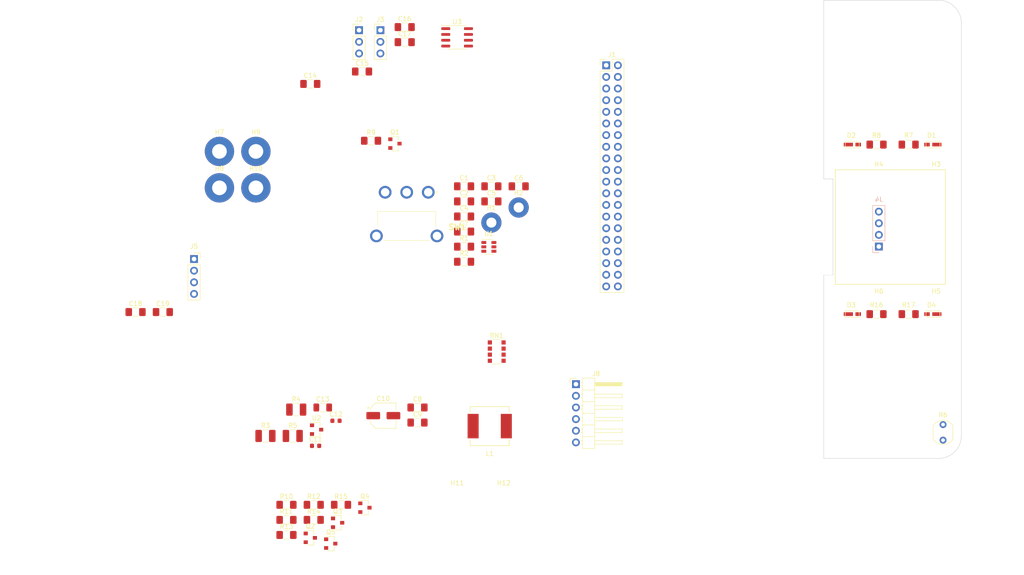
<source format=kicad_pcb>
(kicad_pcb (version 20171130) (host pcbnew 5.1.5+dfsg1-2build2)

  (general
    (thickness 1.6)
    (drawings 22)
    (tracks 0)
    (zones 0)
    (modules 75)
    (nets 62)
  )

  (page A4)
  (layers
    (0 F.Cu signal)
    (31 B.Cu signal)
    (32 B.Adhes user)
    (33 F.Adhes user)
    (34 B.Paste user)
    (35 F.Paste user)
    (36 B.SilkS user)
    (37 F.SilkS user)
    (38 B.Mask user)
    (39 F.Mask user)
    (40 Dwgs.User user)
    (41 Cmts.User user)
    (42 Eco1.User user)
    (43 Eco2.User user)
    (44 Edge.Cuts user)
    (45 Margin user)
    (46 B.CrtYd user)
    (47 F.CrtYd user)
    (48 B.Fab user)
    (49 F.Fab user)
  )

  (setup
    (last_trace_width 0.25)
    (trace_clearance 0.2)
    (zone_clearance 0.508)
    (zone_45_only no)
    (trace_min 0.2)
    (via_size 0.8)
    (via_drill 0.4)
    (via_min_size 0.4)
    (via_min_drill 0.3)
    (uvia_size 0.3)
    (uvia_drill 0.1)
    (uvias_allowed no)
    (uvia_min_size 0.2)
    (uvia_min_drill 0.1)
    (edge_width 0.05)
    (segment_width 0.2)
    (pcb_text_width 0.3)
    (pcb_text_size 1.5 1.5)
    (mod_edge_width 0.12)
    (mod_text_size 1 1)
    (mod_text_width 0.15)
    (pad_size 1.524 1.524)
    (pad_drill 0.762)
    (pad_to_mask_clearance 0.051)
    (solder_mask_min_width 0.25)
    (aux_axis_origin 0 0)
    (visible_elements FFFFFF7F)
    (pcbplotparams
      (layerselection 0x010fc_ffffffff)
      (usegerberextensions false)
      (usegerberattributes false)
      (usegerberadvancedattributes false)
      (creategerberjobfile false)
      (excludeedgelayer true)
      (linewidth 0.100000)
      (plotframeref false)
      (viasonmask false)
      (mode 1)
      (useauxorigin false)
      (hpglpennumber 1)
      (hpglpenspeed 20)
      (hpglpendiameter 15.000000)
      (psnegative false)
      (psa4output false)
      (plotreference true)
      (plotvalue true)
      (plotinvisibletext false)
      (padsonsilk false)
      (subtractmaskfromsilk false)
      (outputformat 1)
      (mirror false)
      (drillshape 1)
      (scaleselection 1)
      (outputdirectory ""))
  )

  (net 0 "")
  (net 1 "Net-(C1-Pad2)")
  (net 2 "Net-(C1-Pad1)")
  (net 3 GND)
  (net 4 +5V)
  (net 5 "Net-(H1-Pad1)")
  (net 6 "Net-(R1-Pad2)")
  (net 7 "Net-(SW1-Pad1)")
  (net 8 "Net-(J1-Pad40)")
  (net 9 "Net-(J1-Pad38)")
  (net 10 "Net-(J1-Pad37)")
  (net 11 "Net-(J1-Pad36)")
  (net 12 "Net-(J1-Pad35)")
  (net 13 "Net-(J1-Pad33)")
  (net 14 "Net-(J1-Pad32)")
  (net 15 "Net-(J1-Pad31)")
  (net 16 "Net-(J1-Pad29)")
  (net 17 "Net-(J1-Pad28)")
  (net 18 "Net-(J1-Pad27)")
  (net 19 "Net-(J1-Pad26)")
  (net 20 "Net-(J1-Pad22)")
  (net 21 "Net-(J1-Pad17)")
  (net 22 "Net-(J1-Pad16)")
  (net 23 "Net-(J1-Pad15)")
  (net 24 "Net-(J1-Pad13)")
  (net 25 "Net-(J1-Pad12)")
  (net 26 "Net-(J1-Pad11)")
  (net 27 "Net-(J1-Pad7)")
  (net 28 "Net-(J1-Pad5)")
  (net 29 "Net-(J1-Pad3)")
  (net 30 "Net-(J1-Pad1)")
  (net 31 BATTERY+)
  (net 32 +3.3VA)
  (net 33 "Net-(R3-Pad2)")
  (net 34 ADC_SPI_MISO)
  (net 35 ADC_SPI_MOSI)
  (net 36 ADC_SPI_CS)
  (net 37 ADC_SPI_SCK)
  (net 38 "Net-(RN1-Pad3)")
  (net 39 "Net-(RN1-Pad2)")
  (net 40 "Net-(RN1-Pad4)")
  (net 41 "Net-(RN1-Pad1)")
  (net 42 "Net-(D1-Pad1)")
  (net 43 "Net-(D1-Pad2)")
  (net 44 "Net-(D2-Pad2)")
  (net 45 GNDD)
  (net 46 +5VD)
  (net 47 /Raspberry_Pi/UART_RX)
  (net 48 /Raspberry_Pi/UART_TX)
  (net 49 "Net-(J8-Pad6)")
  (net 50 "Net-(J8-Pad3)")
  (net 51 "Net-(J8-Pad2)")
  (net 52 "Net-(J2-Pad1)")
  (net 53 "Net-(J3-Pad1)")
  (net 54 "Net-(Q2-Pad1)")
  (net 55 "Net-(Q4-Pad1)")
  (net 56 "Net-(D3-Pad2)")
  (net 57 "Net-(D4-Pad2)")
  (net 58 FRONT_BOARD_LEDS)
  (net 59 "Net-(J4-Pad2)")
  (net 60 FRONT_BOARD_LDR)
  (net 61 "Net-(J5-Pad2)")

  (net_class Default "Ceci est la Netclass par défaut."
    (clearance 0.2)
    (trace_width 0.25)
    (via_dia 0.8)
    (via_drill 0.4)
    (uvia_dia 0.3)
    (uvia_drill 0.1)
    (add_net +3.3VA)
    (add_net +5V)
    (add_net +5VD)
    (add_net /Raspberry_Pi/UART_RX)
    (add_net /Raspberry_Pi/UART_TX)
    (add_net ADC_SPI_CS)
    (add_net ADC_SPI_MISO)
    (add_net ADC_SPI_MOSI)
    (add_net ADC_SPI_SCK)
    (add_net BATTERY+)
    (add_net FRONT_BOARD_LDR)
    (add_net FRONT_BOARD_LEDS)
    (add_net GND)
    (add_net GNDD)
    (add_net "Net-(C1-Pad1)")
    (add_net "Net-(C1-Pad2)")
    (add_net "Net-(D1-Pad1)")
    (add_net "Net-(D1-Pad2)")
    (add_net "Net-(D2-Pad2)")
    (add_net "Net-(D3-Pad2)")
    (add_net "Net-(D4-Pad2)")
    (add_net "Net-(H1-Pad1)")
    (add_net "Net-(J1-Pad1)")
    (add_net "Net-(J1-Pad11)")
    (add_net "Net-(J1-Pad12)")
    (add_net "Net-(J1-Pad13)")
    (add_net "Net-(J1-Pad15)")
    (add_net "Net-(J1-Pad16)")
    (add_net "Net-(J1-Pad17)")
    (add_net "Net-(J1-Pad22)")
    (add_net "Net-(J1-Pad26)")
    (add_net "Net-(J1-Pad27)")
    (add_net "Net-(J1-Pad28)")
    (add_net "Net-(J1-Pad29)")
    (add_net "Net-(J1-Pad3)")
    (add_net "Net-(J1-Pad31)")
    (add_net "Net-(J1-Pad32)")
    (add_net "Net-(J1-Pad33)")
    (add_net "Net-(J1-Pad35)")
    (add_net "Net-(J1-Pad36)")
    (add_net "Net-(J1-Pad37)")
    (add_net "Net-(J1-Pad38)")
    (add_net "Net-(J1-Pad40)")
    (add_net "Net-(J1-Pad5)")
    (add_net "Net-(J1-Pad7)")
    (add_net "Net-(J2-Pad1)")
    (add_net "Net-(J3-Pad1)")
    (add_net "Net-(J4-Pad2)")
    (add_net "Net-(J5-Pad2)")
    (add_net "Net-(J8-Pad2)")
    (add_net "Net-(J8-Pad3)")
    (add_net "Net-(J8-Pad6)")
    (add_net "Net-(Q2-Pad1)")
    (add_net "Net-(Q4-Pad1)")
    (add_net "Net-(R1-Pad2)")
    (add_net "Net-(R3-Pad2)")
    (add_net "Net-(RN1-Pad1)")
    (add_net "Net-(RN1-Pad2)")
    (add_net "Net-(RN1-Pad3)")
    (add_net "Net-(RN1-Pad4)")
    (add_net "Net-(SW1-Pad1)")
  )

  (module Resistor_SMD:R_1206_3216Metric_Pad1.42x1.75mm_HandSolder (layer F.Cu) (tedit 5B301BBD) (tstamp 5F219FBA)
    (at 228.5 98.5)
    (descr "Resistor SMD 1206 (3216 Metric), square (rectangular) end terminal, IPC_7351 nominal with elongated pad for handsoldering. (Body size source: http://www.tortai-tech.com/upload/download/2011102023233369053.pdf), generated with kicad-footprint-generator")
    (tags "resistor handsolder")
    (path /5F288D93/5F22A73D)
    (attr smd)
    (fp_text reference R17 (at 0 -2) (layer F.SilkS)
      (effects (font (size 1 1) (thickness 0.15)))
    )
    (fp_text value 100 (at 0 1.82) (layer F.Fab) hide
      (effects (font (size 1 1) (thickness 0.15)))
    )
    (fp_text user %R (at 0 0) (layer F.Fab)
      (effects (font (size 0.8 0.8) (thickness 0.12)))
    )
    (fp_line (start 2.45 1.12) (end -2.45 1.12) (layer F.CrtYd) (width 0.05))
    (fp_line (start 2.45 -1.12) (end 2.45 1.12) (layer F.CrtYd) (width 0.05))
    (fp_line (start -2.45 -1.12) (end 2.45 -1.12) (layer F.CrtYd) (width 0.05))
    (fp_line (start -2.45 1.12) (end -2.45 -1.12) (layer F.CrtYd) (width 0.05))
    (fp_line (start -0.602064 0.91) (end 0.602064 0.91) (layer F.SilkS) (width 0.12))
    (fp_line (start -0.602064 -0.91) (end 0.602064 -0.91) (layer F.SilkS) (width 0.12))
    (fp_line (start 1.6 0.8) (end -1.6 0.8) (layer F.Fab) (width 0.1))
    (fp_line (start 1.6 -0.8) (end 1.6 0.8) (layer F.Fab) (width 0.1))
    (fp_line (start -1.6 -0.8) (end 1.6 -0.8) (layer F.Fab) (width 0.1))
    (fp_line (start -1.6 0.8) (end -1.6 -0.8) (layer F.Fab) (width 0.1))
    (pad 2 smd roundrect (at 1.4875 0) (size 1.425 1.75) (layers F.Cu F.Paste F.Mask) (roundrect_rratio 0.175439)
      (net 57 "Net-(D4-Pad2)"))
    (pad 1 smd roundrect (at -1.4875 0) (size 1.425 1.75) (layers F.Cu F.Paste F.Mask) (roundrect_rratio 0.175439)
      (net 46 +5VD))
    (model ${KISYS3DMOD}/Resistor_SMD.3dshapes/R_1206_3216Metric.wrl
      (at (xyz 0 0 0))
      (scale (xyz 1 1 1))
      (rotate (xyz 0 0 0))
    )
  )

  (module Resistor_SMD:R_1206_3216Metric_Pad1.42x1.75mm_HandSolder (layer F.Cu) (tedit 5B301BBD) (tstamp 5F219FA9)
    (at 221.5 98.5 180)
    (descr "Resistor SMD 1206 (3216 Metric), square (rectangular) end terminal, IPC_7351 nominal with elongated pad for handsoldering. (Body size source: http://www.tortai-tech.com/upload/download/2011102023233369053.pdf), generated with kicad-footprint-generator")
    (tags "resistor handsolder")
    (path /5F288D93/5F22A736)
    (attr smd)
    (fp_text reference R16 (at 0 2) (layer F.SilkS)
      (effects (font (size 1 1) (thickness 0.15)))
    )
    (fp_text value 100 (at 0 1.82) (layer F.Fab) hide
      (effects (font (size 1 1) (thickness 0.15)))
    )
    (fp_text user %R (at 0 0) (layer F.Fab)
      (effects (font (size 0.8 0.8) (thickness 0.12)))
    )
    (fp_line (start 2.45 1.12) (end -2.45 1.12) (layer F.CrtYd) (width 0.05))
    (fp_line (start 2.45 -1.12) (end 2.45 1.12) (layer F.CrtYd) (width 0.05))
    (fp_line (start -2.45 -1.12) (end 2.45 -1.12) (layer F.CrtYd) (width 0.05))
    (fp_line (start -2.45 1.12) (end -2.45 -1.12) (layer F.CrtYd) (width 0.05))
    (fp_line (start -0.602064 0.91) (end 0.602064 0.91) (layer F.SilkS) (width 0.12))
    (fp_line (start -0.602064 -0.91) (end 0.602064 -0.91) (layer F.SilkS) (width 0.12))
    (fp_line (start 1.6 0.8) (end -1.6 0.8) (layer F.Fab) (width 0.1))
    (fp_line (start 1.6 -0.8) (end 1.6 0.8) (layer F.Fab) (width 0.1))
    (fp_line (start -1.6 -0.8) (end 1.6 -0.8) (layer F.Fab) (width 0.1))
    (fp_line (start -1.6 0.8) (end -1.6 -0.8) (layer F.Fab) (width 0.1))
    (pad 2 smd roundrect (at 1.4875 0 180) (size 1.425 1.75) (layers F.Cu F.Paste F.Mask) (roundrect_rratio 0.175439)
      (net 56 "Net-(D3-Pad2)"))
    (pad 1 smd roundrect (at -1.4875 0 180) (size 1.425 1.75) (layers F.Cu F.Paste F.Mask) (roundrect_rratio 0.175439)
      (net 46 +5VD))
    (model ${KISYS3DMOD}/Resistor_SMD.3dshapes/R_1206_3216Metric.wrl
      (at (xyz 0 0 0))
      (scale (xyz 1 1 1))
      (rotate (xyz 0 0 0))
    )
  )

  (module Connector_PinHeader_2.54mm:PinHeader_1x04_P2.54mm_Vertical (layer B.Cu) (tedit 59FED5CC) (tstamp 5F2084DB)
    (at 222 83.75)
    (descr "Through hole straight pin header, 1x04, 2.54mm pitch, single row")
    (tags "Through hole pin header THT 1x04 2.54mm single row")
    (path /5F288D93/5F294EF0)
    (fp_text reference J4 (at 0 -10.25) (layer B.SilkS)
      (effects (font (size 1 1) (thickness 0.15)) (justify mirror))
    )
    (fp_text value Front (at 0 -9.95) (layer B.Fab) hide
      (effects (font (size 1 1) (thickness 0.15)) (justify mirror))
    )
    (fp_text user %R (at 0 -3.81 -90) (layer B.Fab)
      (effects (font (size 1 1) (thickness 0.15)) (justify mirror))
    )
    (fp_line (start 1.8 1.8) (end -1.8 1.8) (layer B.CrtYd) (width 0.05))
    (fp_line (start 1.8 -9.4) (end 1.8 1.8) (layer B.CrtYd) (width 0.05))
    (fp_line (start -1.8 -9.4) (end 1.8 -9.4) (layer B.CrtYd) (width 0.05))
    (fp_line (start -1.8 1.8) (end -1.8 -9.4) (layer B.CrtYd) (width 0.05))
    (fp_line (start -1.33 1.33) (end 0 1.33) (layer B.SilkS) (width 0.12))
    (fp_line (start -1.33 0) (end -1.33 1.33) (layer B.SilkS) (width 0.12))
    (fp_line (start -1.33 -1.27) (end 1.33 -1.27) (layer B.SilkS) (width 0.12))
    (fp_line (start 1.33 -1.27) (end 1.33 -8.95) (layer B.SilkS) (width 0.12))
    (fp_line (start -1.33 -1.27) (end -1.33 -8.95) (layer B.SilkS) (width 0.12))
    (fp_line (start -1.33 -8.95) (end 1.33 -8.95) (layer B.SilkS) (width 0.12))
    (fp_line (start -1.27 0.635) (end -0.635 1.27) (layer B.Fab) (width 0.1))
    (fp_line (start -1.27 -8.89) (end -1.27 0.635) (layer B.Fab) (width 0.1))
    (fp_line (start 1.27 -8.89) (end -1.27 -8.89) (layer B.Fab) (width 0.1))
    (fp_line (start 1.27 1.27) (end 1.27 -8.89) (layer B.Fab) (width 0.1))
    (fp_line (start -0.635 1.27) (end 1.27 1.27) (layer B.Fab) (width 0.1))
    (pad 4 thru_hole oval (at 0 -7.62) (size 1.7 1.7) (drill 1) (layers *.Cu *.Mask)
      (net 45 GNDD))
    (pad 3 thru_hole oval (at 0 -5.08) (size 1.7 1.7) (drill 1) (layers *.Cu *.Mask)
      (net 42 "Net-(D1-Pad1)"))
    (pad 2 thru_hole oval (at 0 -2.54) (size 1.7 1.7) (drill 1) (layers *.Cu *.Mask)
      (net 59 "Net-(J4-Pad2)"))
    (pad 1 thru_hole rect (at 0 0) (size 1.7 1.7) (drill 1) (layers *.Cu *.Mask)
      (net 46 +5VD))
    (model ${KISYS3DMOD}/Connector_PinHeader_2.54mm.3dshapes/PinHeader_1x04_P2.54mm_Vertical.wrl
      (at (xyz 0 0 0))
      (scale (xyz 1 1 1))
      (rotate (xyz 0 0 0))
    )
  )

  (module MountingHole:MountingHole_4.3mm_M4 (layer F.Cu) (tedit 56D1B4CB) (tstamp 5F219A6C)
    (at 140.225001 140.665)
    (descr "Mounting Hole 4.3mm, no annular, M4")
    (tags "mounting hole 4.3mm no annular m4")
    (path /5F288D93/5F25EF87)
    (attr virtual)
    (fp_text reference H12 (at 0 -5.3) (layer F.SilkS)
      (effects (font (size 1 1) (thickness 0.15)))
    )
    (fp_text value Front_Board (at 0 5.3) (layer F.Fab) hide
      (effects (font (size 1 1) (thickness 0.15)))
    )
    (fp_circle (center 0 0) (end 4.55 0) (layer F.CrtYd) (width 0.05))
    (fp_circle (center 0 0) (end 4.3 0) (layer Cmts.User) (width 0.15))
    (fp_text user %R (at 0.3 0) (layer F.Fab)
      (effects (font (size 1 1) (thickness 0.15)))
    )
    (pad 1 np_thru_hole circle (at 0 0) (size 4.3 4.3) (drill 4.3) (layers *.Cu *.Mask))
  )

  (module MountingHole:MountingHole_4.3mm_M4 (layer F.Cu) (tedit 56D1B4CB) (tstamp 5F219A64)
    (at 130.075001 140.665)
    (descr "Mounting Hole 4.3mm, no annular, M4")
    (tags "mounting hole 4.3mm no annular m4")
    (path /5F288D93/5F25DF87)
    (attr virtual)
    (fp_text reference H11 (at 0 -5.3) (layer F.SilkS)
      (effects (font (size 1 1) (thickness 0.15)))
    )
    (fp_text value Front_Board (at 0 5.3) (layer F.Fab) hide
      (effects (font (size 1 1) (thickness 0.15)))
    )
    (fp_circle (center 0 0) (end 4.55 0) (layer F.CrtYd) (width 0.05))
    (fp_circle (center 0 0) (end 4.3 0) (layer Cmts.User) (width 0.15))
    (fp_text user %R (at 0.3 0) (layer F.Fab)
      (effects (font (size 1 1) (thickness 0.15)))
    )
    (pad 1 np_thru_hole circle (at 0 0) (size 4.3 4.3) (drill 4.3) (layers *.Cu *.Mask))
  )

  (module 158301250:158301250 (layer F.Cu) (tedit 5F201B03) (tstamp 5F2199D0)
    (at 233.5 98.5)
    (path /5F288D93/5F22A72D)
    (fp_text reference D4 (at 0 -2) (layer F.SilkS)
      (effects (font (size 1 1) (thickness 0.15)))
    )
    (fp_text value 158301250 (at 0 -2) (layer F.Fab) hide
      (effects (font (size 1 1) (thickness 0.15)))
    )
    (fp_line (start -1.2 0.4) (end -0.9 0.7) (layer F.SilkS) (width 0.12))
    (fp_line (start -0.9 0.7) (end 1.8 0.7) (layer F.SilkS) (width 0.12))
    (fp_line (start 1.8 -0.7) (end 1.8 0.7) (layer F.SilkS) (width 0.12))
    (fp_line (start -1.2 -0.7) (end -1.2 0.4) (layer F.SilkS) (width 0.12))
    (fp_line (start -1.2 -0.7) (end 1.8 -0.7) (layer F.SilkS) (width 0.12))
    (pad 1 smd rect (at 1.15 0) (size 2 0.8) (layers F.Cu F.Paste F.Mask)
      (net 42 "Net-(D1-Pad1)"))
    (pad 2 smd rect (at -1 0) (size 1.2 0.8) (layers F.Cu F.Paste F.Mask)
      (net 57 "Net-(D4-Pad2)"))
    (model ${KIPRJMOD}/158301250.pretty/158301250.stp
      (offset (xyz 0.25 0 0))
      (scale (xyz 1 1 1))
      (rotate (xyz 0 0 -90))
    )
  )

  (module 158301250:158301250 (layer F.Cu) (tedit 5F201B03) (tstamp 5F2199C5)
    (at 216.5 98.5 180)
    (path /5F288D93/5F22A727)
    (fp_text reference D3 (at 0.5 2) (layer F.SilkS)
      (effects (font (size 1 1) (thickness 0.15)))
    )
    (fp_text value 158301250 (at 0 -2) (layer F.Fab) hide
      (effects (font (size 1 1) (thickness 0.15)))
    )
    (fp_line (start -1.2 0.4) (end -0.9 0.7) (layer F.SilkS) (width 0.12))
    (fp_line (start -0.9 0.7) (end 1.8 0.7) (layer F.SilkS) (width 0.12))
    (fp_line (start 1.8 -0.7) (end 1.8 0.7) (layer F.SilkS) (width 0.12))
    (fp_line (start -1.2 -0.7) (end -1.2 0.4) (layer F.SilkS) (width 0.12))
    (fp_line (start -1.2 -0.7) (end 1.8 -0.7) (layer F.SilkS) (width 0.12))
    (pad 1 smd rect (at 1.15 0 180) (size 2 0.8) (layers F.Cu F.Paste F.Mask)
      (net 42 "Net-(D1-Pad1)"))
    (pad 2 smd rect (at -1 0 180) (size 1.2 0.8) (layers F.Cu F.Paste F.Mask)
      (net 56 "Net-(D3-Pad2)"))
    (model ${KIPRJMOD}/158301250.pretty/158301250.stp
      (offset (xyz 0.25 0 0))
      (scale (xyz 1 1 1))
      (rotate (xyz 0 0 -90))
    )
  )

  (module Resistor_SMD:R_1206_3216Metric_Pad1.42x1.75mm_HandSolder (layer F.Cu) (tedit 5B301BBD) (tstamp 5F21A366)
    (at 104.744 140.11)
    (descr "Resistor SMD 1206 (3216 Metric), square (rectangular) end terminal, IPC_7351 nominal with elongated pad for handsoldering. (Body size source: http://www.tortai-tech.com/upload/download/2011102023233369053.pdf), generated with kicad-footprint-generator")
    (tags "resistor handsolder")
    (path /5F22814A/5F32015A)
    (attr smd)
    (fp_text reference R15 (at 0 -1.82) (layer F.SilkS)
      (effects (font (size 1 1) (thickness 0.15)))
    )
    (fp_text value 10K (at 0 1.82) (layer F.Fab) hide
      (effects (font (size 1 1) (thickness 0.15)))
    )
    (fp_text user %R (at 0 0) (layer F.Fab)
      (effects (font (size 0.8 0.8) (thickness 0.12)))
    )
    (fp_line (start 2.45 1.12) (end -2.45 1.12) (layer F.CrtYd) (width 0.05))
    (fp_line (start 2.45 -1.12) (end 2.45 1.12) (layer F.CrtYd) (width 0.05))
    (fp_line (start -2.45 -1.12) (end 2.45 -1.12) (layer F.CrtYd) (width 0.05))
    (fp_line (start -2.45 1.12) (end -2.45 -1.12) (layer F.CrtYd) (width 0.05))
    (fp_line (start -0.602064 0.91) (end 0.602064 0.91) (layer F.SilkS) (width 0.12))
    (fp_line (start -0.602064 -0.91) (end 0.602064 -0.91) (layer F.SilkS) (width 0.12))
    (fp_line (start 1.6 0.8) (end -1.6 0.8) (layer F.Fab) (width 0.1))
    (fp_line (start 1.6 -0.8) (end 1.6 0.8) (layer F.Fab) (width 0.1))
    (fp_line (start -1.6 -0.8) (end 1.6 -0.8) (layer F.Fab) (width 0.1))
    (fp_line (start -1.6 0.8) (end -1.6 -0.8) (layer F.Fab) (width 0.1))
    (pad 2 smd roundrect (at 1.4875 0) (size 1.425 1.75) (layers F.Cu F.Paste F.Mask) (roundrect_rratio 0.175439)
      (net 3 GND))
    (pad 1 smd roundrect (at -1.4875 0) (size 1.425 1.75) (layers F.Cu F.Paste F.Mask) (roundrect_rratio 0.175439)
      (net 14 "Net-(J1-Pad32)"))
    (model ${KISYS3DMOD}/Resistor_SMD.3dshapes/R_1206_3216Metric.wrl
      (at (xyz 0 0 0))
      (scale (xyz 1 1 1))
      (rotate (xyz 0 0 0))
    )
  )

  (module Resistor_SMD:R_1206_3216Metric_Pad1.42x1.75mm_HandSolder (layer F.Cu) (tedit 5B301BBD) (tstamp 5F21A355)
    (at 98.794 143.4)
    (descr "Resistor SMD 1206 (3216 Metric), square (rectangular) end terminal, IPC_7351 nominal with elongated pad for handsoldering. (Body size source: http://www.tortai-tech.com/upload/download/2011102023233369053.pdf), generated with kicad-footprint-generator")
    (tags "resistor handsolder")
    (path /5F22814A/5F317798)
    (attr smd)
    (fp_text reference R14 (at 0 -1.82) (layer F.SilkS)
      (effects (font (size 1 1) (thickness 0.15)))
    )
    (fp_text value 10K (at 0 1.82) (layer F.Fab) hide
      (effects (font (size 1 1) (thickness 0.15)))
    )
    (fp_text user %R (at 0 0) (layer F.Fab)
      (effects (font (size 0.8 0.8) (thickness 0.12)))
    )
    (fp_line (start 2.45 1.12) (end -2.45 1.12) (layer F.CrtYd) (width 0.05))
    (fp_line (start 2.45 -1.12) (end 2.45 1.12) (layer F.CrtYd) (width 0.05))
    (fp_line (start -2.45 -1.12) (end 2.45 -1.12) (layer F.CrtYd) (width 0.05))
    (fp_line (start -2.45 1.12) (end -2.45 -1.12) (layer F.CrtYd) (width 0.05))
    (fp_line (start -0.602064 0.91) (end 0.602064 0.91) (layer F.SilkS) (width 0.12))
    (fp_line (start -0.602064 -0.91) (end 0.602064 -0.91) (layer F.SilkS) (width 0.12))
    (fp_line (start 1.6 0.8) (end -1.6 0.8) (layer F.Fab) (width 0.1))
    (fp_line (start 1.6 -0.8) (end 1.6 0.8) (layer F.Fab) (width 0.1))
    (fp_line (start -1.6 -0.8) (end 1.6 -0.8) (layer F.Fab) (width 0.1))
    (fp_line (start -1.6 0.8) (end -1.6 -0.8) (layer F.Fab) (width 0.1))
    (pad 2 smd roundrect (at 1.4875 0) (size 1.425 1.75) (layers F.Cu F.Paste F.Mask) (roundrect_rratio 0.175439)
      (net 53 "Net-(J3-Pad1)"))
    (pad 1 smd roundrect (at -1.4875 0) (size 1.425 1.75) (layers F.Cu F.Paste F.Mask) (roundrect_rratio 0.175439)
      (net 3 GND))
    (model ${KISYS3DMOD}/Resistor_SMD.3dshapes/R_1206_3216Metric.wrl
      (at (xyz 0 0 0))
      (scale (xyz 1 1 1))
      (rotate (xyz 0 0 0))
    )
  )

  (module Resistor_SMD:R_1206_3216Metric_Pad1.42x1.75mm_HandSolder (layer F.Cu) (tedit 5B301BBD) (tstamp 5F21A344)
    (at 92.844 146.69)
    (descr "Resistor SMD 1206 (3216 Metric), square (rectangular) end terminal, IPC_7351 nominal with elongated pad for handsoldering. (Body size source: http://www.tortai-tech.com/upload/download/2011102023233369053.pdf), generated with kicad-footprint-generator")
    (tags "resistor handsolder")
    (path /5F22814A/5F317777)
    (attr smd)
    (fp_text reference R13 (at 0 -1.82) (layer F.SilkS)
      (effects (font (size 1 1) (thickness 0.15)))
    )
    (fp_text value 10K (at 0 1.82) (layer F.Fab) hide
      (effects (font (size 1 1) (thickness 0.15)))
    )
    (fp_text user %R (at 0 0) (layer F.Fab)
      (effects (font (size 0.8 0.8) (thickness 0.12)))
    )
    (fp_line (start 2.45 1.12) (end -2.45 1.12) (layer F.CrtYd) (width 0.05))
    (fp_line (start 2.45 -1.12) (end 2.45 1.12) (layer F.CrtYd) (width 0.05))
    (fp_line (start -2.45 -1.12) (end 2.45 -1.12) (layer F.CrtYd) (width 0.05))
    (fp_line (start -2.45 1.12) (end -2.45 -1.12) (layer F.CrtYd) (width 0.05))
    (fp_line (start -0.602064 0.91) (end 0.602064 0.91) (layer F.SilkS) (width 0.12))
    (fp_line (start -0.602064 -0.91) (end 0.602064 -0.91) (layer F.SilkS) (width 0.12))
    (fp_line (start 1.6 0.8) (end -1.6 0.8) (layer F.Fab) (width 0.1))
    (fp_line (start 1.6 -0.8) (end 1.6 0.8) (layer F.Fab) (width 0.1))
    (fp_line (start -1.6 -0.8) (end 1.6 -0.8) (layer F.Fab) (width 0.1))
    (fp_line (start -1.6 0.8) (end -1.6 -0.8) (layer F.Fab) (width 0.1))
    (pad 2 smd roundrect (at 1.4875 0) (size 1.425 1.75) (layers F.Cu F.Paste F.Mask) (roundrect_rratio 0.175439)
      (net 55 "Net-(Q4-Pad1)"))
    (pad 1 smd roundrect (at -1.4875 0) (size 1.425 1.75) (layers F.Cu F.Paste F.Mask) (roundrect_rratio 0.175439)
      (net 4 +5V))
    (model ${KISYS3DMOD}/Resistor_SMD.3dshapes/R_1206_3216Metric.wrl
      (at (xyz 0 0 0))
      (scale (xyz 1 1 1))
      (rotate (xyz 0 0 0))
    )
  )

  (module Resistor_SMD:R_1206_3216Metric_Pad1.42x1.75mm_HandSolder (layer F.Cu) (tedit 5B301BBD) (tstamp 5F21A333)
    (at 98.794 140.11)
    (descr "Resistor SMD 1206 (3216 Metric), square (rectangular) end terminal, IPC_7351 nominal with elongated pad for handsoldering. (Body size source: http://www.tortai-tech.com/upload/download/2011102023233369053.pdf), generated with kicad-footprint-generator")
    (tags "resistor handsolder")
    (path /5F22814A/5F2A3E96)
    (attr smd)
    (fp_text reference R12 (at 0 -1.82) (layer F.SilkS)
      (effects (font (size 1 1) (thickness 0.15)))
    )
    (fp_text value 10K (at 0 1.82) (layer F.Fab) hide
      (effects (font (size 1 1) (thickness 0.15)))
    )
    (fp_text user %R (at 0 0) (layer F.Fab)
      (effects (font (size 0.8 0.8) (thickness 0.12)))
    )
    (fp_line (start 2.45 1.12) (end -2.45 1.12) (layer F.CrtYd) (width 0.05))
    (fp_line (start 2.45 -1.12) (end 2.45 1.12) (layer F.CrtYd) (width 0.05))
    (fp_line (start -2.45 -1.12) (end 2.45 -1.12) (layer F.CrtYd) (width 0.05))
    (fp_line (start -2.45 1.12) (end -2.45 -1.12) (layer F.CrtYd) (width 0.05))
    (fp_line (start -0.602064 0.91) (end 0.602064 0.91) (layer F.SilkS) (width 0.12))
    (fp_line (start -0.602064 -0.91) (end 0.602064 -0.91) (layer F.SilkS) (width 0.12))
    (fp_line (start 1.6 0.8) (end -1.6 0.8) (layer F.Fab) (width 0.1))
    (fp_line (start 1.6 -0.8) (end 1.6 0.8) (layer F.Fab) (width 0.1))
    (fp_line (start -1.6 -0.8) (end 1.6 -0.8) (layer F.Fab) (width 0.1))
    (fp_line (start -1.6 0.8) (end -1.6 -0.8) (layer F.Fab) (width 0.1))
    (pad 2 smd roundrect (at 1.4875 0) (size 1.425 1.75) (layers F.Cu F.Paste F.Mask) (roundrect_rratio 0.175439)
      (net 3 GND))
    (pad 1 smd roundrect (at -1.4875 0) (size 1.425 1.75) (layers F.Cu F.Paste F.Mask) (roundrect_rratio 0.175439)
      (net 13 "Net-(J1-Pad33)"))
    (model ${KISYS3DMOD}/Resistor_SMD.3dshapes/R_1206_3216Metric.wrl
      (at (xyz 0 0 0))
      (scale (xyz 1 1 1))
      (rotate (xyz 0 0 0))
    )
  )

  (module Resistor_SMD:R_1206_3216Metric_Pad1.42x1.75mm_HandSolder (layer F.Cu) (tedit 5B301BBD) (tstamp 5F21A322)
    (at 92.844 143.4)
    (descr "Resistor SMD 1206 (3216 Metric), square (rectangular) end terminal, IPC_7351 nominal with elongated pad for handsoldering. (Body size source: http://www.tortai-tech.com/upload/download/2011102023233369053.pdf), generated with kicad-footprint-generator")
    (tags "resistor handsolder")
    (path /5F22814A/5F2D59D7)
    (attr smd)
    (fp_text reference R11 (at 0 -1.82) (layer F.SilkS)
      (effects (font (size 1 1) (thickness 0.15)))
    )
    (fp_text value 10K (at 0 1.82) (layer F.Fab) hide
      (effects (font (size 1 1) (thickness 0.15)))
    )
    (fp_text user %R (at 0 0) (layer F.Fab)
      (effects (font (size 0.8 0.8) (thickness 0.12)))
    )
    (fp_line (start 2.45 1.12) (end -2.45 1.12) (layer F.CrtYd) (width 0.05))
    (fp_line (start 2.45 -1.12) (end 2.45 1.12) (layer F.CrtYd) (width 0.05))
    (fp_line (start -2.45 -1.12) (end 2.45 -1.12) (layer F.CrtYd) (width 0.05))
    (fp_line (start -2.45 1.12) (end -2.45 -1.12) (layer F.CrtYd) (width 0.05))
    (fp_line (start -0.602064 0.91) (end 0.602064 0.91) (layer F.SilkS) (width 0.12))
    (fp_line (start -0.602064 -0.91) (end 0.602064 -0.91) (layer F.SilkS) (width 0.12))
    (fp_line (start 1.6 0.8) (end -1.6 0.8) (layer F.Fab) (width 0.1))
    (fp_line (start 1.6 -0.8) (end 1.6 0.8) (layer F.Fab) (width 0.1))
    (fp_line (start -1.6 -0.8) (end 1.6 -0.8) (layer F.Fab) (width 0.1))
    (fp_line (start -1.6 0.8) (end -1.6 -0.8) (layer F.Fab) (width 0.1))
    (pad 2 smd roundrect (at 1.4875 0) (size 1.425 1.75) (layers F.Cu F.Paste F.Mask) (roundrect_rratio 0.175439)
      (net 52 "Net-(J2-Pad1)"))
    (pad 1 smd roundrect (at -1.4875 0) (size 1.425 1.75) (layers F.Cu F.Paste F.Mask) (roundrect_rratio 0.175439)
      (net 3 GND))
    (model ${KISYS3DMOD}/Resistor_SMD.3dshapes/R_1206_3216Metric.wrl
      (at (xyz 0 0 0))
      (scale (xyz 1 1 1))
      (rotate (xyz 0 0 0))
    )
  )

  (module Resistor_SMD:R_1206_3216Metric_Pad1.42x1.75mm_HandSolder (layer F.Cu) (tedit 5B301BBD) (tstamp 5F21A311)
    (at 92.844 140.11)
    (descr "Resistor SMD 1206 (3216 Metric), square (rectangular) end terminal, IPC_7351 nominal with elongated pad for handsoldering. (Body size source: http://www.tortai-tech.com/upload/download/2011102023233369053.pdf), generated with kicad-footprint-generator")
    (tags "resistor handsolder")
    (path /5F22814A/5F23B787)
    (attr smd)
    (fp_text reference R10 (at 0 -1.82) (layer F.SilkS)
      (effects (font (size 1 1) (thickness 0.15)))
    )
    (fp_text value 10K (at 0 1.82) (layer F.Fab) hide
      (effects (font (size 1 1) (thickness 0.15)))
    )
    (fp_text user %R (at 0 0) (layer F.Fab)
      (effects (font (size 0.8 0.8) (thickness 0.12)))
    )
    (fp_line (start 2.45 1.12) (end -2.45 1.12) (layer F.CrtYd) (width 0.05))
    (fp_line (start 2.45 -1.12) (end 2.45 1.12) (layer F.CrtYd) (width 0.05))
    (fp_line (start -2.45 -1.12) (end 2.45 -1.12) (layer F.CrtYd) (width 0.05))
    (fp_line (start -2.45 1.12) (end -2.45 -1.12) (layer F.CrtYd) (width 0.05))
    (fp_line (start -0.602064 0.91) (end 0.602064 0.91) (layer F.SilkS) (width 0.12))
    (fp_line (start -0.602064 -0.91) (end 0.602064 -0.91) (layer F.SilkS) (width 0.12))
    (fp_line (start 1.6 0.8) (end -1.6 0.8) (layer F.Fab) (width 0.1))
    (fp_line (start 1.6 -0.8) (end 1.6 0.8) (layer F.Fab) (width 0.1))
    (fp_line (start -1.6 -0.8) (end 1.6 -0.8) (layer F.Fab) (width 0.1))
    (fp_line (start -1.6 0.8) (end -1.6 -0.8) (layer F.Fab) (width 0.1))
    (pad 2 smd roundrect (at 1.4875 0) (size 1.425 1.75) (layers F.Cu F.Paste F.Mask) (roundrect_rratio 0.175439)
      (net 54 "Net-(Q2-Pad1)"))
    (pad 1 smd roundrect (at -1.4875 0) (size 1.425 1.75) (layers F.Cu F.Paste F.Mask) (roundrect_rratio 0.175439)
      (net 4 +5V))
    (model ${KISYS3DMOD}/Resistor_SMD.3dshapes/R_1206_3216Metric.wrl
      (at (xyz 0 0 0))
      (scale (xyz 1 1 1))
      (rotate (xyz 0 0 0))
    )
  )

  (module Package_TO_SOT_SMD:SOT-23 (layer F.Cu) (tedit 5A02FF57) (tstamp 5F21A1C2)
    (at 102.494 148.58)
    (descr "SOT-23, Standard")
    (tags SOT-23)
    (path /5F22814A/5F317770)
    (attr smd)
    (fp_text reference Q5 (at 0 -2.5) (layer F.SilkS)
      (effects (font (size 1 1) (thickness 0.15)))
    )
    (fp_text value DMG3414U (at 0 2.5) (layer F.Fab) hide
      (effects (font (size 1 1) (thickness 0.15)))
    )
    (fp_line (start 0.76 1.58) (end -0.7 1.58) (layer F.SilkS) (width 0.12))
    (fp_line (start 0.76 -1.58) (end -1.4 -1.58) (layer F.SilkS) (width 0.12))
    (fp_line (start -1.7 1.75) (end -1.7 -1.75) (layer F.CrtYd) (width 0.05))
    (fp_line (start 1.7 1.75) (end -1.7 1.75) (layer F.CrtYd) (width 0.05))
    (fp_line (start 1.7 -1.75) (end 1.7 1.75) (layer F.CrtYd) (width 0.05))
    (fp_line (start -1.7 -1.75) (end 1.7 -1.75) (layer F.CrtYd) (width 0.05))
    (fp_line (start 0.76 -1.58) (end 0.76 -0.65) (layer F.SilkS) (width 0.12))
    (fp_line (start 0.76 1.58) (end 0.76 0.65) (layer F.SilkS) (width 0.12))
    (fp_line (start -0.7 1.52) (end 0.7 1.52) (layer F.Fab) (width 0.1))
    (fp_line (start 0.7 -1.52) (end 0.7 1.52) (layer F.Fab) (width 0.1))
    (fp_line (start -0.7 -0.95) (end -0.15 -1.52) (layer F.Fab) (width 0.1))
    (fp_line (start -0.15 -1.52) (end 0.7 -1.52) (layer F.Fab) (width 0.1))
    (fp_line (start -0.7 -0.95) (end -0.7 1.5) (layer F.Fab) (width 0.1))
    (fp_text user %R (at 0 0 90) (layer F.Fab)
      (effects (font (size 0.5 0.5) (thickness 0.075)))
    )
    (pad 3 smd rect (at 1 0) (size 0.9 0.8) (layers F.Cu F.Paste F.Mask)
      (net 55 "Net-(Q4-Pad1)"))
    (pad 2 smd rect (at -1 0.95) (size 0.9 0.8) (layers F.Cu F.Paste F.Mask)
      (net 3 GND))
    (pad 1 smd rect (at -1 -0.95) (size 0.9 0.8) (layers F.Cu F.Paste F.Mask)
      (net 14 "Net-(J1-Pad32)"))
    (model ${KISYS3DMOD}/Package_TO_SOT_SMD.3dshapes/SOT-23.wrl
      (at (xyz 0 0 0))
      (scale (xyz 1 1 1))
      (rotate (xyz 0 0 0))
    )
  )

  (module Package_TO_SOT_SMD:SOT-23 (layer F.Cu) (tedit 5A02FF57) (tstamp 5F21A1AD)
    (at 109.944 140.74)
    (descr "SOT-23, Standard")
    (tags SOT-23)
    (path /5F22814A/5F31777D)
    (attr smd)
    (fp_text reference Q4 (at 0 -2.5) (layer F.SilkS)
      (effects (font (size 1 1) (thickness 0.15)))
    )
    (fp_text value DMG2301L (at 0 2.5) (layer F.Fab) hide
      (effects (font (size 1 1) (thickness 0.15)))
    )
    (fp_line (start 0.76 1.58) (end -0.7 1.58) (layer F.SilkS) (width 0.12))
    (fp_line (start 0.76 -1.58) (end -1.4 -1.58) (layer F.SilkS) (width 0.12))
    (fp_line (start -1.7 1.75) (end -1.7 -1.75) (layer F.CrtYd) (width 0.05))
    (fp_line (start 1.7 1.75) (end -1.7 1.75) (layer F.CrtYd) (width 0.05))
    (fp_line (start 1.7 -1.75) (end 1.7 1.75) (layer F.CrtYd) (width 0.05))
    (fp_line (start -1.7 -1.75) (end 1.7 -1.75) (layer F.CrtYd) (width 0.05))
    (fp_line (start 0.76 -1.58) (end 0.76 -0.65) (layer F.SilkS) (width 0.12))
    (fp_line (start 0.76 1.58) (end 0.76 0.65) (layer F.SilkS) (width 0.12))
    (fp_line (start -0.7 1.52) (end 0.7 1.52) (layer F.Fab) (width 0.1))
    (fp_line (start 0.7 -1.52) (end 0.7 1.52) (layer F.Fab) (width 0.1))
    (fp_line (start -0.7 -0.95) (end -0.15 -1.52) (layer F.Fab) (width 0.1))
    (fp_line (start -0.15 -1.52) (end 0.7 -1.52) (layer F.Fab) (width 0.1))
    (fp_line (start -0.7 -0.95) (end -0.7 1.5) (layer F.Fab) (width 0.1))
    (fp_text user %R (at 0 0 90) (layer F.Fab)
      (effects (font (size 0.5 0.5) (thickness 0.075)))
    )
    (pad 3 smd rect (at 1 0) (size 0.9 0.8) (layers F.Cu F.Paste F.Mask)
      (net 53 "Net-(J3-Pad1)"))
    (pad 2 smd rect (at -1 0.95) (size 0.9 0.8) (layers F.Cu F.Paste F.Mask)
      (net 4 +5V))
    (pad 1 smd rect (at -1 -0.95) (size 0.9 0.8) (layers F.Cu F.Paste F.Mask)
      (net 55 "Net-(Q4-Pad1)"))
    (model ${KISYS3DMOD}/Package_TO_SOT_SMD.3dshapes/SOT-23.wrl
      (at (xyz 0 0 0))
      (scale (xyz 1 1 1))
      (rotate (xyz 0 0 0))
    )
  )

  (module Package_TO_SOT_SMD:SOT-23 (layer F.Cu) (tedit 5A02FF57) (tstamp 5F21A198)
    (at 103.994 144.03)
    (descr "SOT-23, Standard")
    (tags SOT-23)
    (path /5F22814A/5F21B24B)
    (attr smd)
    (fp_text reference Q3 (at 0 -2.5) (layer F.SilkS)
      (effects (font (size 1 1) (thickness 0.15)))
    )
    (fp_text value DMG3414U (at 0 2.5) (layer F.Fab) hide
      (effects (font (size 1 1) (thickness 0.15)))
    )
    (fp_line (start 0.76 1.58) (end -0.7 1.58) (layer F.SilkS) (width 0.12))
    (fp_line (start 0.76 -1.58) (end -1.4 -1.58) (layer F.SilkS) (width 0.12))
    (fp_line (start -1.7 1.75) (end -1.7 -1.75) (layer F.CrtYd) (width 0.05))
    (fp_line (start 1.7 1.75) (end -1.7 1.75) (layer F.CrtYd) (width 0.05))
    (fp_line (start 1.7 -1.75) (end 1.7 1.75) (layer F.CrtYd) (width 0.05))
    (fp_line (start -1.7 -1.75) (end 1.7 -1.75) (layer F.CrtYd) (width 0.05))
    (fp_line (start 0.76 -1.58) (end 0.76 -0.65) (layer F.SilkS) (width 0.12))
    (fp_line (start 0.76 1.58) (end 0.76 0.65) (layer F.SilkS) (width 0.12))
    (fp_line (start -0.7 1.52) (end 0.7 1.52) (layer F.Fab) (width 0.1))
    (fp_line (start 0.7 -1.52) (end 0.7 1.52) (layer F.Fab) (width 0.1))
    (fp_line (start -0.7 -0.95) (end -0.15 -1.52) (layer F.Fab) (width 0.1))
    (fp_line (start -0.15 -1.52) (end 0.7 -1.52) (layer F.Fab) (width 0.1))
    (fp_line (start -0.7 -0.95) (end -0.7 1.5) (layer F.Fab) (width 0.1))
    (fp_text user %R (at 0 0 90) (layer F.Fab)
      (effects (font (size 0.5 0.5) (thickness 0.075)))
    )
    (pad 3 smd rect (at 1 0) (size 0.9 0.8) (layers F.Cu F.Paste F.Mask)
      (net 54 "Net-(Q2-Pad1)"))
    (pad 2 smd rect (at -1 0.95) (size 0.9 0.8) (layers F.Cu F.Paste F.Mask)
      (net 3 GND))
    (pad 1 smd rect (at -1 -0.95) (size 0.9 0.8) (layers F.Cu F.Paste F.Mask)
      (net 13 "Net-(J1-Pad33)"))
    (model ${KISYS3DMOD}/Package_TO_SOT_SMD.3dshapes/SOT-23.wrl
      (at (xyz 0 0 0))
      (scale (xyz 1 1 1))
      (rotate (xyz 0 0 0))
    )
  )

  (module Package_TO_SOT_SMD:SOT-23 (layer F.Cu) (tedit 5A02FF57) (tstamp 5F21A183)
    (at 98.044 147.32)
    (descr "SOT-23, Standard")
    (tags SOT-23)
    (path /5F22814A/5F242F29)
    (attr smd)
    (fp_text reference Q2 (at 0 -2.5) (layer F.SilkS)
      (effects (font (size 1 1) (thickness 0.15)))
    )
    (fp_text value DMG2301L (at 0 2.5) (layer F.Fab) hide
      (effects (font (size 1 1) (thickness 0.15)))
    )
    (fp_line (start 0.76 1.58) (end -0.7 1.58) (layer F.SilkS) (width 0.12))
    (fp_line (start 0.76 -1.58) (end -1.4 -1.58) (layer F.SilkS) (width 0.12))
    (fp_line (start -1.7 1.75) (end -1.7 -1.75) (layer F.CrtYd) (width 0.05))
    (fp_line (start 1.7 1.75) (end -1.7 1.75) (layer F.CrtYd) (width 0.05))
    (fp_line (start 1.7 -1.75) (end 1.7 1.75) (layer F.CrtYd) (width 0.05))
    (fp_line (start -1.7 -1.75) (end 1.7 -1.75) (layer F.CrtYd) (width 0.05))
    (fp_line (start 0.76 -1.58) (end 0.76 -0.65) (layer F.SilkS) (width 0.12))
    (fp_line (start 0.76 1.58) (end 0.76 0.65) (layer F.SilkS) (width 0.12))
    (fp_line (start -0.7 1.52) (end 0.7 1.52) (layer F.Fab) (width 0.1))
    (fp_line (start 0.7 -1.52) (end 0.7 1.52) (layer F.Fab) (width 0.1))
    (fp_line (start -0.7 -0.95) (end -0.15 -1.52) (layer F.Fab) (width 0.1))
    (fp_line (start -0.15 -1.52) (end 0.7 -1.52) (layer F.Fab) (width 0.1))
    (fp_line (start -0.7 -0.95) (end -0.7 1.5) (layer F.Fab) (width 0.1))
    (fp_text user %R (at 0 0 90) (layer F.Fab)
      (effects (font (size 0.5 0.5) (thickness 0.075)))
    )
    (pad 3 smd rect (at 1 0) (size 0.9 0.8) (layers F.Cu F.Paste F.Mask)
      (net 52 "Net-(J2-Pad1)"))
    (pad 2 smd rect (at -1 0.95) (size 0.9 0.8) (layers F.Cu F.Paste F.Mask)
      (net 4 +5V))
    (pad 1 smd rect (at -1 -0.95) (size 0.9 0.8) (layers F.Cu F.Paste F.Mask)
      (net 54 "Net-(Q2-Pad1)"))
    (model ${KISYS3DMOD}/Package_TO_SOT_SMD.3dshapes/SOT-23.wrl
      (at (xyz 0 0 0))
      (scale (xyz 1 1 1))
      (rotate (xyz 0 0 0))
    )
  )

  (module Connector_PinHeader_2.54mm:PinHeader_1x06_P2.54mm_Horizontal (layer F.Cu) (tedit 59FED5CB) (tstamp 5F2141C4)
    (at 155.956 113.792)
    (descr "Through hole angled pin header, 1x06, 2.54mm pitch, 6mm pin length, single row")
    (tags "Through hole angled pin header THT 1x06 2.54mm single row")
    (path /5F22814A/5F38C85B)
    (fp_text reference J8 (at 4.385 -2.27) (layer F.SilkS)
      (effects (font (size 1 1) (thickness 0.15)))
    )
    (fp_text value FTDI (at 4.385 14.97) (layer F.Fab) hide
      (effects (font (size 1 1) (thickness 0.15)))
    )
    (fp_text user %R (at 2.77 6.35 90) (layer F.Fab)
      (effects (font (size 1 1) (thickness 0.15)))
    )
    (fp_line (start 10.55 -1.8) (end -1.8 -1.8) (layer F.CrtYd) (width 0.05))
    (fp_line (start 10.55 14.5) (end 10.55 -1.8) (layer F.CrtYd) (width 0.05))
    (fp_line (start -1.8 14.5) (end 10.55 14.5) (layer F.CrtYd) (width 0.05))
    (fp_line (start -1.8 -1.8) (end -1.8 14.5) (layer F.CrtYd) (width 0.05))
    (fp_line (start -1.27 -1.27) (end 0 -1.27) (layer F.SilkS) (width 0.12))
    (fp_line (start -1.27 0) (end -1.27 -1.27) (layer F.SilkS) (width 0.12))
    (fp_line (start 1.042929 13.08) (end 1.44 13.08) (layer F.SilkS) (width 0.12))
    (fp_line (start 1.042929 12.32) (end 1.44 12.32) (layer F.SilkS) (width 0.12))
    (fp_line (start 10.1 13.08) (end 4.1 13.08) (layer F.SilkS) (width 0.12))
    (fp_line (start 10.1 12.32) (end 10.1 13.08) (layer F.SilkS) (width 0.12))
    (fp_line (start 4.1 12.32) (end 10.1 12.32) (layer F.SilkS) (width 0.12))
    (fp_line (start 1.44 11.43) (end 4.1 11.43) (layer F.SilkS) (width 0.12))
    (fp_line (start 1.042929 10.54) (end 1.44 10.54) (layer F.SilkS) (width 0.12))
    (fp_line (start 1.042929 9.78) (end 1.44 9.78) (layer F.SilkS) (width 0.12))
    (fp_line (start 10.1 10.54) (end 4.1 10.54) (layer F.SilkS) (width 0.12))
    (fp_line (start 10.1 9.78) (end 10.1 10.54) (layer F.SilkS) (width 0.12))
    (fp_line (start 4.1 9.78) (end 10.1 9.78) (layer F.SilkS) (width 0.12))
    (fp_line (start 1.44 8.89) (end 4.1 8.89) (layer F.SilkS) (width 0.12))
    (fp_line (start 1.042929 8) (end 1.44 8) (layer F.SilkS) (width 0.12))
    (fp_line (start 1.042929 7.24) (end 1.44 7.24) (layer F.SilkS) (width 0.12))
    (fp_line (start 10.1 8) (end 4.1 8) (layer F.SilkS) (width 0.12))
    (fp_line (start 10.1 7.24) (end 10.1 8) (layer F.SilkS) (width 0.12))
    (fp_line (start 4.1 7.24) (end 10.1 7.24) (layer F.SilkS) (width 0.12))
    (fp_line (start 1.44 6.35) (end 4.1 6.35) (layer F.SilkS) (width 0.12))
    (fp_line (start 1.042929 5.46) (end 1.44 5.46) (layer F.SilkS) (width 0.12))
    (fp_line (start 1.042929 4.7) (end 1.44 4.7) (layer F.SilkS) (width 0.12))
    (fp_line (start 10.1 5.46) (end 4.1 5.46) (layer F.SilkS) (width 0.12))
    (fp_line (start 10.1 4.7) (end 10.1 5.46) (layer F.SilkS) (width 0.12))
    (fp_line (start 4.1 4.7) (end 10.1 4.7) (layer F.SilkS) (width 0.12))
    (fp_line (start 1.44 3.81) (end 4.1 3.81) (layer F.SilkS) (width 0.12))
    (fp_line (start 1.042929 2.92) (end 1.44 2.92) (layer F.SilkS) (width 0.12))
    (fp_line (start 1.042929 2.16) (end 1.44 2.16) (layer F.SilkS) (width 0.12))
    (fp_line (start 10.1 2.92) (end 4.1 2.92) (layer F.SilkS) (width 0.12))
    (fp_line (start 10.1 2.16) (end 10.1 2.92) (layer F.SilkS) (width 0.12))
    (fp_line (start 4.1 2.16) (end 10.1 2.16) (layer F.SilkS) (width 0.12))
    (fp_line (start 1.44 1.27) (end 4.1 1.27) (layer F.SilkS) (width 0.12))
    (fp_line (start 1.11 0.38) (end 1.44 0.38) (layer F.SilkS) (width 0.12))
    (fp_line (start 1.11 -0.38) (end 1.44 -0.38) (layer F.SilkS) (width 0.12))
    (fp_line (start 4.1 0.28) (end 10.1 0.28) (layer F.SilkS) (width 0.12))
    (fp_line (start 4.1 0.16) (end 10.1 0.16) (layer F.SilkS) (width 0.12))
    (fp_line (start 4.1 0.04) (end 10.1 0.04) (layer F.SilkS) (width 0.12))
    (fp_line (start 4.1 -0.08) (end 10.1 -0.08) (layer F.SilkS) (width 0.12))
    (fp_line (start 4.1 -0.2) (end 10.1 -0.2) (layer F.SilkS) (width 0.12))
    (fp_line (start 4.1 -0.32) (end 10.1 -0.32) (layer F.SilkS) (width 0.12))
    (fp_line (start 10.1 0.38) (end 4.1 0.38) (layer F.SilkS) (width 0.12))
    (fp_line (start 10.1 -0.38) (end 10.1 0.38) (layer F.SilkS) (width 0.12))
    (fp_line (start 4.1 -0.38) (end 10.1 -0.38) (layer F.SilkS) (width 0.12))
    (fp_line (start 4.1 -1.33) (end 1.44 -1.33) (layer F.SilkS) (width 0.12))
    (fp_line (start 4.1 14.03) (end 4.1 -1.33) (layer F.SilkS) (width 0.12))
    (fp_line (start 1.44 14.03) (end 4.1 14.03) (layer F.SilkS) (width 0.12))
    (fp_line (start 1.44 -1.33) (end 1.44 14.03) (layer F.SilkS) (width 0.12))
    (fp_line (start 4.04 13.02) (end 10.04 13.02) (layer F.Fab) (width 0.1))
    (fp_line (start 10.04 12.38) (end 10.04 13.02) (layer F.Fab) (width 0.1))
    (fp_line (start 4.04 12.38) (end 10.04 12.38) (layer F.Fab) (width 0.1))
    (fp_line (start -0.32 13.02) (end 1.5 13.02) (layer F.Fab) (width 0.1))
    (fp_line (start -0.32 12.38) (end -0.32 13.02) (layer F.Fab) (width 0.1))
    (fp_line (start -0.32 12.38) (end 1.5 12.38) (layer F.Fab) (width 0.1))
    (fp_line (start 4.04 10.48) (end 10.04 10.48) (layer F.Fab) (width 0.1))
    (fp_line (start 10.04 9.84) (end 10.04 10.48) (layer F.Fab) (width 0.1))
    (fp_line (start 4.04 9.84) (end 10.04 9.84) (layer F.Fab) (width 0.1))
    (fp_line (start -0.32 10.48) (end 1.5 10.48) (layer F.Fab) (width 0.1))
    (fp_line (start -0.32 9.84) (end -0.32 10.48) (layer F.Fab) (width 0.1))
    (fp_line (start -0.32 9.84) (end 1.5 9.84) (layer F.Fab) (width 0.1))
    (fp_line (start 4.04 7.94) (end 10.04 7.94) (layer F.Fab) (width 0.1))
    (fp_line (start 10.04 7.3) (end 10.04 7.94) (layer F.Fab) (width 0.1))
    (fp_line (start 4.04 7.3) (end 10.04 7.3) (layer F.Fab) (width 0.1))
    (fp_line (start -0.32 7.94) (end 1.5 7.94) (layer F.Fab) (width 0.1))
    (fp_line (start -0.32 7.3) (end -0.32 7.94) (layer F.Fab) (width 0.1))
    (fp_line (start -0.32 7.3) (end 1.5 7.3) (layer F.Fab) (width 0.1))
    (fp_line (start 4.04 5.4) (end 10.04 5.4) (layer F.Fab) (width 0.1))
    (fp_line (start 10.04 4.76) (end 10.04 5.4) (layer F.Fab) (width 0.1))
    (fp_line (start 4.04 4.76) (end 10.04 4.76) (layer F.Fab) (width 0.1))
    (fp_line (start -0.32 5.4) (end 1.5 5.4) (layer F.Fab) (width 0.1))
    (fp_line (start -0.32 4.76) (end -0.32 5.4) (layer F.Fab) (width 0.1))
    (fp_line (start -0.32 4.76) (end 1.5 4.76) (layer F.Fab) (width 0.1))
    (fp_line (start 4.04 2.86) (end 10.04 2.86) (layer F.Fab) (width 0.1))
    (fp_line (start 10.04 2.22) (end 10.04 2.86) (layer F.Fab) (width 0.1))
    (fp_line (start 4.04 2.22) (end 10.04 2.22) (layer F.Fab) (width 0.1))
    (fp_line (start -0.32 2.86) (end 1.5 2.86) (layer F.Fab) (width 0.1))
    (fp_line (start -0.32 2.22) (end -0.32 2.86) (layer F.Fab) (width 0.1))
    (fp_line (start -0.32 2.22) (end 1.5 2.22) (layer F.Fab) (width 0.1))
    (fp_line (start 4.04 0.32) (end 10.04 0.32) (layer F.Fab) (width 0.1))
    (fp_line (start 10.04 -0.32) (end 10.04 0.32) (layer F.Fab) (width 0.1))
    (fp_line (start 4.04 -0.32) (end 10.04 -0.32) (layer F.Fab) (width 0.1))
    (fp_line (start -0.32 0.32) (end 1.5 0.32) (layer F.Fab) (width 0.1))
    (fp_line (start -0.32 -0.32) (end -0.32 0.32) (layer F.Fab) (width 0.1))
    (fp_line (start -0.32 -0.32) (end 1.5 -0.32) (layer F.Fab) (width 0.1))
    (fp_line (start 1.5 -0.635) (end 2.135 -1.27) (layer F.Fab) (width 0.1))
    (fp_line (start 1.5 13.97) (end 1.5 -0.635) (layer F.Fab) (width 0.1))
    (fp_line (start 4.04 13.97) (end 1.5 13.97) (layer F.Fab) (width 0.1))
    (fp_line (start 4.04 -1.27) (end 4.04 13.97) (layer F.Fab) (width 0.1))
    (fp_line (start 2.135 -1.27) (end 4.04 -1.27) (layer F.Fab) (width 0.1))
    (pad 6 thru_hole oval (at 0 12.7) (size 1.7 1.7) (drill 1) (layers *.Cu *.Mask)
      (net 49 "Net-(J8-Pad6)"))
    (pad 5 thru_hole oval (at 0 10.16) (size 1.7 1.7) (drill 1) (layers *.Cu *.Mask)
      (net 47 /Raspberry_Pi/UART_RX))
    (pad 4 thru_hole oval (at 0 7.62) (size 1.7 1.7) (drill 1) (layers *.Cu *.Mask)
      (net 48 /Raspberry_Pi/UART_TX))
    (pad 3 thru_hole oval (at 0 5.08) (size 1.7 1.7) (drill 1) (layers *.Cu *.Mask)
      (net 50 "Net-(J8-Pad3)"))
    (pad 2 thru_hole oval (at 0 2.54) (size 1.7 1.7) (drill 1) (layers *.Cu *.Mask)
      (net 51 "Net-(J8-Pad2)"))
    (pad 1 thru_hole rect (at 0 0) (size 1.7 1.7) (drill 1) (layers *.Cu *.Mask)
      (net 3 GND))
    (model ${KISYS3DMOD}/Connector_PinHeader_2.54mm.3dshapes/PinHeader_1x06_P2.54mm_Horizontal.wrl
      (at (xyz 0 0 0))
      (scale (xyz 1 1 1))
      (rotate (xyz 0 0 0))
    )
  )

  (module IHLP3232DZER3R3M01:IHLP3232DZER3R3M01 (layer F.Cu) (tedit 5F202C2A) (tstamp 5F212C86)
    (at 137.16 122.936)
    (path /5F1F2F9E/5F1F38BC)
    (fp_text reference L1 (at 0 6) (layer F.SilkS)
      (effects (font (size 1 1) (thickness 0.15)))
    )
    (fp_text value IHLP3232DZER3R3M01 (at 0 -6) (layer F.Fab) hide
      (effects (font (size 1 1) (thickness 0.15)))
    )
    (fp_circle (center -2.413 0) (end -2.3368 0) (layer F.Fab) (width 0.1524))
    (fp_arc (start 0 -4.1275) (end 0.3048 -4.1275) (angle 180) (layer F.Fab) (width 0.1524))
    (fp_line (start -4.3815 2.921) (end -5.08 2.921) (layer F.CrtYd) (width 0.1524))
    (fp_line (start -4.3815 4.3815) (end -4.3815 2.921) (layer F.CrtYd) (width 0.1524))
    (fp_line (start 4.3815 4.3815) (end -4.3815 4.3815) (layer F.CrtYd) (width 0.1524))
    (fp_line (start 4.3815 2.921) (end 4.3815 4.3815) (layer F.CrtYd) (width 0.1524))
    (fp_line (start 5.08 2.921) (end 4.3815 2.921) (layer F.CrtYd) (width 0.1524))
    (fp_line (start 5.08 -2.921) (end 5.08 2.921) (layer F.CrtYd) (width 0.1524))
    (fp_line (start 4.3815 -2.921) (end 5.08 -2.921) (layer F.CrtYd) (width 0.1524))
    (fp_line (start 4.3815 -4.3815) (end 4.3815 -2.921) (layer F.CrtYd) (width 0.1524))
    (fp_line (start -4.3815 -4.3815) (end 4.3815 -4.3815) (layer F.CrtYd) (width 0.1524))
    (fp_line (start -4.3815 -2.921) (end -4.3815 -4.3815) (layer F.CrtYd) (width 0.1524))
    (fp_line (start -5.08 -2.921) (end -4.3815 -2.921) (layer F.CrtYd) (width 0.1524))
    (fp_line (start -5.08 2.921) (end -5.08 -2.921) (layer F.CrtYd) (width 0.1524))
    (fp_line (start 4.2545 -2.99974) (end 4.2545 -4.2545) (layer F.SilkS) (width 0.1524))
    (fp_line (start -4.2545 2.99974) (end -4.2545 4.2545) (layer F.SilkS) (width 0.1524))
    (fp_line (start -4.1275 -4.1275) (end -4.1275 4.1275) (layer F.Fab) (width 0.1524))
    (fp_line (start 4.1275 -4.1275) (end -4.1275 -4.1275) (layer F.Fab) (width 0.1524))
    (fp_line (start 4.1275 4.1275) (end 4.1275 -4.1275) (layer F.Fab) (width 0.1524))
    (fp_line (start -4.1275 4.1275) (end 4.1275 4.1275) (layer F.Fab) (width 0.1524))
    (fp_line (start -4.2545 -4.2545) (end -4.2545 -2.99974) (layer F.SilkS) (width 0.1524))
    (fp_line (start 4.2545 -4.2545) (end -4.2545 -4.2545) (layer F.SilkS) (width 0.1524))
    (fp_line (start 4.2545 4.2545) (end 4.2545 2.99974) (layer F.SilkS) (width 0.1524))
    (fp_line (start -4.2545 4.2545) (end 4.2545 4.2545) (layer F.SilkS) (width 0.1524))
    (pad 2 smd rect (at 3.6195 0) (size 2.413 5.334) (layers F.Cu F.Paste F.Mask)
      (net 4 +5V))
    (pad 1 smd rect (at -3.6195 0) (size 2.413 5.334) (layers F.Cu F.Paste F.Mask)
      (net 2 "Net-(C1-Pad1)"))
    (model ${KIPRJMOD}/IHLP3232DZER3R3M01.pretty/IHLP3232DZER3R3M01.step
      (offset (xyz -2.3 4.5 -2.35))
      (scale (xyz 1 1 1))
      (rotate (xyz -90 0 0))
    )
  )

  (module Resistor_SMD:R_1206_3216Metric_Pad1.42x1.75mm_HandSolder (layer F.Cu) (tedit 5B301BBD) (tstamp 5F211A42)
    (at 111.292 60.662)
    (descr "Resistor SMD 1206 (3216 Metric), square (rectangular) end terminal, IPC_7351 nominal with elongated pad for handsoldering. (Body size source: http://www.tortai-tech.com/upload/download/2011102023233369053.pdf), generated with kicad-footprint-generator")
    (tags "resistor handsolder")
    (path /5F288D93/5F31C7BD)
    (attr smd)
    (fp_text reference R9 (at 0 -1.82) (layer F.SilkS)
      (effects (font (size 1 1) (thickness 0.15)))
    )
    (fp_text value 10K (at 0 1.82) (layer F.Fab) hide
      (effects (font (size 1 1) (thickness 0.15)))
    )
    (fp_text user %R (at 0 0) (layer F.Fab)
      (effects (font (size 0.8 0.8) (thickness 0.12)))
    )
    (fp_line (start 2.45 1.12) (end -2.45 1.12) (layer F.CrtYd) (width 0.05))
    (fp_line (start 2.45 -1.12) (end 2.45 1.12) (layer F.CrtYd) (width 0.05))
    (fp_line (start -2.45 -1.12) (end 2.45 -1.12) (layer F.CrtYd) (width 0.05))
    (fp_line (start -2.45 1.12) (end -2.45 -1.12) (layer F.CrtYd) (width 0.05))
    (fp_line (start -0.602064 0.91) (end 0.602064 0.91) (layer F.SilkS) (width 0.12))
    (fp_line (start -0.602064 -0.91) (end 0.602064 -0.91) (layer F.SilkS) (width 0.12))
    (fp_line (start 1.6 0.8) (end -1.6 0.8) (layer F.Fab) (width 0.1))
    (fp_line (start 1.6 -0.8) (end 1.6 0.8) (layer F.Fab) (width 0.1))
    (fp_line (start -1.6 -0.8) (end 1.6 -0.8) (layer F.Fab) (width 0.1))
    (fp_line (start -1.6 0.8) (end -1.6 -0.8) (layer F.Fab) (width 0.1))
    (pad 2 smd roundrect (at 1.4875 0) (size 1.425 1.75) (layers F.Cu F.Paste F.Mask) (roundrect_rratio 0.175439)
      (net 58 FRONT_BOARD_LEDS))
    (pad 1 smd roundrect (at -1.4875 0) (size 1.425 1.75) (layers F.Cu F.Paste F.Mask) (roundrect_rratio 0.175439)
      (net 3 GND))
    (model ${KISYS3DMOD}/Resistor_SMD.3dshapes/R_1206_3216Metric.wrl
      (at (xyz 0 0 0))
      (scale (xyz 1 1 1))
      (rotate (xyz 0 0 0))
    )
  )

  (module Package_TO_SOT_SMD:SOT-23 (layer F.Cu) (tedit 5A02FF57) (tstamp 5F211913)
    (at 116.492 61.292)
    (descr "SOT-23, Standard")
    (tags SOT-23)
    (path /5F288D93/5F310BD3)
    (attr smd)
    (fp_text reference Q1 (at 0 -2.5) (layer F.SilkS)
      (effects (font (size 1 1) (thickness 0.15)))
    )
    (fp_text value DMG3414U (at 0 2.5) (layer F.Fab) hide
      (effects (font (size 1 1) (thickness 0.15)))
    )
    (fp_line (start 0.76 1.58) (end -0.7 1.58) (layer F.SilkS) (width 0.12))
    (fp_line (start 0.76 -1.58) (end -1.4 -1.58) (layer F.SilkS) (width 0.12))
    (fp_line (start -1.7 1.75) (end -1.7 -1.75) (layer F.CrtYd) (width 0.05))
    (fp_line (start 1.7 1.75) (end -1.7 1.75) (layer F.CrtYd) (width 0.05))
    (fp_line (start 1.7 -1.75) (end 1.7 1.75) (layer F.CrtYd) (width 0.05))
    (fp_line (start -1.7 -1.75) (end 1.7 -1.75) (layer F.CrtYd) (width 0.05))
    (fp_line (start 0.76 -1.58) (end 0.76 -0.65) (layer F.SilkS) (width 0.12))
    (fp_line (start 0.76 1.58) (end 0.76 0.65) (layer F.SilkS) (width 0.12))
    (fp_line (start -0.7 1.52) (end 0.7 1.52) (layer F.Fab) (width 0.1))
    (fp_line (start 0.7 -1.52) (end 0.7 1.52) (layer F.Fab) (width 0.1))
    (fp_line (start -0.7 -0.95) (end -0.15 -1.52) (layer F.Fab) (width 0.1))
    (fp_line (start -0.15 -1.52) (end 0.7 -1.52) (layer F.Fab) (width 0.1))
    (fp_line (start -0.7 -0.95) (end -0.7 1.5) (layer F.Fab) (width 0.1))
    (fp_text user %R (at 0 0 90) (layer F.Fab)
      (effects (font (size 0.5 0.5) (thickness 0.075)))
    )
    (pad 3 smd rect (at 1 0) (size 0.9 0.8) (layers F.Cu F.Paste F.Mask)
      (net 61 "Net-(J5-Pad2)"))
    (pad 2 smd rect (at -1 0.95) (size 0.9 0.8) (layers F.Cu F.Paste F.Mask)
      (net 3 GND))
    (pad 1 smd rect (at -1 -0.95) (size 0.9 0.8) (layers F.Cu F.Paste F.Mask)
      (net 58 FRONT_BOARD_LEDS))
    (model ${KISYS3DMOD}/Package_TO_SOT_SMD.3dshapes/SOT-23.wrl
      (at (xyz 0 0 0))
      (scale (xyz 1 1 1))
      (rotate (xyz 0 0 0))
    )
  )

  (module MountingHole:MountingHole_3.2mm_M3_Pad (layer F.Cu) (tedit 56D1B4CB) (tstamp 5F211640)
    (at 86.182 70.942)
    (descr "Mounting Hole 3.2mm, M3")
    (tags "mounting hole 3.2mm m3")
    (path /5F3543C8)
    (attr virtual)
    (fp_text reference H10 (at 0 -4.2) (layer F.SilkS)
      (effects (font (size 1 1) (thickness 0.15)))
    )
    (fp_text value Raspberry_Pi (at 0 4.2) (layer F.Fab) hide
      (effects (font (size 1 1) (thickness 0.15)))
    )
    (fp_circle (center 0 0) (end 3.45 0) (layer F.CrtYd) (width 0.05))
    (fp_circle (center 0 0) (end 3.2 0) (layer Cmts.User) (width 0.15))
    (fp_text user %R (at 0.3 0) (layer F.Fab)
      (effects (font (size 1 1) (thickness 0.15)))
    )
    (pad 1 thru_hole circle (at 0 0) (size 6.4 6.4) (drill 3.2) (layers *.Cu *.Mask)
      (net 3 GND))
  )

  (module MountingHole:MountingHole_3.2mm_M3_Pad (layer F.Cu) (tedit 56D1B4CB) (tstamp 5F211638)
    (at 86.182 62.992)
    (descr "Mounting Hole 3.2mm, M3")
    (tags "mounting hole 3.2mm m3")
    (path /5F35418A)
    (attr virtual)
    (fp_text reference H9 (at 0 -4.2) (layer F.SilkS)
      (effects (font (size 1 1) (thickness 0.15)))
    )
    (fp_text value Raspberry_Pi (at 0 4.2) (layer F.Fab) hide
      (effects (font (size 1 1) (thickness 0.15)))
    )
    (fp_circle (center 0 0) (end 3.45 0) (layer F.CrtYd) (width 0.05))
    (fp_circle (center 0 0) (end 3.2 0) (layer Cmts.User) (width 0.15))
    (fp_text user %R (at 0.3 0) (layer F.Fab)
      (effects (font (size 1 1) (thickness 0.15)))
    )
    (pad 1 thru_hole circle (at 0 0) (size 6.4 6.4) (drill 3.2) (layers *.Cu *.Mask)
      (net 3 GND))
  )

  (module MountingHole:MountingHole_3.2mm_M3_Pad (layer F.Cu) (tedit 56D1B4CB) (tstamp 5F211630)
    (at 78.232 70.942)
    (descr "Mounting Hole 3.2mm, M3")
    (tags "mounting hole 3.2mm m3")
    (path /5F353CDE)
    (attr virtual)
    (fp_text reference H8 (at 0 -4.2) (layer F.SilkS)
      (effects (font (size 1 1) (thickness 0.15)))
    )
    (fp_text value Raspberry_Pi (at 0 4.2) (layer F.Fab) hide
      (effects (font (size 1 1) (thickness 0.15)))
    )
    (fp_circle (center 0 0) (end 3.45 0) (layer F.CrtYd) (width 0.05))
    (fp_circle (center 0 0) (end 3.2 0) (layer Cmts.User) (width 0.15))
    (fp_text user %R (at 0.3 0) (layer F.Fab)
      (effects (font (size 1 1) (thickness 0.15)))
    )
    (pad 1 thru_hole circle (at 0 0) (size 6.4 6.4) (drill 3.2) (layers *.Cu *.Mask)
      (net 3 GND))
  )

  (module MountingHole:MountingHole_3.2mm_M3_Pad (layer F.Cu) (tedit 56D1B4CB) (tstamp 5F211628)
    (at 78.232 62.992)
    (descr "Mounting Hole 3.2mm, M3")
    (tags "mounting hole 3.2mm m3")
    (path /5F3532F6)
    (attr virtual)
    (fp_text reference H7 (at 0 -4.2) (layer F.SilkS)
      (effects (font (size 1 1) (thickness 0.15)))
    )
    (fp_text value Raspberry_Pi (at 0 4.2) (layer F.Fab) hide
      (effects (font (size 1 1) (thickness 0.15)))
    )
    (fp_circle (center 0 0) (end 3.45 0) (layer F.CrtYd) (width 0.05))
    (fp_circle (center 0 0) (end 3.2 0) (layer Cmts.User) (width 0.15))
    (fp_text user %R (at 0.3 0) (layer F.Fab)
      (effects (font (size 1 1) (thickness 0.15)))
    )
    (pad 1 thru_hole circle (at 0 0) (size 6.4 6.4) (drill 3.2) (layers *.Cu *.Mask)
      (net 3 GND))
  )

  (module Resistor_SMD:R_1206_3216Metric_Pad1.42x1.75mm_HandSolder (layer F.Cu) (tedit 5B301BBD) (tstamp 5F20F63A)
    (at 221.5 61.5 180)
    (descr "Resistor SMD 1206 (3216 Metric), square (rectangular) end terminal, IPC_7351 nominal with elongated pad for handsoldering. (Body size source: http://www.tortai-tech.com/upload/download/2011102023233369053.pdf), generated with kicad-footprint-generator")
    (tags "resistor handsolder")
    (path /5F288D93/5F2DA263)
    (attr smd)
    (fp_text reference R8 (at 0 2) (layer F.SilkS)
      (effects (font (size 1 1) (thickness 0.15)))
    )
    (fp_text value 100 (at 0 1.82) (layer F.Fab) hide
      (effects (font (size 1 1) (thickness 0.15)))
    )
    (fp_text user %R (at 0 0) (layer F.Fab)
      (effects (font (size 0.8 0.8) (thickness 0.12)))
    )
    (fp_line (start 2.45 1.12) (end -2.45 1.12) (layer F.CrtYd) (width 0.05))
    (fp_line (start 2.45 -1.12) (end 2.45 1.12) (layer F.CrtYd) (width 0.05))
    (fp_line (start -2.45 -1.12) (end 2.45 -1.12) (layer F.CrtYd) (width 0.05))
    (fp_line (start -2.45 1.12) (end -2.45 -1.12) (layer F.CrtYd) (width 0.05))
    (fp_line (start -0.602064 0.91) (end 0.602064 0.91) (layer F.SilkS) (width 0.12))
    (fp_line (start -0.602064 -0.91) (end 0.602064 -0.91) (layer F.SilkS) (width 0.12))
    (fp_line (start 1.6 0.8) (end -1.6 0.8) (layer F.Fab) (width 0.1))
    (fp_line (start 1.6 -0.8) (end 1.6 0.8) (layer F.Fab) (width 0.1))
    (fp_line (start -1.6 -0.8) (end 1.6 -0.8) (layer F.Fab) (width 0.1))
    (fp_line (start -1.6 0.8) (end -1.6 -0.8) (layer F.Fab) (width 0.1))
    (pad 2 smd roundrect (at 1.4875 0 180) (size 1.425 1.75) (layers F.Cu F.Paste F.Mask) (roundrect_rratio 0.175439)
      (net 44 "Net-(D2-Pad2)"))
    (pad 1 smd roundrect (at -1.4875 0 180) (size 1.425 1.75) (layers F.Cu F.Paste F.Mask) (roundrect_rratio 0.175439)
      (net 46 +5VD))
    (model ${KISYS3DMOD}/Resistor_SMD.3dshapes/R_1206_3216Metric.wrl
      (at (xyz 0 0 0))
      (scale (xyz 1 1 1))
      (rotate (xyz 0 0 0))
    )
  )

  (module Resistor_SMD:R_1206_3216Metric_Pad1.42x1.75mm_HandSolder (layer F.Cu) (tedit 5B301BBD) (tstamp 5F20F629)
    (at 228.5 61.5)
    (descr "Resistor SMD 1206 (3216 Metric), square (rectangular) end terminal, IPC_7351 nominal with elongated pad for handsoldering. (Body size source: http://www.tortai-tech.com/upload/download/2011102023233369053.pdf), generated with kicad-footprint-generator")
    (tags "resistor handsolder")
    (path /5F288D93/5F2D70A9)
    (attr smd)
    (fp_text reference R7 (at 0 -2) (layer F.SilkS)
      (effects (font (size 1 1) (thickness 0.15)))
    )
    (fp_text value 100 (at 0 1.82) (layer F.Fab) hide
      (effects (font (size 1 1) (thickness 0.15)))
    )
    (fp_text user %R (at 0 0) (layer F.Fab)
      (effects (font (size 0.8 0.8) (thickness 0.12)))
    )
    (fp_line (start 2.45 1.12) (end -2.45 1.12) (layer F.CrtYd) (width 0.05))
    (fp_line (start 2.45 -1.12) (end 2.45 1.12) (layer F.CrtYd) (width 0.05))
    (fp_line (start -2.45 -1.12) (end 2.45 -1.12) (layer F.CrtYd) (width 0.05))
    (fp_line (start -2.45 1.12) (end -2.45 -1.12) (layer F.CrtYd) (width 0.05))
    (fp_line (start -0.602064 0.91) (end 0.602064 0.91) (layer F.SilkS) (width 0.12))
    (fp_line (start -0.602064 -0.91) (end 0.602064 -0.91) (layer F.SilkS) (width 0.12))
    (fp_line (start 1.6 0.8) (end -1.6 0.8) (layer F.Fab) (width 0.1))
    (fp_line (start 1.6 -0.8) (end 1.6 0.8) (layer F.Fab) (width 0.1))
    (fp_line (start -1.6 -0.8) (end 1.6 -0.8) (layer F.Fab) (width 0.1))
    (fp_line (start -1.6 0.8) (end -1.6 -0.8) (layer F.Fab) (width 0.1))
    (pad 2 smd roundrect (at 1.4875 0) (size 1.425 1.75) (layers F.Cu F.Paste F.Mask) (roundrect_rratio 0.175439)
      (net 43 "Net-(D1-Pad2)"))
    (pad 1 smd roundrect (at -1.4875 0) (size 1.425 1.75) (layers F.Cu F.Paste F.Mask) (roundrect_rratio 0.175439)
      (net 46 +5VD))
    (model ${KISYS3DMOD}/Resistor_SMD.3dshapes/R_1206_3216Metric.wrl
      (at (xyz 0 0 0))
      (scale (xyz 1 1 1))
      (rotate (xyz 0 0 0))
    )
  )

  (module MountingHole:MountingHole_2.2mm_M2 (layer F.Cu) (tedit 56D1B4CB) (tstamp 5F20F27C)
    (at 222 90)
    (descr "Mounting Hole 2.2mm, no annular, M2")
    (tags "mounting hole 2.2mm no annular m2")
    (path /5F288D93/5F2F098F)
    (attr virtual)
    (fp_text reference H6 (at 0 3.5) (layer F.SilkS)
      (effects (font (size 1 1) (thickness 0.15)))
    )
    (fp_text value Camera (at 0 3.2) (layer F.Fab) hide
      (effects (font (size 1 1) (thickness 0.15)))
    )
    (fp_circle (center 0 0) (end 2.45 0) (layer F.CrtYd) (width 0.05))
    (fp_circle (center 0 0) (end 2.2 0) (layer Cmts.User) (width 0.15))
    (fp_text user %R (at 0.3 0) (layer F.Fab)
      (effects (font (size 1 1) (thickness 0.15)))
    )
    (pad 1 np_thru_hole circle (at 0 0) (size 2.2 2.2) (drill 2.2) (layers *.Cu *.Mask))
  )

  (module MountingHole:MountingHole_2.2mm_M2 (layer F.Cu) (tedit 56D1B4CB) (tstamp 5F20F274)
    (at 234.5 90)
    (descr "Mounting Hole 2.2mm, no annular, M2")
    (tags "mounting hole 2.2mm no annular m2")
    (path /5F288D93/5F2F0621)
    (attr virtual)
    (fp_text reference H5 (at 0 3.5) (layer F.SilkS)
      (effects (font (size 1 1) (thickness 0.15)))
    )
    (fp_text value Camera (at 0 3.2) (layer F.Fab) hide
      (effects (font (size 1 1) (thickness 0.15)))
    )
    (fp_circle (center 0 0) (end 2.45 0) (layer F.CrtYd) (width 0.05))
    (fp_circle (center 0 0) (end 2.2 0) (layer Cmts.User) (width 0.15))
    (fp_text user %R (at 0.3 0) (layer F.Fab)
      (effects (font (size 1 1) (thickness 0.15)))
    )
    (pad 1 np_thru_hole circle (at 0 0) (size 2.2 2.2) (drill 2.2) (layers *.Cu *.Mask))
  )

  (module MountingHole:MountingHole_2.2mm_M2 (layer F.Cu) (tedit 56D1B4CB) (tstamp 5F20F26C)
    (at 222 69)
    (descr "Mounting Hole 2.2mm, no annular, M2")
    (tags "mounting hole 2.2mm no annular m2")
    (path /5F288D93/5F2F030A)
    (attr virtual)
    (fp_text reference H4 (at 0 -3.2) (layer F.SilkS)
      (effects (font (size 1 1) (thickness 0.15)))
    )
    (fp_text value Camera (at 0 3.2) (layer F.Fab) hide
      (effects (font (size 1 1) (thickness 0.15)))
    )
    (fp_circle (center 0 0) (end 2.45 0) (layer F.CrtYd) (width 0.05))
    (fp_circle (center 0 0) (end 2.2 0) (layer Cmts.User) (width 0.15))
    (fp_text user %R (at 0.3 0) (layer F.Fab)
      (effects (font (size 1 1) (thickness 0.15)))
    )
    (pad 1 np_thru_hole circle (at 0 0) (size 2.2 2.2) (drill 2.2) (layers *.Cu *.Mask))
  )

  (module MountingHole:MountingHole_2.2mm_M2 (layer F.Cu) (tedit 56D1B4CB) (tstamp 5F20F264)
    (at 234.5 69)
    (descr "Mounting Hole 2.2mm, no annular, M2")
    (tags "mounting hole 2.2mm no annular m2")
    (path /5F288D93/5F2EC62F)
    (attr virtual)
    (fp_text reference H3 (at 0 -3.2) (layer F.SilkS)
      (effects (font (size 1 1) (thickness 0.15)))
    )
    (fp_text value Camera (at 0 3.2) (layer F.Fab) hide
      (effects (font (size 1 1) (thickness 0.15)))
    )
    (fp_circle (center 0 0) (end 2.45 0) (layer F.CrtYd) (width 0.05))
    (fp_circle (center 0 0) (end 2.2 0) (layer Cmts.User) (width 0.15))
    (fp_text user %R (at 0.3 0) (layer F.Fab)
      (effects (font (size 1 1) (thickness 0.15)))
    )
    (pad 1 np_thru_hole circle (at 0 0) (size 2.2 2.2) (drill 2.2) (layers *.Cu *.Mask))
  )

  (module Connector_PinSocket_2.54mm:PinSocket_1x04_P2.54mm_Vertical (layer F.Cu) (tedit 5A19A429) (tstamp 5F20B362)
    (at 72.694 86.474)
    (descr "Through hole straight socket strip, 1x04, 2.54mm pitch, single row (from Kicad 4.0.7), script generated")
    (tags "Through hole socket strip THT 1x04 2.54mm single row")
    (path /5F288D93/5F2984F8)
    (fp_text reference J5 (at 0 -2.77) (layer F.SilkS)
      (effects (font (size 1 1) (thickness 0.15)))
    )
    (fp_text value Front (at 0 10.39) (layer F.Fab) hide
      (effects (font (size 1 1) (thickness 0.15)))
    )
    (fp_text user %R (at 0 3.81 90) (layer F.Fab)
      (effects (font (size 1 1) (thickness 0.15)))
    )
    (fp_line (start -1.8 9.4) (end -1.8 -1.8) (layer F.CrtYd) (width 0.05))
    (fp_line (start 1.75 9.4) (end -1.8 9.4) (layer F.CrtYd) (width 0.05))
    (fp_line (start 1.75 -1.8) (end 1.75 9.4) (layer F.CrtYd) (width 0.05))
    (fp_line (start -1.8 -1.8) (end 1.75 -1.8) (layer F.CrtYd) (width 0.05))
    (fp_line (start 0 -1.33) (end 1.33 -1.33) (layer F.SilkS) (width 0.12))
    (fp_line (start 1.33 -1.33) (end 1.33 0) (layer F.SilkS) (width 0.12))
    (fp_line (start 1.33 1.27) (end 1.33 8.95) (layer F.SilkS) (width 0.12))
    (fp_line (start -1.33 8.95) (end 1.33 8.95) (layer F.SilkS) (width 0.12))
    (fp_line (start -1.33 1.27) (end -1.33 8.95) (layer F.SilkS) (width 0.12))
    (fp_line (start -1.33 1.27) (end 1.33 1.27) (layer F.SilkS) (width 0.12))
    (fp_line (start -1.27 8.89) (end -1.27 -1.27) (layer F.Fab) (width 0.1))
    (fp_line (start 1.27 8.89) (end -1.27 8.89) (layer F.Fab) (width 0.1))
    (fp_line (start 1.27 -0.635) (end 1.27 8.89) (layer F.Fab) (width 0.1))
    (fp_line (start 0.635 -1.27) (end 1.27 -0.635) (layer F.Fab) (width 0.1))
    (fp_line (start -1.27 -1.27) (end 0.635 -1.27) (layer F.Fab) (width 0.1))
    (pad 4 thru_hole oval (at 0 7.62) (size 1.7 1.7) (drill 1) (layers *.Cu *.Mask)
      (net 4 +5V))
    (pad 3 thru_hole oval (at 0 5.08) (size 1.7 1.7) (drill 1) (layers *.Cu *.Mask)
      (net 60 FRONT_BOARD_LDR))
    (pad 2 thru_hole oval (at 0 2.54) (size 1.7 1.7) (drill 1) (layers *.Cu *.Mask)
      (net 61 "Net-(J5-Pad2)"))
    (pad 1 thru_hole rect (at 0 0) (size 1.7 1.7) (drill 1) (layers *.Cu *.Mask)
      (net 3 GND))
    (model ${KISYS3DMOD}/Connector_PinSocket_2.54mm.3dshapes/PinSocket_1x04_P2.54mm_Vertical.wrl
      (at (xyz 0 0 0))
      (scale (xyz 1 1 1))
      (rotate (xyz 0 0 0))
    )
  )

  (module Capacitor_SMD:C_1206_3216Metric_Pad1.42x1.75mm_HandSolder (layer F.Cu) (tedit 5B301BBE) (tstamp 5F20B19B)
    (at 65.894 98.044)
    (descr "Capacitor SMD 1206 (3216 Metric), square (rectangular) end terminal, IPC_7351 nominal with elongated pad for handsoldering. (Body size source: http://www.tortai-tech.com/upload/download/2011102023233369053.pdf), generated with kicad-footprint-generator")
    (tags "capacitor handsolder")
    (path /5F288D93/5F2A61AE)
    (attr smd)
    (fp_text reference C19 (at 0 -1.82) (layer F.SilkS)
      (effects (font (size 1 1) (thickness 0.15)))
    )
    (fp_text value 2.2u (at 0 1.82) (layer F.Fab) hide
      (effects (font (size 1 1) (thickness 0.15)))
    )
    (fp_text user %R (at 0 0) (layer F.Fab)
      (effects (font (size 0.8 0.8) (thickness 0.12)))
    )
    (fp_line (start 2.45 1.12) (end -2.45 1.12) (layer F.CrtYd) (width 0.05))
    (fp_line (start 2.45 -1.12) (end 2.45 1.12) (layer F.CrtYd) (width 0.05))
    (fp_line (start -2.45 -1.12) (end 2.45 -1.12) (layer F.CrtYd) (width 0.05))
    (fp_line (start -2.45 1.12) (end -2.45 -1.12) (layer F.CrtYd) (width 0.05))
    (fp_line (start -0.602064 0.91) (end 0.602064 0.91) (layer F.SilkS) (width 0.12))
    (fp_line (start -0.602064 -0.91) (end 0.602064 -0.91) (layer F.SilkS) (width 0.12))
    (fp_line (start 1.6 0.8) (end -1.6 0.8) (layer F.Fab) (width 0.1))
    (fp_line (start 1.6 -0.8) (end 1.6 0.8) (layer F.Fab) (width 0.1))
    (fp_line (start -1.6 -0.8) (end 1.6 -0.8) (layer F.Fab) (width 0.1))
    (fp_line (start -1.6 0.8) (end -1.6 -0.8) (layer F.Fab) (width 0.1))
    (pad 2 smd roundrect (at 1.4875 0) (size 1.425 1.75) (layers F.Cu F.Paste F.Mask) (roundrect_rratio 0.175439)
      (net 4 +5V))
    (pad 1 smd roundrect (at -1.4875 0) (size 1.425 1.75) (layers F.Cu F.Paste F.Mask) (roundrect_rratio 0.175439)
      (net 3 GND))
    (model ${KISYS3DMOD}/Capacitor_SMD.3dshapes/C_1206_3216Metric.wrl
      (at (xyz 0 0 0))
      (scale (xyz 1 1 1))
      (rotate (xyz 0 0 0))
    )
  )

  (module Capacitor_SMD:C_1206_3216Metric_Pad1.42x1.75mm_HandSolder (layer F.Cu) (tedit 5B301BBE) (tstamp 5F20B18A)
    (at 59.944 98.044)
    (descr "Capacitor SMD 1206 (3216 Metric), square (rectangular) end terminal, IPC_7351 nominal with elongated pad for handsoldering. (Body size source: http://www.tortai-tech.com/upload/download/2011102023233369053.pdf), generated with kicad-footprint-generator")
    (tags "capacitor handsolder")
    (path /5F288D93/5F2A61A6)
    (attr smd)
    (fp_text reference C18 (at 0 -1.82) (layer F.SilkS)
      (effects (font (size 1 1) (thickness 0.15)))
    )
    (fp_text value 100n (at 0 1.82) (layer F.Fab) hide
      (effects (font (size 1 1) (thickness 0.15)))
    )
    (fp_text user %R (at 0 0) (layer F.Fab)
      (effects (font (size 0.8 0.8) (thickness 0.12)))
    )
    (fp_line (start 2.45 1.12) (end -2.45 1.12) (layer F.CrtYd) (width 0.05))
    (fp_line (start 2.45 -1.12) (end 2.45 1.12) (layer F.CrtYd) (width 0.05))
    (fp_line (start -2.45 -1.12) (end 2.45 -1.12) (layer F.CrtYd) (width 0.05))
    (fp_line (start -2.45 1.12) (end -2.45 -1.12) (layer F.CrtYd) (width 0.05))
    (fp_line (start -0.602064 0.91) (end 0.602064 0.91) (layer F.SilkS) (width 0.12))
    (fp_line (start -0.602064 -0.91) (end 0.602064 -0.91) (layer F.SilkS) (width 0.12))
    (fp_line (start 1.6 0.8) (end -1.6 0.8) (layer F.Fab) (width 0.1))
    (fp_line (start 1.6 -0.8) (end 1.6 0.8) (layer F.Fab) (width 0.1))
    (fp_line (start -1.6 -0.8) (end 1.6 -0.8) (layer F.Fab) (width 0.1))
    (fp_line (start -1.6 0.8) (end -1.6 -0.8) (layer F.Fab) (width 0.1))
    (pad 2 smd roundrect (at 1.4875 0) (size 1.425 1.75) (layers F.Cu F.Paste F.Mask) (roundrect_rratio 0.175439)
      (net 4 +5V))
    (pad 1 smd roundrect (at -1.4875 0) (size 1.425 1.75) (layers F.Cu F.Paste F.Mask) (roundrect_rratio 0.175439)
      (net 3 GND))
    (model ${KISYS3DMOD}/Capacitor_SMD.3dshapes/C_1206_3216Metric.wrl
      (at (xyz 0 0 0))
      (scale (xyz 1 1 1))
      (rotate (xyz 0 0 0))
    )
  )

  (module OptoDevice:R_LDR_5.1x4.3mm_P3.4mm_Vertical (layer F.Cu) (tedit 5B8603DB) (tstamp 5F20785B)
    (at 236 126 90)
    (descr "Resistor, LDR 5.1x3.4mm, see http://yourduino.com/docs/Photoresistor-5516-datasheet.pdf")
    (tags "Resistor LDR5.1x3.4mm")
    (path /5F288D93/5F29225B)
    (fp_text reference R6 (at 5.5 0 180) (layer F.SilkS)
      (effects (font (size 1 1) (thickness 0.15)))
    )
    (fp_text value LDR07 (at 1.5 3 90) (layer F.Fab) hide
      (effects (font (size 1 1) (thickness 0.15)))
    )
    (fp_arc (start 1.7 0) (end 0.2 2.1) (angle 109) (layer F.Fab) (width 0.1))
    (fp_arc (start 1.7 0) (end 3.2 -2.1) (angle 109) (layer F.Fab) (width 0.1))
    (fp_arc (start 1.7 0) (end 3.2 -2.15) (angle 109) (layer F.SilkS) (width 0.12))
    (fp_arc (start 1.7 0) (end 0.15 2.15) (angle 109) (layer F.SilkS) (width 0.12))
    (fp_line (start 4.53 2.35) (end -1.13 2.35) (layer F.CrtYd) (width 0.05))
    (fp_line (start 4.53 2.35) (end 4.53 -2.35) (layer F.CrtYd) (width 0.05))
    (fp_line (start -1.13 -2.35) (end -1.13 2.35) (layer F.CrtYd) (width 0.05))
    (fp_line (start -1.13 -2.35) (end 4.53 -2.35) (layer F.CrtYd) (width 0.05))
    (fp_line (start 0.2 -2.1) (end 3.2 -2.1) (layer F.Fab) (width 0.1))
    (fp_line (start 3.2 2.1) (end 0.2 2.1) (layer F.Fab) (width 0.1))
    (fp_line (start 0.8 1.8) (end 2.6 1.8) (layer F.Fab) (width 0.1))
    (fp_line (start 0.8 1.2) (end 0.8 1.8) (layer F.Fab) (width 0.1))
    (fp_line (start 2.6 1.2) (end 0.8 1.2) (layer F.Fab) (width 0.1))
    (fp_line (start 2.6 0.6) (end 2.6 1.2) (layer F.Fab) (width 0.1))
    (fp_line (start 1 0) (end 1 0.6) (layer F.Fab) (width 0.1))
    (fp_line (start 0.8 -1.2) (end 0.8 -0.6) (layer F.Fab) (width 0.1))
    (fp_line (start 2.6 -1.2) (end 0.8 -1.2) (layer F.Fab) (width 0.1))
    (fp_line (start 2.6 -1.8) (end 2.6 -1.2) (layer F.Fab) (width 0.1))
    (fp_line (start 0.8 -1.8) (end 2.6 -1.8) (layer F.Fab) (width 0.1))
    (fp_line (start 2.6 0.6) (end 1 0.6) (layer F.Fab) (width 0.1))
    (fp_line (start 2.3 -0.6) (end 0.8 -0.6) (layer F.Fab) (width 0.1))
    (fp_line (start 2.3 0) (end 2.3 -0.6) (layer F.Fab) (width 0.1))
    (fp_line (start 1 0) (end 2.3 0) (layer F.Fab) (width 0.1))
    (fp_line (start 0.15 -2.15) (end 3.2 -2.15) (layer F.SilkS) (width 0.12))
    (fp_line (start 0.15 2.15) (end 3.2 2.15) (layer F.SilkS) (width 0.12))
    (fp_text user %R (at 5.5 0 180) (layer F.Fab)
      (effects (font (size 1 1) (thickness 0.15)))
    )
    (pad 2 thru_hole circle (at 3.4 0 90) (size 1.5 1.5) (drill 0.8) (layers *.Cu *.Mask)
      (net 45 GNDD))
    (pad 1 thru_hole circle (at 0 0 90) (size 1.5 1.5) (drill 0.8) (layers *.Cu *.Mask)
      (net 59 "Net-(J4-Pad2)"))
    (model ${KISYS3DMOD}/OptoDevice.3dshapes/R_LDR_5.1x4.3mm_P3.4mm_Vertical.wrl
      (at (xyz 0 0 0))
      (scale (xyz 1 1 1))
      (rotate (xyz 0 0 0))
    )
  )

  (module Supply_Part:Supply_Part (layer F.Cu) (tedit 5E9EA806) (tstamp 5F20779B)
    (at 46.804001 150.73)
    (path /5F283D48)
    (attr virtual)
    (fp_text reference MP4 (at -3.175 3.81) (layer Eco1.User)
      (effects (font (size 1 1) (thickness 0.15)))
    )
    (fp_text value ASB01 (at 0 -0.5) (layer F.Fab) hide
      (effects (font (size 1 1) (thickness 0.15)))
    )
    (fp_line (start -5.08 2.54) (end -5.08 0) (layer Eco1.User) (width 0.12))
    (fp_line (start 5.08 2.54) (end -5.08 2.54) (layer Eco1.User) (width 0.12))
    (fp_line (start 5.08 -2.54) (end 5.08 2.54) (layer Eco1.User) (width 0.12))
    (fp_line (start -5.08 -2.54) (end 5.08 -2.54) (layer Eco1.User) (width 0.12))
    (fp_line (start -5.08 0) (end -5.08 -2.54) (layer Eco1.User) (width 0.12))
  )

  (module Supply_Part:Supply_Part (layer F.Cu) (tedit 5E9EA806) (tstamp 5F207792)
    (at 46.804001 144.53)
    (path /5F283565)
    (attr virtual)
    (fp_text reference MP3 (at -3.175 3.81) (layer Eco1.User)
      (effects (font (size 1 1) (thickness 0.15)))
    )
    (fp_text value ASB01 (at 0 -0.5) (layer F.Fab) hide
      (effects (font (size 1 1) (thickness 0.15)))
    )
    (fp_line (start -5.08 2.54) (end -5.08 0) (layer Eco1.User) (width 0.12))
    (fp_line (start 5.08 2.54) (end -5.08 2.54) (layer Eco1.User) (width 0.12))
    (fp_line (start 5.08 -2.54) (end 5.08 2.54) (layer Eco1.User) (width 0.12))
    (fp_line (start -5.08 -2.54) (end 5.08 -2.54) (layer Eco1.User) (width 0.12))
    (fp_line (start -5.08 0) (end -5.08 -2.54) (layer Eco1.User) (width 0.12))
  )

  (module Supply_Part:Supply_Part (layer F.Cu) (tedit 5E9EA806) (tstamp 5F207789)
    (at 35.524001 150.73)
    (path /5F2828BE)
    (attr virtual)
    (fp_text reference MP2 (at -3.175 3.81) (layer Eco1.User)
      (effects (font (size 1 1) (thickness 0.15)))
    )
    (fp_text value FS5103R-W (at 0 -0.5) (layer F.Fab) hide
      (effects (font (size 1 1) (thickness 0.15)))
    )
    (fp_line (start -5.08 2.54) (end -5.08 0) (layer Eco1.User) (width 0.12))
    (fp_line (start 5.08 2.54) (end -5.08 2.54) (layer Eco1.User) (width 0.12))
    (fp_line (start 5.08 -2.54) (end 5.08 2.54) (layer Eco1.User) (width 0.12))
    (fp_line (start -5.08 -2.54) (end 5.08 -2.54) (layer Eco1.User) (width 0.12))
    (fp_line (start -5.08 0) (end -5.08 -2.54) (layer Eco1.User) (width 0.12))
  )

  (module Supply_Part:Supply_Part (layer F.Cu) (tedit 5E9EA806) (tstamp 5F207780)
    (at 46.804001 138.33)
    (path /5F281D4B)
    (attr virtual)
    (fp_text reference MP1 (at -3.175 3.81) (layer Eco1.User)
      (effects (font (size 1 1) (thickness 0.15)))
    )
    (fp_text value FS5103R-W (at 0 -0.5) (layer F.Fab) hide
      (effects (font (size 1 1) (thickness 0.15)))
    )
    (fp_line (start -5.08 2.54) (end -5.08 0) (layer Eco1.User) (width 0.12))
    (fp_line (start 5.08 2.54) (end -5.08 2.54) (layer Eco1.User) (width 0.12))
    (fp_line (start 5.08 -2.54) (end 5.08 2.54) (layer Eco1.User) (width 0.12))
    (fp_line (start -5.08 -2.54) (end 5.08 -2.54) (layer Eco1.User) (width 0.12))
    (fp_line (start -5.08 0) (end -5.08 -2.54) (layer Eco1.User) (width 0.12))
  )

  (module Supply_Part:Supply_Part (layer F.Cu) (tedit 5E9EA806) (tstamp 5F207777)
    (at 35.524001 144.53)
    (path /5F27E4DF)
    (attr virtual)
    (fp_text reference M2 (at -3.175 3.81) (layer Eco1.User)
      (effects (font (size 1 1) (thickness 0.15)))
    )
    (fp_text value FS5113R (at 0 -0.5) (layer F.Fab) hide
      (effects (font (size 1 1) (thickness 0.15)))
    )
    (fp_line (start -5.08 2.54) (end -5.08 0) (layer Eco1.User) (width 0.12))
    (fp_line (start 5.08 2.54) (end -5.08 2.54) (layer Eco1.User) (width 0.12))
    (fp_line (start 5.08 -2.54) (end 5.08 2.54) (layer Eco1.User) (width 0.12))
    (fp_line (start -5.08 -2.54) (end 5.08 -2.54) (layer Eco1.User) (width 0.12))
    (fp_line (start -5.08 0) (end -5.08 -2.54) (layer Eco1.User) (width 0.12))
  )

  (module Supply_Part:Supply_Part (layer F.Cu) (tedit 5E9EA806) (tstamp 5F20776E)
    (at 35.524001 138.33)
    (path /5F28128C)
    (attr virtual)
    (fp_text reference M1 (at -3.175 3.81) (layer Eco1.User)
      (effects (font (size 1 1) (thickness 0.15)))
    )
    (fp_text value FS5113R (at 0 -0.5) (layer F.Fab) hide
      (effects (font (size 1 1) (thickness 0.15)))
    )
    (fp_line (start -5.08 2.54) (end -5.08 0) (layer Eco1.User) (width 0.12))
    (fp_line (start 5.08 2.54) (end -5.08 2.54) (layer Eco1.User) (width 0.12))
    (fp_line (start 5.08 -2.54) (end 5.08 2.54) (layer Eco1.User) (width 0.12))
    (fp_line (start -5.08 -2.54) (end 5.08 -2.54) (layer Eco1.User) (width 0.12))
    (fp_line (start -5.08 0) (end -5.08 -2.54) (layer Eco1.User) (width 0.12))
  )

  (module 158301250:158301250 (layer F.Cu) (tedit 5F201B03) (tstamp 5F207660)
    (at 216.5 61.5 180)
    (path /5F288D93/5F28F949)
    (fp_text reference D2 (at 0.5 2) (layer F.SilkS)
      (effects (font (size 1 1) (thickness 0.15)))
    )
    (fp_text value 158301250 (at 0 -2) (layer F.Fab) hide
      (effects (font (size 1 1) (thickness 0.15)))
    )
    (fp_line (start -1.2 0.4) (end -0.9 0.7) (layer F.SilkS) (width 0.12))
    (fp_line (start -0.9 0.7) (end 1.8 0.7) (layer F.SilkS) (width 0.12))
    (fp_line (start 1.8 -0.7) (end 1.8 0.7) (layer F.SilkS) (width 0.12))
    (fp_line (start -1.2 -0.7) (end -1.2 0.4) (layer F.SilkS) (width 0.12))
    (fp_line (start -1.2 -0.7) (end 1.8 -0.7) (layer F.SilkS) (width 0.12))
    (pad 1 smd rect (at 1.15 0 180) (size 2 0.8) (layers F.Cu F.Paste F.Mask)
      (net 42 "Net-(D1-Pad1)"))
    (pad 2 smd rect (at -1 0 180) (size 1.2 0.8) (layers F.Cu F.Paste F.Mask)
      (net 44 "Net-(D2-Pad2)"))
    (model ${KIPRJMOD}/158301250.pretty/158301250.stp
      (offset (xyz 0.25 0 0))
      (scale (xyz 1 1 1))
      (rotate (xyz 0 0 -90))
    )
  )

  (module 158301250:158301250 (layer F.Cu) (tedit 5F201B03) (tstamp 5F207655)
    (at 233.5 61.5)
    (path /5F288D93/5F289A86)
    (fp_text reference D1 (at 0 -2) (layer F.SilkS)
      (effects (font (size 1 1) (thickness 0.15)))
    )
    (fp_text value 158301250 (at 0 -2) (layer F.Fab) hide
      (effects (font (size 1 1) (thickness 0.15)))
    )
    (fp_line (start -1.2 0.4) (end -0.9 0.7) (layer F.SilkS) (width 0.12))
    (fp_line (start -0.9 0.7) (end 1.8 0.7) (layer F.SilkS) (width 0.12))
    (fp_line (start 1.8 -0.7) (end 1.8 0.7) (layer F.SilkS) (width 0.12))
    (fp_line (start -1.2 -0.7) (end -1.2 0.4) (layer F.SilkS) (width 0.12))
    (fp_line (start -1.2 -0.7) (end 1.8 -0.7) (layer F.SilkS) (width 0.12))
    (pad 1 smd rect (at 1.15 0) (size 2 0.8) (layers F.Cu F.Paste F.Mask)
      (net 42 "Net-(D1-Pad1)"))
    (pad 2 smd rect (at -1 0) (size 1.2 0.8) (layers F.Cu F.Paste F.Mask)
      (net 43 "Net-(D1-Pad2)"))
    (model ${KIPRJMOD}/158301250.pretty/158301250.stp
      (offset (xyz 0.25 0 0))
      (scale (xyz 1 1 1))
      (rotate (xyz 0 0 -90))
    )
  )

  (module Package_SO:SOIC-8_3.9x4.9mm_P1.27mm (layer F.Cu) (tedit 5D9F72B1) (tstamp 5F2067D5)
    (at 130.048 38.1)
    (descr "SOIC, 8 Pin (JEDEC MS-012AA, https://www.analog.com/media/en/package-pcb-resources/package/pkg_pdf/soic_narrow-r/r_8.pdf), generated with kicad-footprint-generator ipc_gullwing_generator.py")
    (tags "SOIC SO")
    (path /5F1FECAE/5F215D4B)
    (attr smd)
    (fp_text reference U3 (at 0 -3.4) (layer F.SilkS)
      (effects (font (size 1 1) (thickness 0.15)))
    )
    (fp_text value MCP3002 (at 0 3.4) (layer F.Fab) hide
      (effects (font (size 1 1) (thickness 0.15)))
    )
    (fp_text user %R (at 0 0) (layer F.Fab)
      (effects (font (size 0.98 0.98) (thickness 0.15)))
    )
    (fp_line (start 3.7 -2.7) (end -3.7 -2.7) (layer F.CrtYd) (width 0.05))
    (fp_line (start 3.7 2.7) (end 3.7 -2.7) (layer F.CrtYd) (width 0.05))
    (fp_line (start -3.7 2.7) (end 3.7 2.7) (layer F.CrtYd) (width 0.05))
    (fp_line (start -3.7 -2.7) (end -3.7 2.7) (layer F.CrtYd) (width 0.05))
    (fp_line (start -1.95 -1.475) (end -0.975 -2.45) (layer F.Fab) (width 0.1))
    (fp_line (start -1.95 2.45) (end -1.95 -1.475) (layer F.Fab) (width 0.1))
    (fp_line (start 1.95 2.45) (end -1.95 2.45) (layer F.Fab) (width 0.1))
    (fp_line (start 1.95 -2.45) (end 1.95 2.45) (layer F.Fab) (width 0.1))
    (fp_line (start -0.975 -2.45) (end 1.95 -2.45) (layer F.Fab) (width 0.1))
    (fp_line (start 0 -2.56) (end -3.45 -2.56) (layer F.SilkS) (width 0.12))
    (fp_line (start 0 -2.56) (end 1.95 -2.56) (layer F.SilkS) (width 0.12))
    (fp_line (start 0 2.56) (end -1.95 2.56) (layer F.SilkS) (width 0.12))
    (fp_line (start 0 2.56) (end 1.95 2.56) (layer F.SilkS) (width 0.12))
    (pad 8 smd roundrect (at 2.475 -1.905) (size 1.95 0.6) (layers F.Cu F.Paste F.Mask) (roundrect_rratio 0.25)
      (net 32 +3.3VA))
    (pad 7 smd roundrect (at 2.475 -0.635) (size 1.95 0.6) (layers F.Cu F.Paste F.Mask) (roundrect_rratio 0.25)
      (net 39 "Net-(RN1-Pad2)"))
    (pad 6 smd roundrect (at 2.475 0.635) (size 1.95 0.6) (layers F.Cu F.Paste F.Mask) (roundrect_rratio 0.25)
      (net 38 "Net-(RN1-Pad3)"))
    (pad 5 smd roundrect (at 2.475 1.905) (size 1.95 0.6) (layers F.Cu F.Paste F.Mask) (roundrect_rratio 0.25)
      (net 40 "Net-(RN1-Pad4)"))
    (pad 4 smd roundrect (at -2.475 1.905) (size 1.95 0.6) (layers F.Cu F.Paste F.Mask) (roundrect_rratio 0.25)
      (net 3 GND))
    (pad 3 smd roundrect (at -2.475 0.635) (size 1.95 0.6) (layers F.Cu F.Paste F.Mask) (roundrect_rratio 0.25)
      (net 60 FRONT_BOARD_LDR))
    (pad 2 smd roundrect (at -2.475 -0.635) (size 1.95 0.6) (layers F.Cu F.Paste F.Mask) (roundrect_rratio 0.25)
      (net 33 "Net-(R3-Pad2)"))
    (pad 1 smd roundrect (at -2.475 -1.905) (size 1.95 0.6) (layers F.Cu F.Paste F.Mask) (roundrect_rratio 0.25)
      (net 41 "Net-(RN1-Pad1)"))
    (model ${KISYS3DMOD}/Package_SO.3dshapes/SOIC-8_3.9x4.9mm_P1.27mm.wrl
      (at (xyz 0 0 0))
      (scale (xyz 1 1 1))
      (rotate (xyz 0 0 0))
    )
  )

  (module Connector_PinHeader_2.54mm:PinHeader_1x03_P2.54mm_Vertical (layer F.Cu) (tedit 59FED5CC) (tstamp 5F205AAA)
    (at 113.324 36.54)
    (descr "Through hole straight pin header, 1x03, 2.54mm pitch, single row")
    (tags "Through hole pin header THT 1x03 2.54mm single row")
    (path /5F22814A/5F220658)
    (fp_text reference J3 (at 0 -2.33) (layer F.SilkS)
      (effects (font (size 1 1) (thickness 0.15)))
    )
    (fp_text value Motor_1 (at 0 7.41) (layer F.Fab) hide
      (effects (font (size 1 1) (thickness 0.15)))
    )
    (fp_text user %R (at 0 2.54 90) (layer F.Fab)
      (effects (font (size 1 1) (thickness 0.15)))
    )
    (fp_line (start 1.8 -1.8) (end -1.8 -1.8) (layer F.CrtYd) (width 0.05))
    (fp_line (start 1.8 6.85) (end 1.8 -1.8) (layer F.CrtYd) (width 0.05))
    (fp_line (start -1.8 6.85) (end 1.8 6.85) (layer F.CrtYd) (width 0.05))
    (fp_line (start -1.8 -1.8) (end -1.8 6.85) (layer F.CrtYd) (width 0.05))
    (fp_line (start -1.33 -1.33) (end 0 -1.33) (layer F.SilkS) (width 0.12))
    (fp_line (start -1.33 0) (end -1.33 -1.33) (layer F.SilkS) (width 0.12))
    (fp_line (start -1.33 1.27) (end 1.33 1.27) (layer F.SilkS) (width 0.12))
    (fp_line (start 1.33 1.27) (end 1.33 6.41) (layer F.SilkS) (width 0.12))
    (fp_line (start -1.33 1.27) (end -1.33 6.41) (layer F.SilkS) (width 0.12))
    (fp_line (start -1.33 6.41) (end 1.33 6.41) (layer F.SilkS) (width 0.12))
    (fp_line (start -1.27 -0.635) (end -0.635 -1.27) (layer F.Fab) (width 0.1))
    (fp_line (start -1.27 6.35) (end -1.27 -0.635) (layer F.Fab) (width 0.1))
    (fp_line (start 1.27 6.35) (end -1.27 6.35) (layer F.Fab) (width 0.1))
    (fp_line (start 1.27 -1.27) (end 1.27 6.35) (layer F.Fab) (width 0.1))
    (fp_line (start -0.635 -1.27) (end 1.27 -1.27) (layer F.Fab) (width 0.1))
    (pad 3 thru_hole oval (at 0 5.08) (size 1.7 1.7) (drill 1) (layers *.Cu *.Mask)
      (net 3 GND))
    (pad 2 thru_hole oval (at 0 2.54) (size 1.7 1.7) (drill 1) (layers *.Cu *.Mask)
      (net 4 +5V))
    (pad 1 thru_hole rect (at 0 0) (size 1.7 1.7) (drill 1) (layers *.Cu *.Mask)
      (net 53 "Net-(J3-Pad1)"))
    (model ${KISYS3DMOD}/Connector_PinHeader_2.54mm.3dshapes/PinHeader_1x03_P2.54mm_Vertical.wrl
      (at (xyz 0 0 0))
      (scale (xyz 1 1 1))
      (rotate (xyz 0 0 0))
    )
  )

  (module Connector_PinHeader_2.54mm:PinHeader_1x03_P2.54mm_Vertical (layer F.Cu) (tedit 59FED5CC) (tstamp 5F205A93)
    (at 108.674 36.54)
    (descr "Through hole straight pin header, 1x03, 2.54mm pitch, single row")
    (tags "Through hole pin header THT 1x03 2.54mm single row")
    (path /5F22814A/5F250DFB)
    (fp_text reference J2 (at 0 -2.33) (layer F.SilkS)
      (effects (font (size 1 1) (thickness 0.15)))
    )
    (fp_text value Motor_2 (at 0 7.41) (layer F.Fab) hide
      (effects (font (size 1 1) (thickness 0.15)))
    )
    (fp_text user %R (at 0 2.54 90) (layer F.Fab)
      (effects (font (size 1 1) (thickness 0.15)))
    )
    (fp_line (start 1.8 -1.8) (end -1.8 -1.8) (layer F.CrtYd) (width 0.05))
    (fp_line (start 1.8 6.85) (end 1.8 -1.8) (layer F.CrtYd) (width 0.05))
    (fp_line (start -1.8 6.85) (end 1.8 6.85) (layer F.CrtYd) (width 0.05))
    (fp_line (start -1.8 -1.8) (end -1.8 6.85) (layer F.CrtYd) (width 0.05))
    (fp_line (start -1.33 -1.33) (end 0 -1.33) (layer F.SilkS) (width 0.12))
    (fp_line (start -1.33 0) (end -1.33 -1.33) (layer F.SilkS) (width 0.12))
    (fp_line (start -1.33 1.27) (end 1.33 1.27) (layer F.SilkS) (width 0.12))
    (fp_line (start 1.33 1.27) (end 1.33 6.41) (layer F.SilkS) (width 0.12))
    (fp_line (start -1.33 1.27) (end -1.33 6.41) (layer F.SilkS) (width 0.12))
    (fp_line (start -1.33 6.41) (end 1.33 6.41) (layer F.SilkS) (width 0.12))
    (fp_line (start -1.27 -0.635) (end -0.635 -1.27) (layer F.Fab) (width 0.1))
    (fp_line (start -1.27 6.35) (end -1.27 -0.635) (layer F.Fab) (width 0.1))
    (fp_line (start 1.27 6.35) (end -1.27 6.35) (layer F.Fab) (width 0.1))
    (fp_line (start 1.27 -1.27) (end 1.27 6.35) (layer F.Fab) (width 0.1))
    (fp_line (start -0.635 -1.27) (end 1.27 -1.27) (layer F.Fab) (width 0.1))
    (pad 3 thru_hole oval (at 0 5.08) (size 1.7 1.7) (drill 1) (layers *.Cu *.Mask)
      (net 3 GND))
    (pad 2 thru_hole oval (at 0 2.54) (size 1.7 1.7) (drill 1) (layers *.Cu *.Mask)
      (net 4 +5V))
    (pad 1 thru_hole rect (at 0 0) (size 1.7 1.7) (drill 1) (layers *.Cu *.Mask)
      (net 52 "Net-(J2-Pad1)"))
    (model ${KISYS3DMOD}/Connector_PinHeader_2.54mm.3dshapes/PinHeader_1x03_P2.54mm_Vertical.wrl
      (at (xyz 0 0 0))
      (scale (xyz 1 1 1))
      (rotate (xyz 0 0 0))
    )
  )

  (module Capacitor_SMD:C_1206_3216Metric_Pad1.42x1.75mm_HandSolder (layer F.Cu) (tedit 5B301BBE) (tstamp 5F2059E6)
    (at 118.624 39.15)
    (descr "Capacitor SMD 1206 (3216 Metric), square (rectangular) end terminal, IPC_7351 nominal with elongated pad for handsoldering. (Body size source: http://www.tortai-tech.com/upload/download/2011102023233369053.pdf), generated with kicad-footprint-generator")
    (tags "capacitor handsolder")
    (path /5F22814A/5F23B1E7)
    (attr smd)
    (fp_text reference C17 (at 0 -1.82) (layer F.SilkS)
      (effects (font (size 1 1) (thickness 0.15)))
    )
    (fp_text value 2.2u (at 0 1.82) (layer F.Fab) hide
      (effects (font (size 1 1) (thickness 0.15)))
    )
    (fp_text user %R (at 0 0) (layer F.Fab)
      (effects (font (size 0.8 0.8) (thickness 0.12)))
    )
    (fp_line (start 2.45 1.12) (end -2.45 1.12) (layer F.CrtYd) (width 0.05))
    (fp_line (start 2.45 -1.12) (end 2.45 1.12) (layer F.CrtYd) (width 0.05))
    (fp_line (start -2.45 -1.12) (end 2.45 -1.12) (layer F.CrtYd) (width 0.05))
    (fp_line (start -2.45 1.12) (end -2.45 -1.12) (layer F.CrtYd) (width 0.05))
    (fp_line (start -0.602064 0.91) (end 0.602064 0.91) (layer F.SilkS) (width 0.12))
    (fp_line (start -0.602064 -0.91) (end 0.602064 -0.91) (layer F.SilkS) (width 0.12))
    (fp_line (start 1.6 0.8) (end -1.6 0.8) (layer F.Fab) (width 0.1))
    (fp_line (start 1.6 -0.8) (end 1.6 0.8) (layer F.Fab) (width 0.1))
    (fp_line (start -1.6 -0.8) (end 1.6 -0.8) (layer F.Fab) (width 0.1))
    (fp_line (start -1.6 0.8) (end -1.6 -0.8) (layer F.Fab) (width 0.1))
    (pad 2 smd roundrect (at 1.4875 0) (size 1.425 1.75) (layers F.Cu F.Paste F.Mask) (roundrect_rratio 0.175439)
      (net 4 +5V))
    (pad 1 smd roundrect (at -1.4875 0) (size 1.425 1.75) (layers F.Cu F.Paste F.Mask) (roundrect_rratio 0.175439)
      (net 3 GND))
    (model ${KISYS3DMOD}/Capacitor_SMD.3dshapes/C_1206_3216Metric.wrl
      (at (xyz 0 0 0))
      (scale (xyz 1 1 1))
      (rotate (xyz 0 0 0))
    )
  )

  (module Capacitor_SMD:C_1206_3216Metric_Pad1.42x1.75mm_HandSolder (layer F.Cu) (tedit 5B301BBE) (tstamp 5F2059D5)
    (at 118.624 35.86)
    (descr "Capacitor SMD 1206 (3216 Metric), square (rectangular) end terminal, IPC_7351 nominal with elongated pad for handsoldering. (Body size source: http://www.tortai-tech.com/upload/download/2011102023233369053.pdf), generated with kicad-footprint-generator")
    (tags "capacitor handsolder")
    (path /5F22814A/5F23F5D8)
    (attr smd)
    (fp_text reference C16 (at 0 -1.82) (layer F.SilkS)
      (effects (font (size 1 1) (thickness 0.15)))
    )
    (fp_text value 22u (at 0 1.82) (layer F.Fab) hide
      (effects (font (size 1 1) (thickness 0.15)))
    )
    (fp_text user %R (at 0 0) (layer F.Fab)
      (effects (font (size 0.8 0.8) (thickness 0.12)))
    )
    (fp_line (start 2.45 1.12) (end -2.45 1.12) (layer F.CrtYd) (width 0.05))
    (fp_line (start 2.45 -1.12) (end 2.45 1.12) (layer F.CrtYd) (width 0.05))
    (fp_line (start -2.45 -1.12) (end 2.45 -1.12) (layer F.CrtYd) (width 0.05))
    (fp_line (start -2.45 1.12) (end -2.45 -1.12) (layer F.CrtYd) (width 0.05))
    (fp_line (start -0.602064 0.91) (end 0.602064 0.91) (layer F.SilkS) (width 0.12))
    (fp_line (start -0.602064 -0.91) (end 0.602064 -0.91) (layer F.SilkS) (width 0.12))
    (fp_line (start 1.6 0.8) (end -1.6 0.8) (layer F.Fab) (width 0.1))
    (fp_line (start 1.6 -0.8) (end 1.6 0.8) (layer F.Fab) (width 0.1))
    (fp_line (start -1.6 -0.8) (end 1.6 -0.8) (layer F.Fab) (width 0.1))
    (fp_line (start -1.6 0.8) (end -1.6 -0.8) (layer F.Fab) (width 0.1))
    (pad 2 smd roundrect (at 1.4875 0) (size 1.425 1.75) (layers F.Cu F.Paste F.Mask) (roundrect_rratio 0.175439)
      (net 4 +5V))
    (pad 1 smd roundrect (at -1.4875 0) (size 1.425 1.75) (layers F.Cu F.Paste F.Mask) (roundrect_rratio 0.175439)
      (net 3 GND))
    (model ${KISYS3DMOD}/Capacitor_SMD.3dshapes/C_1206_3216Metric.wrl
      (at (xyz 0 0 0))
      (scale (xyz 1 1 1))
      (rotate (xyz 0 0 0))
    )
  )

  (module Capacitor_SMD:C_1206_3216Metric_Pad1.42x1.75mm_HandSolder (layer F.Cu) (tedit 5B301BBE) (tstamp 5F2059C4)
    (at 109.324 45.56)
    (descr "Capacitor SMD 1206 (3216 Metric), square (rectangular) end terminal, IPC_7351 nominal with elongated pad for handsoldering. (Body size source: http://www.tortai-tech.com/upload/download/2011102023233369053.pdf), generated with kicad-footprint-generator")
    (tags "capacitor handsolder")
    (path /5F22814A/5F250E0C)
    (attr smd)
    (fp_text reference C15 (at 0 -1.82) (layer F.SilkS)
      (effects (font (size 1 1) (thickness 0.15)))
    )
    (fp_text value 22u (at 0 1.82) (layer F.Fab) hide
      (effects (font (size 1 1) (thickness 0.15)))
    )
    (fp_text user %R (at 0 0) (layer F.Fab)
      (effects (font (size 0.8 0.8) (thickness 0.12)))
    )
    (fp_line (start 2.45 1.12) (end -2.45 1.12) (layer F.CrtYd) (width 0.05))
    (fp_line (start 2.45 -1.12) (end 2.45 1.12) (layer F.CrtYd) (width 0.05))
    (fp_line (start -2.45 -1.12) (end 2.45 -1.12) (layer F.CrtYd) (width 0.05))
    (fp_line (start -2.45 1.12) (end -2.45 -1.12) (layer F.CrtYd) (width 0.05))
    (fp_line (start -0.602064 0.91) (end 0.602064 0.91) (layer F.SilkS) (width 0.12))
    (fp_line (start -0.602064 -0.91) (end 0.602064 -0.91) (layer F.SilkS) (width 0.12))
    (fp_line (start 1.6 0.8) (end -1.6 0.8) (layer F.Fab) (width 0.1))
    (fp_line (start 1.6 -0.8) (end 1.6 0.8) (layer F.Fab) (width 0.1))
    (fp_line (start -1.6 -0.8) (end 1.6 -0.8) (layer F.Fab) (width 0.1))
    (fp_line (start -1.6 0.8) (end -1.6 -0.8) (layer F.Fab) (width 0.1))
    (pad 2 smd roundrect (at 1.4875 0) (size 1.425 1.75) (layers F.Cu F.Paste F.Mask) (roundrect_rratio 0.175439)
      (net 4 +5V))
    (pad 1 smd roundrect (at -1.4875 0) (size 1.425 1.75) (layers F.Cu F.Paste F.Mask) (roundrect_rratio 0.175439)
      (net 3 GND))
    (model ${KISYS3DMOD}/Capacitor_SMD.3dshapes/C_1206_3216Metric.wrl
      (at (xyz 0 0 0))
      (scale (xyz 1 1 1))
      (rotate (xyz 0 0 0))
    )
  )

  (module Capacitor_SMD:C_1206_3216Metric_Pad1.42x1.75mm_HandSolder (layer F.Cu) (tedit 5B301BBE) (tstamp 5F2059B3)
    (at 98.044 48.26)
    (descr "Capacitor SMD 1206 (3216 Metric), square (rectangular) end terminal, IPC_7351 nominal with elongated pad for handsoldering. (Body size source: http://www.tortai-tech.com/upload/download/2011102023233369053.pdf), generated with kicad-footprint-generator")
    (tags "capacitor handsolder")
    (path /5F22814A/5F250E03)
    (attr smd)
    (fp_text reference C14 (at 0 -1.82) (layer F.SilkS)
      (effects (font (size 1 1) (thickness 0.15)))
    )
    (fp_text value 2.2u (at 0 1.82) (layer F.Fab) hide
      (effects (font (size 1 1) (thickness 0.15)))
    )
    (fp_text user %R (at 0 0) (layer F.Fab)
      (effects (font (size 0.8 0.8) (thickness 0.12)))
    )
    (fp_line (start 2.45 1.12) (end -2.45 1.12) (layer F.CrtYd) (width 0.05))
    (fp_line (start 2.45 -1.12) (end 2.45 1.12) (layer F.CrtYd) (width 0.05))
    (fp_line (start -2.45 -1.12) (end 2.45 -1.12) (layer F.CrtYd) (width 0.05))
    (fp_line (start -2.45 1.12) (end -2.45 -1.12) (layer F.CrtYd) (width 0.05))
    (fp_line (start -0.602064 0.91) (end 0.602064 0.91) (layer F.SilkS) (width 0.12))
    (fp_line (start -0.602064 -0.91) (end 0.602064 -0.91) (layer F.SilkS) (width 0.12))
    (fp_line (start 1.6 0.8) (end -1.6 0.8) (layer F.Fab) (width 0.1))
    (fp_line (start 1.6 -0.8) (end 1.6 0.8) (layer F.Fab) (width 0.1))
    (fp_line (start -1.6 -0.8) (end 1.6 -0.8) (layer F.Fab) (width 0.1))
    (fp_line (start -1.6 0.8) (end -1.6 -0.8) (layer F.Fab) (width 0.1))
    (pad 2 smd roundrect (at 1.4875 0) (size 1.425 1.75) (layers F.Cu F.Paste F.Mask) (roundrect_rratio 0.175439)
      (net 4 +5V))
    (pad 1 smd roundrect (at -1.4875 0) (size 1.425 1.75) (layers F.Cu F.Paste F.Mask) (roundrect_rratio 0.175439)
      (net 3 GND))
    (model ${KISYS3DMOD}/Capacitor_SMD.3dshapes/C_1206_3216Metric.wrl
      (at (xyz 0 0 0))
      (scale (xyz 1 1 1))
      (rotate (xyz 0 0 0))
    )
  )

  (module Resistor_SMD:R_Array_Convex_4x1206 (layer F.Cu) (tedit 58E0A8BD) (tstamp 5F1FFD73)
    (at 138.684 106.68)
    (descr "Chip Resistor Network, ROHM MNR34 (see mnr_g.pdf)")
    (tags "resistor array")
    (path /5F1FECAE/5F207575)
    (attr smd)
    (fp_text reference RN1 (at 0 -3.5) (layer F.SilkS)
      (effects (font (size 1 1) (thickness 0.15)))
    )
    (fp_text value R_Pack04 (at 0 3.5) (layer F.Fab) hide
      (effects (font (size 1 1) (thickness 0.15)))
    )
    (fp_line (start 2.2 2.85) (end -2.21 2.85) (layer F.CrtYd) (width 0.05))
    (fp_line (start 2.2 2.85) (end 2.2 -2.85) (layer F.CrtYd) (width 0.05))
    (fp_line (start -2.21 -2.85) (end -2.21 2.85) (layer F.CrtYd) (width 0.05))
    (fp_line (start -2.21 -2.85) (end 2.2 -2.85) (layer F.CrtYd) (width 0.05))
    (fp_line (start 1.05 -2.67) (end -1.05 -2.67) (layer F.SilkS) (width 0.12))
    (fp_line (start 1.05 2.67) (end -1.05 2.67) (layer F.SilkS) (width 0.12))
    (fp_line (start 1.6 -2.6) (end -1.6 -2.6) (layer F.Fab) (width 0.1))
    (fp_line (start 1.6 2.6) (end 1.6 -2.6) (layer F.Fab) (width 0.1))
    (fp_line (start -1.6 2.6) (end 1.6 2.6) (layer F.Fab) (width 0.1))
    (fp_line (start -1.6 -2.6) (end -1.6 2.6) (layer F.Fab) (width 0.1))
    (fp_text user %R (at 0 0 90) (layer F.Fab)
      (effects (font (size 0.7 0.7) (thickness 0.105)))
    )
    (pad 6 smd rect (at 1.5 0.66) (size 0.9 0.9) (layers F.Cu F.Paste F.Mask)
      (net 34 ADC_SPI_MISO))
    (pad 5 smd rect (at 1.5 2) (size 0.9 0.9) (layers F.Cu F.Paste F.Mask)
      (net 35 ADC_SPI_MOSI))
    (pad 8 smd rect (at 1.5 -2) (size 0.9 0.9) (layers F.Cu F.Paste F.Mask)
      (net 36 ADC_SPI_CS))
    (pad 7 smd rect (at 1.5 -0.66) (size 0.9 0.9) (layers F.Cu F.Paste F.Mask)
      (net 37 ADC_SPI_SCK))
    (pad 3 smd rect (at -1.5 0.66) (size 0.9 0.9) (layers F.Cu F.Paste F.Mask)
      (net 38 "Net-(RN1-Pad3)"))
    (pad 2 smd rect (at -1.5 -0.66) (size 0.9 0.9) (layers F.Cu F.Paste F.Mask)
      (net 39 "Net-(RN1-Pad2)"))
    (pad 4 smd rect (at -1.5 2) (size 0.9 0.9) (layers F.Cu F.Paste F.Mask)
      (net 40 "Net-(RN1-Pad4)"))
    (pad 1 smd rect (at -1.5 -2) (size 0.9 0.9) (layers F.Cu F.Paste F.Mask)
      (net 41 "Net-(RN1-Pad1)"))
    (model ${KISYS3DMOD}/Resistor_SMD.3dshapes/R_Array_Convex_4x1206.wrl
      (at (xyz 0 0 0))
      (scale (xyz 1 1 1))
      (rotate (xyz 0 0 0))
    )
  )

  (module Package_TO_SOT_SMD:SOT-23 (layer F.Cu) (tedit 5A02FF57) (tstamp 5F1FF740)
    (at 99.412 123.712)
    (descr "SOT-23, Standard")
    (tags SOT-23)
    (path /5F1FECAE/5EEA1D3C)
    (attr smd)
    (fp_text reference U2 (at 0 -2.5) (layer F.SilkS)
      (effects (font (size 1 1) (thickness 0.15)))
    )
    (fp_text value NCP51460SN33T1G (at 0 2.5) (layer F.Fab) hide
      (effects (font (size 1 1) (thickness 0.15)))
    )
    (fp_line (start 0.76 1.58) (end -0.7 1.58) (layer F.SilkS) (width 0.12))
    (fp_line (start 0.76 -1.58) (end -1.4 -1.58) (layer F.SilkS) (width 0.12))
    (fp_line (start -1.7 1.75) (end -1.7 -1.75) (layer F.CrtYd) (width 0.05))
    (fp_line (start 1.7 1.75) (end -1.7 1.75) (layer F.CrtYd) (width 0.05))
    (fp_line (start 1.7 -1.75) (end 1.7 1.75) (layer F.CrtYd) (width 0.05))
    (fp_line (start -1.7 -1.75) (end 1.7 -1.75) (layer F.CrtYd) (width 0.05))
    (fp_line (start 0.76 -1.58) (end 0.76 -0.65) (layer F.SilkS) (width 0.12))
    (fp_line (start 0.76 1.58) (end 0.76 0.65) (layer F.SilkS) (width 0.12))
    (fp_line (start -0.7 1.52) (end 0.7 1.52) (layer F.Fab) (width 0.1))
    (fp_line (start 0.7 -1.52) (end 0.7 1.52) (layer F.Fab) (width 0.1))
    (fp_line (start -0.7 -0.95) (end -0.15 -1.52) (layer F.Fab) (width 0.1))
    (fp_line (start -0.15 -1.52) (end 0.7 -1.52) (layer F.Fab) (width 0.1))
    (fp_line (start -0.7 -0.95) (end -0.7 1.5) (layer F.Fab) (width 0.1))
    (fp_text user %R (at 0 0 90) (layer F.Fab)
      (effects (font (size 0.5 0.5) (thickness 0.075)))
    )
    (pad 3 smd rect (at 1 0) (size 0.9 0.8) (layers F.Cu F.Paste F.Mask)
      (net 3 GND))
    (pad 2 smd rect (at -1 0.95) (size 0.9 0.8) (layers F.Cu F.Paste F.Mask)
      (net 32 +3.3VA))
    (pad 1 smd rect (at -1 -0.95) (size 0.9 0.8) (layers F.Cu F.Paste F.Mask)
      (net 4 +5V))
    (model ${KISYS3DMOD}/Package_TO_SOT_SMD.3dshapes/SOT-23.wrl
      (at (xyz 0 0 0))
      (scale (xyz 1 1 1))
      (rotate (xyz 0 0 0))
    )
  )

  (module Resistor_SMD:R_1210_3225Metric_Pad1.42x2.65mm_HandSolder (layer F.Cu) (tedit 5B301BBD) (tstamp 5F1FF6A9)
    (at 94.212 125.082)
    (descr "Resistor SMD 1210 (3225 Metric), square (rectangular) end terminal, IPC_7351 nominal with elongated pad for handsoldering. (Body size source: http://www.tortai-tech.com/upload/download/2011102023233369053.pdf), generated with kicad-footprint-generator")
    (tags "resistor handsolder")
    (path /5F1FECAE/5F258418)
    (attr smd)
    (fp_text reference R5 (at 0 -2.28) (layer F.SilkS)
      (effects (font (size 1 1) (thickness 0.15)))
    )
    (fp_text value 10K (at 0 2.28) (layer F.Fab) hide
      (effects (font (size 1 1) (thickness 0.15)))
    )
    (fp_text user %R (at 0 0) (layer F.Fab)
      (effects (font (size 0.8 0.8) (thickness 0.12)))
    )
    (fp_line (start 2.45 1.58) (end -2.45 1.58) (layer F.CrtYd) (width 0.05))
    (fp_line (start 2.45 -1.58) (end 2.45 1.58) (layer F.CrtYd) (width 0.05))
    (fp_line (start -2.45 -1.58) (end 2.45 -1.58) (layer F.CrtYd) (width 0.05))
    (fp_line (start -2.45 1.58) (end -2.45 -1.58) (layer F.CrtYd) (width 0.05))
    (fp_line (start -0.602064 1.36) (end 0.602064 1.36) (layer F.SilkS) (width 0.12))
    (fp_line (start -0.602064 -1.36) (end 0.602064 -1.36) (layer F.SilkS) (width 0.12))
    (fp_line (start 1.6 1.25) (end -1.6 1.25) (layer F.Fab) (width 0.1))
    (fp_line (start 1.6 -1.25) (end 1.6 1.25) (layer F.Fab) (width 0.1))
    (fp_line (start -1.6 -1.25) (end 1.6 -1.25) (layer F.Fab) (width 0.1))
    (fp_line (start -1.6 1.25) (end -1.6 -1.25) (layer F.Fab) (width 0.1))
    (pad 2 smd roundrect (at 1.4875 0) (size 1.425 2.65) (layers F.Cu F.Paste F.Mask) (roundrect_rratio 0.175439)
      (net 60 FRONT_BOARD_LDR))
    (pad 1 smd roundrect (at -1.4875 0) (size 1.425 2.65) (layers F.Cu F.Paste F.Mask) (roundrect_rratio 0.175439)
      (net 32 +3.3VA))
    (model ${KISYS3DMOD}/Resistor_SMD.3dshapes/R_1210_3225Metric.wrl
      (at (xyz 0 0 0))
      (scale (xyz 1 1 1))
      (rotate (xyz 0 0 0))
    )
  )

  (module Resistor_SMD:R_1210_3225Metric_Pad1.42x2.65mm_HandSolder (layer F.Cu) (tedit 5B301BBD) (tstamp 5F1FF698)
    (at 94.972 119.332)
    (descr "Resistor SMD 1210 (3225 Metric), square (rectangular) end terminal, IPC_7351 nominal with elongated pad for handsoldering. (Body size source: http://www.tortai-tech.com/upload/download/2011102023233369053.pdf), generated with kicad-footprint-generator")
    (tags "resistor handsolder")
    (path /5F1FECAE/5F25294F)
    (attr smd)
    (fp_text reference R4 (at 0 -2.28) (layer F.SilkS)
      (effects (font (size 1 1) (thickness 0.15)))
    )
    (fp_text value 2.7K (at 0 2.28) (layer F.Fab) hide
      (effects (font (size 1 1) (thickness 0.15)))
    )
    (fp_text user %R (at 0 0) (layer F.Fab)
      (effects (font (size 0.8 0.8) (thickness 0.12)))
    )
    (fp_line (start 2.45 1.58) (end -2.45 1.58) (layer F.CrtYd) (width 0.05))
    (fp_line (start 2.45 -1.58) (end 2.45 1.58) (layer F.CrtYd) (width 0.05))
    (fp_line (start -2.45 -1.58) (end 2.45 -1.58) (layer F.CrtYd) (width 0.05))
    (fp_line (start -2.45 1.58) (end -2.45 -1.58) (layer F.CrtYd) (width 0.05))
    (fp_line (start -0.602064 1.36) (end 0.602064 1.36) (layer F.SilkS) (width 0.12))
    (fp_line (start -0.602064 -1.36) (end 0.602064 -1.36) (layer F.SilkS) (width 0.12))
    (fp_line (start 1.6 1.25) (end -1.6 1.25) (layer F.Fab) (width 0.1))
    (fp_line (start 1.6 -1.25) (end 1.6 1.25) (layer F.Fab) (width 0.1))
    (fp_line (start -1.6 -1.25) (end 1.6 -1.25) (layer F.Fab) (width 0.1))
    (fp_line (start -1.6 1.25) (end -1.6 -1.25) (layer F.Fab) (width 0.1))
    (pad 2 smd roundrect (at 1.4875 0) (size 1.425 2.65) (layers F.Cu F.Paste F.Mask) (roundrect_rratio 0.175439)
      (net 3 GND))
    (pad 1 smd roundrect (at -1.4875 0) (size 1.425 2.65) (layers F.Cu F.Paste F.Mask) (roundrect_rratio 0.175439)
      (net 33 "Net-(R3-Pad2)"))
    (model ${KISYS3DMOD}/Resistor_SMD.3dshapes/R_1210_3225Metric.wrl
      (at (xyz 0 0 0))
      (scale (xyz 1 1 1))
      (rotate (xyz 0 0 0))
    )
  )

  (module Resistor_SMD:R_1210_3225Metric_Pad1.42x2.65mm_HandSolder (layer F.Cu) (tedit 5B301BBD) (tstamp 5F1FF687)
    (at 88.262 125.082)
    (descr "Resistor SMD 1210 (3225 Metric), square (rectangular) end terminal, IPC_7351 nominal with elongated pad for handsoldering. (Body size source: http://www.tortai-tech.com/upload/download/2011102023233369053.pdf), generated with kicad-footprint-generator")
    (tags "resistor handsolder")
    (path /5F1FECAE/5F252511)
    (attr smd)
    (fp_text reference R3 (at 0 -2.28) (layer F.SilkS)
      (effects (font (size 1 1) (thickness 0.15)))
    )
    (fp_text value 10K (at 0 2.28) (layer F.Fab) hide
      (effects (font (size 1 1) (thickness 0.15)))
    )
    (fp_text user %R (at 0 0) (layer F.Fab)
      (effects (font (size 0.8 0.8) (thickness 0.12)))
    )
    (fp_line (start 2.45 1.58) (end -2.45 1.58) (layer F.CrtYd) (width 0.05))
    (fp_line (start 2.45 -1.58) (end 2.45 1.58) (layer F.CrtYd) (width 0.05))
    (fp_line (start -2.45 -1.58) (end 2.45 -1.58) (layer F.CrtYd) (width 0.05))
    (fp_line (start -2.45 1.58) (end -2.45 -1.58) (layer F.CrtYd) (width 0.05))
    (fp_line (start -0.602064 1.36) (end 0.602064 1.36) (layer F.SilkS) (width 0.12))
    (fp_line (start -0.602064 -1.36) (end 0.602064 -1.36) (layer F.SilkS) (width 0.12))
    (fp_line (start 1.6 1.25) (end -1.6 1.25) (layer F.Fab) (width 0.1))
    (fp_line (start 1.6 -1.25) (end 1.6 1.25) (layer F.Fab) (width 0.1))
    (fp_line (start -1.6 -1.25) (end 1.6 -1.25) (layer F.Fab) (width 0.1))
    (fp_line (start -1.6 1.25) (end -1.6 -1.25) (layer F.Fab) (width 0.1))
    (pad 2 smd roundrect (at 1.4875 0) (size 1.425 2.65) (layers F.Cu F.Paste F.Mask) (roundrect_rratio 0.175439)
      (net 33 "Net-(R3-Pad2)"))
    (pad 1 smd roundrect (at -1.4875 0) (size 1.425 2.65) (layers F.Cu F.Paste F.Mask) (roundrect_rratio 0.175439)
      (net 31 BATTERY+))
    (model ${KISYS3DMOD}/Resistor_SMD.3dshapes/R_1210_3225Metric.wrl
      (at (xyz 0 0 0))
      (scale (xyz 1 1 1))
      (rotate (xyz 0 0 0))
    )
  )

  (module Capacitor_SMD:C_1206_3216Metric (layer F.Cu) (tedit 5B301BBE) (tstamp 5F1FF5A0)
    (at 100.752 118.872)
    (descr "Capacitor SMD 1206 (3216 Metric), square (rectangular) end terminal, IPC_7351 nominal, (Body size source: http://www.tortai-tech.com/upload/download/2011102023233369053.pdf), generated with kicad-footprint-generator")
    (tags capacitor)
    (path /5F1FECAE/5E943D14)
    (attr smd)
    (fp_text reference C13 (at 0 -1.82) (layer F.SilkS)
      (effects (font (size 1 1) (thickness 0.15)))
    )
    (fp_text value 2.2u (at 0 1.82) (layer F.Fab) hide
      (effects (font (size 1 1) (thickness 0.15)))
    )
    (fp_text user %R (at 0 0) (layer F.Fab)
      (effects (font (size 0.8 0.8) (thickness 0.12)))
    )
    (fp_line (start 2.28 1.12) (end -2.28 1.12) (layer F.CrtYd) (width 0.05))
    (fp_line (start 2.28 -1.12) (end 2.28 1.12) (layer F.CrtYd) (width 0.05))
    (fp_line (start -2.28 -1.12) (end 2.28 -1.12) (layer F.CrtYd) (width 0.05))
    (fp_line (start -2.28 1.12) (end -2.28 -1.12) (layer F.CrtYd) (width 0.05))
    (fp_line (start -0.602064 0.91) (end 0.602064 0.91) (layer F.SilkS) (width 0.12))
    (fp_line (start -0.602064 -0.91) (end 0.602064 -0.91) (layer F.SilkS) (width 0.12))
    (fp_line (start 1.6 0.8) (end -1.6 0.8) (layer F.Fab) (width 0.1))
    (fp_line (start 1.6 -0.8) (end 1.6 0.8) (layer F.Fab) (width 0.1))
    (fp_line (start -1.6 -0.8) (end 1.6 -0.8) (layer F.Fab) (width 0.1))
    (fp_line (start -1.6 0.8) (end -1.6 -0.8) (layer F.Fab) (width 0.1))
    (pad 2 smd roundrect (at 1.4 0) (size 1.25 1.75) (layers F.Cu F.Paste F.Mask) (roundrect_rratio 0.2)
      (net 3 GND))
    (pad 1 smd roundrect (at -1.4 0) (size 1.25 1.75) (layers F.Cu F.Paste F.Mask) (roundrect_rratio 0.2)
      (net 32 +3.3VA))
    (model ${KISYS3DMOD}/Capacitor_SMD.3dshapes/C_1206_3216Metric.wrl
      (at (xyz 0 0 0))
      (scale (xyz 1 1 1))
      (rotate (xyz 0 0 0))
    )
  )

  (module Capacitor_SMD:C_0603_1608Metric (layer F.Cu) (tedit 5B301BBE) (tstamp 5F1FF58F)
    (at 103.642 121.772)
    (descr "Capacitor SMD 0603 (1608 Metric), square (rectangular) end terminal, IPC_7351 nominal, (Body size source: http://www.tortai-tech.com/upload/download/2011102023233369053.pdf), generated with kicad-footprint-generator")
    (tags capacitor)
    (path /5F1FECAE/5EEA3712)
    (attr smd)
    (fp_text reference C12 (at 0 -1.43) (layer F.SilkS)
      (effects (font (size 1 1) (thickness 0.15)))
    )
    (fp_text value 100n (at 0 1.43) (layer F.Fab) hide
      (effects (font (size 1 1) (thickness 0.15)))
    )
    (fp_text user %R (at 0 0) (layer F.Fab)
      (effects (font (size 0.4 0.4) (thickness 0.06)))
    )
    (fp_line (start 1.48 0.73) (end -1.48 0.73) (layer F.CrtYd) (width 0.05))
    (fp_line (start 1.48 -0.73) (end 1.48 0.73) (layer F.CrtYd) (width 0.05))
    (fp_line (start -1.48 -0.73) (end 1.48 -0.73) (layer F.CrtYd) (width 0.05))
    (fp_line (start -1.48 0.73) (end -1.48 -0.73) (layer F.CrtYd) (width 0.05))
    (fp_line (start -0.162779 0.51) (end 0.162779 0.51) (layer F.SilkS) (width 0.12))
    (fp_line (start -0.162779 -0.51) (end 0.162779 -0.51) (layer F.SilkS) (width 0.12))
    (fp_line (start 0.8 0.4) (end -0.8 0.4) (layer F.Fab) (width 0.1))
    (fp_line (start 0.8 -0.4) (end 0.8 0.4) (layer F.Fab) (width 0.1))
    (fp_line (start -0.8 -0.4) (end 0.8 -0.4) (layer F.Fab) (width 0.1))
    (fp_line (start -0.8 0.4) (end -0.8 -0.4) (layer F.Fab) (width 0.1))
    (pad 2 smd roundrect (at 0.7875 0) (size 0.875 0.95) (layers F.Cu F.Paste F.Mask) (roundrect_rratio 0.25)
      (net 3 GND))
    (pad 1 smd roundrect (at -0.7875 0) (size 0.875 0.95) (layers F.Cu F.Paste F.Mask) (roundrect_rratio 0.25)
      (net 32 +3.3VA))
    (model ${KISYS3DMOD}/Capacitor_SMD.3dshapes/C_0603_1608Metric.wrl
      (at (xyz 0 0 0))
      (scale (xyz 1 1 1))
      (rotate (xyz 0 0 0))
    )
  )

  (module Capacitor_SMD:C_0603_1608Metric (layer F.Cu) (tedit 5B301BBE) (tstamp 5F1FF57E)
    (at 99.192 127.242)
    (descr "Capacitor SMD 0603 (1608 Metric), square (rectangular) end terminal, IPC_7351 nominal, (Body size source: http://www.tortai-tech.com/upload/download/2011102023233369053.pdf), generated with kicad-footprint-generator")
    (tags capacitor)
    (path /5F1FECAE/5EEA3388)
    (attr smd)
    (fp_text reference C11 (at 0 -1.43) (layer F.SilkS)
      (effects (font (size 1 1) (thickness 0.15)))
    )
    (fp_text value 100n (at 0 1.43) (layer F.Fab) hide
      (effects (font (size 1 1) (thickness 0.15)))
    )
    (fp_text user %R (at 0 0) (layer F.Fab)
      (effects (font (size 0.4 0.4) (thickness 0.06)))
    )
    (fp_line (start 1.48 0.73) (end -1.48 0.73) (layer F.CrtYd) (width 0.05))
    (fp_line (start 1.48 -0.73) (end 1.48 0.73) (layer F.CrtYd) (width 0.05))
    (fp_line (start -1.48 -0.73) (end 1.48 -0.73) (layer F.CrtYd) (width 0.05))
    (fp_line (start -1.48 0.73) (end -1.48 -0.73) (layer F.CrtYd) (width 0.05))
    (fp_line (start -0.162779 0.51) (end 0.162779 0.51) (layer F.SilkS) (width 0.12))
    (fp_line (start -0.162779 -0.51) (end 0.162779 -0.51) (layer F.SilkS) (width 0.12))
    (fp_line (start 0.8 0.4) (end -0.8 0.4) (layer F.Fab) (width 0.1))
    (fp_line (start 0.8 -0.4) (end 0.8 0.4) (layer F.Fab) (width 0.1))
    (fp_line (start -0.8 -0.4) (end 0.8 -0.4) (layer F.Fab) (width 0.1))
    (fp_line (start -0.8 0.4) (end -0.8 -0.4) (layer F.Fab) (width 0.1))
    (pad 2 smd roundrect (at 0.7875 0) (size 0.875 0.95) (layers F.Cu F.Paste F.Mask) (roundrect_rratio 0.25)
      (net 3 GND))
    (pad 1 smd roundrect (at -0.7875 0) (size 0.875 0.95) (layers F.Cu F.Paste F.Mask) (roundrect_rratio 0.25)
      (net 4 +5V))
    (model ${KISYS3DMOD}/Capacitor_SMD.3dshapes/C_0603_1608Metric.wrl
      (at (xyz 0 0 0))
      (scale (xyz 1 1 1))
      (rotate (xyz 0 0 0))
    )
  )

  (module Capacitor_SMD:CP_Elec_5x5.4 (layer F.Cu) (tedit 5BCA39CF) (tstamp 5F1FF56D)
    (at 113.962 120.652)
    (descr "SMD capacitor, aluminum electrolytic, Nichicon, 5.0x5.4mm")
    (tags "capacitor electrolytic")
    (path /5F22814A/5F22DB67)
    (attr smd)
    (fp_text reference C10 (at 0 -3.7) (layer F.SilkS)
      (effects (font (size 1 1) (thickness 0.15)))
    )
    (fp_text value 47u (at 0 3.7) (layer F.Fab) hide
      (effects (font (size 1 1) (thickness 0.15)))
    )
    (fp_text user %R (at 0 0) (layer F.Fab)
      (effects (font (size 1 1) (thickness 0.15)))
    )
    (fp_line (start -3.95 1.05) (end -2.9 1.05) (layer F.CrtYd) (width 0.05))
    (fp_line (start -3.95 -1.05) (end -3.95 1.05) (layer F.CrtYd) (width 0.05))
    (fp_line (start -2.9 -1.05) (end -3.95 -1.05) (layer F.CrtYd) (width 0.05))
    (fp_line (start -2.9 1.05) (end -2.9 1.75) (layer F.CrtYd) (width 0.05))
    (fp_line (start -2.9 -1.75) (end -2.9 -1.05) (layer F.CrtYd) (width 0.05))
    (fp_line (start -2.9 -1.75) (end -1.75 -2.9) (layer F.CrtYd) (width 0.05))
    (fp_line (start -2.9 1.75) (end -1.75 2.9) (layer F.CrtYd) (width 0.05))
    (fp_line (start -1.75 -2.9) (end 2.9 -2.9) (layer F.CrtYd) (width 0.05))
    (fp_line (start -1.75 2.9) (end 2.9 2.9) (layer F.CrtYd) (width 0.05))
    (fp_line (start 2.9 1.05) (end 2.9 2.9) (layer F.CrtYd) (width 0.05))
    (fp_line (start 3.95 1.05) (end 2.9 1.05) (layer F.CrtYd) (width 0.05))
    (fp_line (start 3.95 -1.05) (end 3.95 1.05) (layer F.CrtYd) (width 0.05))
    (fp_line (start 2.9 -1.05) (end 3.95 -1.05) (layer F.CrtYd) (width 0.05))
    (fp_line (start 2.9 -2.9) (end 2.9 -1.05) (layer F.CrtYd) (width 0.05))
    (fp_line (start -3.3125 -1.9975) (end -3.3125 -1.3725) (layer F.SilkS) (width 0.12))
    (fp_line (start -3.625 -1.685) (end -3 -1.685) (layer F.SilkS) (width 0.12))
    (fp_line (start -2.76 1.695563) (end -1.695563 2.76) (layer F.SilkS) (width 0.12))
    (fp_line (start -2.76 -1.695563) (end -1.695563 -2.76) (layer F.SilkS) (width 0.12))
    (fp_line (start -2.76 -1.695563) (end -2.76 -1.06) (layer F.SilkS) (width 0.12))
    (fp_line (start -2.76 1.695563) (end -2.76 1.06) (layer F.SilkS) (width 0.12))
    (fp_line (start -1.695563 2.76) (end 2.76 2.76) (layer F.SilkS) (width 0.12))
    (fp_line (start -1.695563 -2.76) (end 2.76 -2.76) (layer F.SilkS) (width 0.12))
    (fp_line (start 2.76 -2.76) (end 2.76 -1.06) (layer F.SilkS) (width 0.12))
    (fp_line (start 2.76 2.76) (end 2.76 1.06) (layer F.SilkS) (width 0.12))
    (fp_line (start -1.783956 -1.45) (end -1.783956 -0.95) (layer F.Fab) (width 0.1))
    (fp_line (start -2.033956 -1.2) (end -1.533956 -1.2) (layer F.Fab) (width 0.1))
    (fp_line (start -2.65 1.65) (end -1.65 2.65) (layer F.Fab) (width 0.1))
    (fp_line (start -2.65 -1.65) (end -1.65 -2.65) (layer F.Fab) (width 0.1))
    (fp_line (start -2.65 -1.65) (end -2.65 1.65) (layer F.Fab) (width 0.1))
    (fp_line (start -1.65 2.65) (end 2.65 2.65) (layer F.Fab) (width 0.1))
    (fp_line (start -1.65 -2.65) (end 2.65 -2.65) (layer F.Fab) (width 0.1))
    (fp_line (start 2.65 -2.65) (end 2.65 2.65) (layer F.Fab) (width 0.1))
    (fp_circle (center 0 0) (end 2.5 0) (layer F.Fab) (width 0.1))
    (pad 2 smd roundrect (at 2.2 0) (size 3 1.6) (layers F.Cu F.Paste F.Mask) (roundrect_rratio 0.15625)
      (net 3 GND))
    (pad 1 smd roundrect (at -2.2 0) (size 3 1.6) (layers F.Cu F.Paste F.Mask) (roundrect_rratio 0.15625)
      (net 4 +5V))
    (model ${KISYS3DMOD}/Capacitor_SMD.3dshapes/CP_Elec_5x5.4.wrl
      (at (xyz 0 0 0))
      (scale (xyz 1 1 1))
      (rotate (xyz 0 0 0))
    )
  )

  (module Capacitor_SMD:C_1206_3216Metric_Pad1.42x1.75mm_HandSolder (layer F.Cu) (tedit 5B301BBE) (tstamp 5F1FF545)
    (at 121.412 122.162)
    (descr "Capacitor SMD 1206 (3216 Metric), square (rectangular) end terminal, IPC_7351 nominal with elongated pad for handsoldering. (Body size source: http://www.tortai-tech.com/upload/download/2011102023233369053.pdf), generated with kicad-footprint-generator")
    (tags "capacitor handsolder")
    (path /5F22814A/5F22D07D)
    (attr smd)
    (fp_text reference C9 (at 0 -1.82) (layer F.SilkS)
      (effects (font (size 1 1) (thickness 0.15)))
    )
    (fp_text value 2.2u (at 0 1.82) (layer F.Fab) hide
      (effects (font (size 1 1) (thickness 0.15)))
    )
    (fp_text user %R (at 0 0) (layer F.Fab)
      (effects (font (size 0.8 0.8) (thickness 0.12)))
    )
    (fp_line (start 2.45 1.12) (end -2.45 1.12) (layer F.CrtYd) (width 0.05))
    (fp_line (start 2.45 -1.12) (end 2.45 1.12) (layer F.CrtYd) (width 0.05))
    (fp_line (start -2.45 -1.12) (end 2.45 -1.12) (layer F.CrtYd) (width 0.05))
    (fp_line (start -2.45 1.12) (end -2.45 -1.12) (layer F.CrtYd) (width 0.05))
    (fp_line (start -0.602064 0.91) (end 0.602064 0.91) (layer F.SilkS) (width 0.12))
    (fp_line (start -0.602064 -0.91) (end 0.602064 -0.91) (layer F.SilkS) (width 0.12))
    (fp_line (start 1.6 0.8) (end -1.6 0.8) (layer F.Fab) (width 0.1))
    (fp_line (start 1.6 -0.8) (end 1.6 0.8) (layer F.Fab) (width 0.1))
    (fp_line (start -1.6 -0.8) (end 1.6 -0.8) (layer F.Fab) (width 0.1))
    (fp_line (start -1.6 0.8) (end -1.6 -0.8) (layer F.Fab) (width 0.1))
    (pad 2 smd roundrect (at 1.4875 0) (size 1.425 1.75) (layers F.Cu F.Paste F.Mask) (roundrect_rratio 0.175439)
      (net 4 +5V))
    (pad 1 smd roundrect (at -1.4875 0) (size 1.425 1.75) (layers F.Cu F.Paste F.Mask) (roundrect_rratio 0.175439)
      (net 3 GND))
    (model ${KISYS3DMOD}/Capacitor_SMD.3dshapes/C_1206_3216Metric.wrl
      (at (xyz 0 0 0))
      (scale (xyz 1 1 1))
      (rotate (xyz 0 0 0))
    )
  )

  (module Capacitor_SMD:C_1206_3216Metric_Pad1.42x1.75mm_HandSolder (layer F.Cu) (tedit 5B301BBE) (tstamp 5F1FF534)
    (at 121.412 118.872)
    (descr "Capacitor SMD 1206 (3216 Metric), square (rectangular) end terminal, IPC_7351 nominal with elongated pad for handsoldering. (Body size source: http://www.tortai-tech.com/upload/download/2011102023233369053.pdf), generated with kicad-footprint-generator")
    (tags "capacitor handsolder")
    (path /5F22814A/5F22CEF4)
    (attr smd)
    (fp_text reference C8 (at 0 -1.82) (layer F.SilkS)
      (effects (font (size 1 1) (thickness 0.15)))
    )
    (fp_text value 100n (at 0 1.82) (layer F.Fab) hide
      (effects (font (size 1 1) (thickness 0.15)))
    )
    (fp_text user %R (at 0 0) (layer F.Fab)
      (effects (font (size 0.8 0.8) (thickness 0.12)))
    )
    (fp_line (start 2.45 1.12) (end -2.45 1.12) (layer F.CrtYd) (width 0.05))
    (fp_line (start 2.45 -1.12) (end 2.45 1.12) (layer F.CrtYd) (width 0.05))
    (fp_line (start -2.45 -1.12) (end 2.45 -1.12) (layer F.CrtYd) (width 0.05))
    (fp_line (start -2.45 1.12) (end -2.45 -1.12) (layer F.CrtYd) (width 0.05))
    (fp_line (start -0.602064 0.91) (end 0.602064 0.91) (layer F.SilkS) (width 0.12))
    (fp_line (start -0.602064 -0.91) (end 0.602064 -0.91) (layer F.SilkS) (width 0.12))
    (fp_line (start 1.6 0.8) (end -1.6 0.8) (layer F.Fab) (width 0.1))
    (fp_line (start 1.6 -0.8) (end 1.6 0.8) (layer F.Fab) (width 0.1))
    (fp_line (start -1.6 -0.8) (end 1.6 -0.8) (layer F.Fab) (width 0.1))
    (fp_line (start -1.6 0.8) (end -1.6 -0.8) (layer F.Fab) (width 0.1))
    (pad 2 smd roundrect (at 1.4875 0) (size 1.425 1.75) (layers F.Cu F.Paste F.Mask) (roundrect_rratio 0.175439)
      (net 4 +5V))
    (pad 1 smd roundrect (at -1.4875 0) (size 1.425 1.75) (layers F.Cu F.Paste F.Mask) (roundrect_rratio 0.175439)
      (net 3 GND))
    (model ${KISYS3DMOD}/Capacitor_SMD.3dshapes/C_1206_3216Metric.wrl
      (at (xyz 0 0 0))
      (scale (xyz 1 1 1))
      (rotate (xyz 0 0 0))
    )
  )

  (module Connector_PinHeader_2.54mm:PinHeader_2x20_P2.54mm_Vertical (layer F.Cu) (tedit 59FED5CC) (tstamp 5F1FA324)
    (at 162.56 44.196)
    (descr "Through hole straight pin header, 2x20, 2.54mm pitch, double rows")
    (tags "Through hole pin header THT 2x20 2.54mm double row")
    (path /5F22814A/5F229EE5)
    (fp_text reference J1 (at 1.27 -2.33) (layer F.SilkS)
      (effects (font (size 1 1) (thickness 0.15)))
    )
    (fp_text value "M20-9762042 " (at 1.27 50.59) (layer F.Fab) hide
      (effects (font (size 1 1) (thickness 0.15)))
    )
    (fp_text user %R (at 1.27 24.13 90) (layer F.Fab)
      (effects (font (size 1 1) (thickness 0.15)))
    )
    (fp_line (start 4.35 -1.8) (end -1.8 -1.8) (layer F.CrtYd) (width 0.05))
    (fp_line (start 4.35 50.05) (end 4.35 -1.8) (layer F.CrtYd) (width 0.05))
    (fp_line (start -1.8 50.05) (end 4.35 50.05) (layer F.CrtYd) (width 0.05))
    (fp_line (start -1.8 -1.8) (end -1.8 50.05) (layer F.CrtYd) (width 0.05))
    (fp_line (start -1.33 -1.33) (end 0 -1.33) (layer F.SilkS) (width 0.12))
    (fp_line (start -1.33 0) (end -1.33 -1.33) (layer F.SilkS) (width 0.12))
    (fp_line (start 1.27 -1.33) (end 3.87 -1.33) (layer F.SilkS) (width 0.12))
    (fp_line (start 1.27 1.27) (end 1.27 -1.33) (layer F.SilkS) (width 0.12))
    (fp_line (start -1.33 1.27) (end 1.27 1.27) (layer F.SilkS) (width 0.12))
    (fp_line (start 3.87 -1.33) (end 3.87 49.59) (layer F.SilkS) (width 0.12))
    (fp_line (start -1.33 1.27) (end -1.33 49.59) (layer F.SilkS) (width 0.12))
    (fp_line (start -1.33 49.59) (end 3.87 49.59) (layer F.SilkS) (width 0.12))
    (fp_line (start -1.27 0) (end 0 -1.27) (layer F.Fab) (width 0.1))
    (fp_line (start -1.27 49.53) (end -1.27 0) (layer F.Fab) (width 0.1))
    (fp_line (start 3.81 49.53) (end -1.27 49.53) (layer F.Fab) (width 0.1))
    (fp_line (start 3.81 -1.27) (end 3.81 49.53) (layer F.Fab) (width 0.1))
    (fp_line (start 0 -1.27) (end 3.81 -1.27) (layer F.Fab) (width 0.1))
    (pad 40 thru_hole oval (at 2.54 48.26) (size 1.7 1.7) (drill 1) (layers *.Cu *.Mask)
      (net 8 "Net-(J1-Pad40)"))
    (pad 39 thru_hole oval (at 0 48.26) (size 1.7 1.7) (drill 1) (layers *.Cu *.Mask)
      (net 3 GND))
    (pad 38 thru_hole oval (at 2.54 45.72) (size 1.7 1.7) (drill 1) (layers *.Cu *.Mask)
      (net 9 "Net-(J1-Pad38)"))
    (pad 37 thru_hole oval (at 0 45.72) (size 1.7 1.7) (drill 1) (layers *.Cu *.Mask)
      (net 10 "Net-(J1-Pad37)"))
    (pad 36 thru_hole oval (at 2.54 43.18) (size 1.7 1.7) (drill 1) (layers *.Cu *.Mask)
      (net 11 "Net-(J1-Pad36)"))
    (pad 35 thru_hole oval (at 0 43.18) (size 1.7 1.7) (drill 1) (layers *.Cu *.Mask)
      (net 12 "Net-(J1-Pad35)"))
    (pad 34 thru_hole oval (at 2.54 40.64) (size 1.7 1.7) (drill 1) (layers *.Cu *.Mask)
      (net 3 GND))
    (pad 33 thru_hole oval (at 0 40.64) (size 1.7 1.7) (drill 1) (layers *.Cu *.Mask)
      (net 13 "Net-(J1-Pad33)"))
    (pad 32 thru_hole oval (at 2.54 38.1) (size 1.7 1.7) (drill 1) (layers *.Cu *.Mask)
      (net 14 "Net-(J1-Pad32)"))
    (pad 31 thru_hole oval (at 0 38.1) (size 1.7 1.7) (drill 1) (layers *.Cu *.Mask)
      (net 15 "Net-(J1-Pad31)"))
    (pad 30 thru_hole oval (at 2.54 35.56) (size 1.7 1.7) (drill 1) (layers *.Cu *.Mask)
      (net 3 GND))
    (pad 29 thru_hole oval (at 0 35.56) (size 1.7 1.7) (drill 1) (layers *.Cu *.Mask)
      (net 16 "Net-(J1-Pad29)"))
    (pad 28 thru_hole oval (at 2.54 33.02) (size 1.7 1.7) (drill 1) (layers *.Cu *.Mask)
      (net 17 "Net-(J1-Pad28)"))
    (pad 27 thru_hole oval (at 0 33.02) (size 1.7 1.7) (drill 1) (layers *.Cu *.Mask)
      (net 18 "Net-(J1-Pad27)"))
    (pad 26 thru_hole oval (at 2.54 30.48) (size 1.7 1.7) (drill 1) (layers *.Cu *.Mask)
      (net 19 "Net-(J1-Pad26)"))
    (pad 25 thru_hole oval (at 0 30.48) (size 1.7 1.7) (drill 1) (layers *.Cu *.Mask)
      (net 3 GND))
    (pad 24 thru_hole oval (at 2.54 27.94) (size 1.7 1.7) (drill 1) (layers *.Cu *.Mask)
      (net 36 ADC_SPI_CS))
    (pad 23 thru_hole oval (at 0 27.94) (size 1.7 1.7) (drill 1) (layers *.Cu *.Mask)
      (net 37 ADC_SPI_SCK))
    (pad 22 thru_hole oval (at 2.54 25.4) (size 1.7 1.7) (drill 1) (layers *.Cu *.Mask)
      (net 20 "Net-(J1-Pad22)"))
    (pad 21 thru_hole oval (at 0 25.4) (size 1.7 1.7) (drill 1) (layers *.Cu *.Mask)
      (net 34 ADC_SPI_MISO))
    (pad 20 thru_hole oval (at 2.54 22.86) (size 1.7 1.7) (drill 1) (layers *.Cu *.Mask)
      (net 3 GND))
    (pad 19 thru_hole oval (at 0 22.86) (size 1.7 1.7) (drill 1) (layers *.Cu *.Mask)
      (net 35 ADC_SPI_MOSI))
    (pad 18 thru_hole oval (at 2.54 20.32) (size 1.7 1.7) (drill 1) (layers *.Cu *.Mask)
      (net 58 FRONT_BOARD_LEDS))
    (pad 17 thru_hole oval (at 0 20.32) (size 1.7 1.7) (drill 1) (layers *.Cu *.Mask)
      (net 21 "Net-(J1-Pad17)"))
    (pad 16 thru_hole oval (at 2.54 17.78) (size 1.7 1.7) (drill 1) (layers *.Cu *.Mask)
      (net 22 "Net-(J1-Pad16)"))
    (pad 15 thru_hole oval (at 0 17.78) (size 1.7 1.7) (drill 1) (layers *.Cu *.Mask)
      (net 23 "Net-(J1-Pad15)"))
    (pad 14 thru_hole oval (at 2.54 15.24) (size 1.7 1.7) (drill 1) (layers *.Cu *.Mask)
      (net 3 GND))
    (pad 13 thru_hole oval (at 0 15.24) (size 1.7 1.7) (drill 1) (layers *.Cu *.Mask)
      (net 24 "Net-(J1-Pad13)"))
    (pad 12 thru_hole oval (at 2.54 12.7) (size 1.7 1.7) (drill 1) (layers *.Cu *.Mask)
      (net 25 "Net-(J1-Pad12)"))
    (pad 11 thru_hole oval (at 0 12.7) (size 1.7 1.7) (drill 1) (layers *.Cu *.Mask)
      (net 26 "Net-(J1-Pad11)"))
    (pad 10 thru_hole oval (at 2.54 10.16) (size 1.7 1.7) (drill 1) (layers *.Cu *.Mask)
      (net 47 /Raspberry_Pi/UART_RX))
    (pad 9 thru_hole oval (at 0 10.16) (size 1.7 1.7) (drill 1) (layers *.Cu *.Mask)
      (net 3 GND))
    (pad 8 thru_hole oval (at 2.54 7.62) (size 1.7 1.7) (drill 1) (layers *.Cu *.Mask)
      (net 48 /Raspberry_Pi/UART_TX))
    (pad 7 thru_hole oval (at 0 7.62) (size 1.7 1.7) (drill 1) (layers *.Cu *.Mask)
      (net 27 "Net-(J1-Pad7)"))
    (pad 6 thru_hole oval (at 2.54 5.08) (size 1.7 1.7) (drill 1) (layers *.Cu *.Mask)
      (net 3 GND))
    (pad 5 thru_hole oval (at 0 5.08) (size 1.7 1.7) (drill 1) (layers *.Cu *.Mask)
      (net 28 "Net-(J1-Pad5)"))
    (pad 4 thru_hole oval (at 2.54 2.54) (size 1.7 1.7) (drill 1) (layers *.Cu *.Mask)
      (net 4 +5V))
    (pad 3 thru_hole oval (at 0 2.54) (size 1.7 1.7) (drill 1) (layers *.Cu *.Mask)
      (net 29 "Net-(J1-Pad3)"))
    (pad 2 thru_hole oval (at 2.54 0) (size 1.7 1.7) (drill 1) (layers *.Cu *.Mask)
      (net 4 +5V))
    (pad 1 thru_hole rect (at 0 0) (size 1.7 1.7) (drill 1) (layers *.Cu *.Mask)
      (net 30 "Net-(J1-Pad1)"))
    (model ${KISYS3DMOD}/Connector_PinHeader_2.54mm.3dshapes/PinHeader_2x20_P2.54mm_Vertical.wrl
      (at (xyz 0 0 0))
      (scale (xyz 1 1 1))
      (rotate (xyz 0 0 0))
    )
  )

  (module 1101M2S3AQE2:1101M2S3AQE2 (layer F.Cu) (tedit 5F1F4541) (tstamp 5F1F973E)
    (at 123.759 71.905)
    (descr 1101M2S3ABE2-1)
    (tags Switch)
    (path /5F1F2F9E/5F22069E)
    (fp_text reference SW1 (at 6.35 7.62) (layer F.SilkS)
      (effects (font (size 1.27 1.27) (thickness 0.254)))
    )
    (fp_text value 1101M2S3AQE2 (at -4.7 6.931) (layer F.SilkS) hide
      (effects (font (size 1.27 1.27) (thickness 0.254)))
    )
    (fp_arc (start 1.8 0) (end 1.8 0.1) (angle 180) (layer F.SilkS) (width 0.2))
    (fp_arc (start 1.8 0) (end 1.8 -0.1) (angle 180) (layer F.SilkS) (width 0.2))
    (fp_line (start -1.34 15.25) (end -1.34 10.53) (layer F.Fab) (width 0.2))
    (fp_line (start -5.2 15.25) (end -1.34 15.25) (layer F.Fab) (width 0.2))
    (fp_line (start -5.2 10.53) (end -5.2 15.25) (layer F.Fab) (width 0.2))
    (fp_line (start 1.8 0.1) (end 1.8 0.1) (layer F.SilkS) (width 0.2))
    (fp_line (start 1.8 -0.1) (end 1.8 -0.1) (layer F.SilkS) (width 0.2))
    (fp_line (start -9.7 10.53) (end 0.3 10.53) (layer F.SilkS) (width 0.1))
    (fp_line (start 1.65 4.18) (end 1.65 7.53) (layer F.SilkS) (width 0.1))
    (fp_line (start -11.05 4.18) (end 1.65 4.18) (layer F.SilkS) (width 0.1))
    (fp_line (start -11.05 7.53) (end -11.05 4.18) (layer F.SilkS) (width 0.1))
    (fp_line (start -13.692 16.25) (end -13.692 -2.388) (layer F.CrtYd) (width 0.1))
    (fp_line (start 4.293 16.25) (end -13.692 16.25) (layer F.CrtYd) (width 0.1))
    (fp_line (start 4.293 -2.388) (end 4.293 16.25) (layer F.CrtYd) (width 0.1))
    (fp_line (start -13.692 -2.388) (end 4.293 -2.388) (layer F.CrtYd) (width 0.1))
    (fp_line (start -11.05 10.53) (end -11.05 4.18) (layer F.Fab) (width 0.2))
    (fp_line (start 1.65 10.53) (end -11.05 10.53) (layer F.Fab) (width 0.2))
    (fp_line (start 1.65 4.18) (end 1.65 10.53) (layer F.Fab) (width 0.2))
    (fp_line (start -11.05 4.18) (end 1.65 4.18) (layer F.Fab) (width 0.2))
    (fp_text user %R (at -4.7 6.931) (layer F.Fab)
      (effects (font (size 1.27 1.27) (thickness 0.254)))
    )
    (pad 5 thru_hole circle (at 1.905 9.53) (size 2.775 2.775) (drill 1.85) (layers *.Cu *.Mask))
    (pad 4 thru_hole circle (at -11.305 9.53) (size 2.775 2.775) (drill 1.85) (layers *.Cu *.Mask))
    (pad 3 thru_hole circle (at -9.4 0) (size 2.775 2.775) (drill 1.85) (layers *.Cu *.Mask)
      (net 31 BATTERY+))
    (pad 2 thru_hole circle (at -4.7 0) (size 2.775 2.775) (drill 1.85) (layers *.Cu *.Mask)
      (net 5 "Net-(H1-Pad1)"))
    (pad 1 thru_hole circle (at 0 0) (size 2.775 2.775) (drill 1.85) (layers *.Cu *.Mask)
      (net 7 "Net-(SW1-Pad1)"))
    (model ${KIPRJMOD}/1101M2S3AQE2.pretty/1101M2S3AQE2.stp
      (offset (xyz -4.75 -3.5 3.5))
      (scale (xyz 1 1 1))
      (rotate (xyz 0 180 180))
    )
  )

  (module Package_TO_SOT_SMD:SOT-23-6 (layer F.Cu) (tedit 5A02FF57) (tstamp 5F1F9754)
    (at 136.972 83.822)
    (descr "6-pin SOT-23 package")
    (tags SOT-23-6)
    (path /5F1F2F9E/5F1F3596)
    (attr smd)
    (fp_text reference U1 (at 0 -2.9) (layer F.SilkS)
      (effects (font (size 1 1) (thickness 0.15)))
    )
    (fp_text value TPS565208DDC (at 0 2.9) (layer F.Fab) hide
      (effects (font (size 1 1) (thickness 0.15)))
    )
    (fp_line (start 0.9 -1.55) (end 0.9 1.55) (layer F.Fab) (width 0.1))
    (fp_line (start 0.9 1.55) (end -0.9 1.55) (layer F.Fab) (width 0.1))
    (fp_line (start -0.9 -0.9) (end -0.9 1.55) (layer F.Fab) (width 0.1))
    (fp_line (start 0.9 -1.55) (end -0.25 -1.55) (layer F.Fab) (width 0.1))
    (fp_line (start -0.9 -0.9) (end -0.25 -1.55) (layer F.Fab) (width 0.1))
    (fp_line (start -1.9 -1.8) (end -1.9 1.8) (layer F.CrtYd) (width 0.05))
    (fp_line (start -1.9 1.8) (end 1.9 1.8) (layer F.CrtYd) (width 0.05))
    (fp_line (start 1.9 1.8) (end 1.9 -1.8) (layer F.CrtYd) (width 0.05))
    (fp_line (start 1.9 -1.8) (end -1.9 -1.8) (layer F.CrtYd) (width 0.05))
    (fp_line (start 0.9 -1.61) (end -1.55 -1.61) (layer F.SilkS) (width 0.12))
    (fp_line (start -0.9 1.61) (end 0.9 1.61) (layer F.SilkS) (width 0.12))
    (fp_text user %R (at 0 0 90) (layer F.Fab)
      (effects (font (size 0.5 0.5) (thickness 0.075)))
    )
    (pad 5 smd rect (at 1.1 0) (size 1.06 0.65) (layers F.Cu F.Paste F.Mask)
      (net 31 BATTERY+))
    (pad 6 smd rect (at 1.1 -0.95) (size 1.06 0.65) (layers F.Cu F.Paste F.Mask)
      (net 1 "Net-(C1-Pad2)"))
    (pad 4 smd rect (at 1.1 0.95) (size 1.06 0.65) (layers F.Cu F.Paste F.Mask)
      (net 6 "Net-(R1-Pad2)"))
    (pad 3 smd rect (at -1.1 0.95) (size 1.06 0.65) (layers F.Cu F.Paste F.Mask)
      (net 31 BATTERY+))
    (pad 2 smd rect (at -1.1 0) (size 1.06 0.65) (layers F.Cu F.Paste F.Mask)
      (net 2 "Net-(C1-Pad1)"))
    (pad 1 smd rect (at -1.1 -0.95) (size 1.06 0.65) (layers F.Cu F.Paste F.Mask)
      (net 3 GND))
    (model ${KISYS3DMOD}/Package_TO_SOT_SMD.3dshapes/SOT-23-6.wrl
      (at (xyz 0 0 0))
      (scale (xyz 1 1 1))
      (rotate (xyz 0 0 0))
    )
  )

  (module Resistor_SMD:R_1206_3216Metric_Pad1.42x1.75mm_HandSolder (layer F.Cu) (tedit 5B301BBD) (tstamp 5F1F9721)
    (at 131.572 87.062)
    (descr "Resistor SMD 1206 (3216 Metric), square (rectangular) end terminal, IPC_7351 nominal with elongated pad for handsoldering. (Body size source: http://www.tortai-tech.com/upload/download/2011102023233369053.pdf), generated with kicad-footprint-generator")
    (tags "resistor handsolder")
    (path /5F1F2F9E/5F1F6CFB)
    (attr smd)
    (fp_text reference R2 (at 0 -1.82) (layer F.SilkS)
      (effects (font (size 1 1) (thickness 0.15)))
    )
    (fp_text value 10K (at 0 1.82) (layer F.Fab) hide
      (effects (font (size 1 1) (thickness 0.15)))
    )
    (fp_text user %R (at 0 0) (layer F.Fab)
      (effects (font (size 0.8 0.8) (thickness 0.12)))
    )
    (fp_line (start 2.45 1.12) (end -2.45 1.12) (layer F.CrtYd) (width 0.05))
    (fp_line (start 2.45 -1.12) (end 2.45 1.12) (layer F.CrtYd) (width 0.05))
    (fp_line (start -2.45 -1.12) (end 2.45 -1.12) (layer F.CrtYd) (width 0.05))
    (fp_line (start -2.45 1.12) (end -2.45 -1.12) (layer F.CrtYd) (width 0.05))
    (fp_line (start -0.602064 0.91) (end 0.602064 0.91) (layer F.SilkS) (width 0.12))
    (fp_line (start -0.602064 -0.91) (end 0.602064 -0.91) (layer F.SilkS) (width 0.12))
    (fp_line (start 1.6 0.8) (end -1.6 0.8) (layer F.Fab) (width 0.1))
    (fp_line (start 1.6 -0.8) (end 1.6 0.8) (layer F.Fab) (width 0.1))
    (fp_line (start -1.6 -0.8) (end 1.6 -0.8) (layer F.Fab) (width 0.1))
    (fp_line (start -1.6 0.8) (end -1.6 -0.8) (layer F.Fab) (width 0.1))
    (pad 2 smd roundrect (at 1.4875 0) (size 1.425 1.75) (layers F.Cu F.Paste F.Mask) (roundrect_rratio 0.175439)
      (net 3 GND))
    (pad 1 smd roundrect (at -1.4875 0) (size 1.425 1.75) (layers F.Cu F.Paste F.Mask) (roundrect_rratio 0.175439)
      (net 6 "Net-(R1-Pad2)"))
    (model ${KISYS3DMOD}/Resistor_SMD.3dshapes/R_1206_3216Metric.wrl
      (at (xyz 0 0 0))
      (scale (xyz 1 1 1))
      (rotate (xyz 0 0 0))
    )
  )

  (module Resistor_SMD:R_1206_3216Metric_Pad1.42x1.75mm_HandSolder (layer F.Cu) (tedit 5B301BBD) (tstamp 5F1F9710)
    (at 131.572 83.772)
    (descr "Resistor SMD 1206 (3216 Metric), square (rectangular) end terminal, IPC_7351 nominal with elongated pad for handsoldering. (Body size source: http://www.tortai-tech.com/upload/download/2011102023233369053.pdf), generated with kicad-footprint-generator")
    (tags "resistor handsolder")
    (path /5F1F2F9E/5F1F6510)
    (attr smd)
    (fp_text reference R1 (at 0 -1.82) (layer F.SilkS)
      (effects (font (size 1 1) (thickness 0.15)))
    )
    (fp_text value 54.9K (at 0 1.82) (layer F.Fab) hide
      (effects (font (size 1 1) (thickness 0.15)))
    )
    (fp_text user %R (at 0 0) (layer F.Fab)
      (effects (font (size 0.8 0.8) (thickness 0.12)))
    )
    (fp_line (start 2.45 1.12) (end -2.45 1.12) (layer F.CrtYd) (width 0.05))
    (fp_line (start 2.45 -1.12) (end 2.45 1.12) (layer F.CrtYd) (width 0.05))
    (fp_line (start -2.45 -1.12) (end 2.45 -1.12) (layer F.CrtYd) (width 0.05))
    (fp_line (start -2.45 1.12) (end -2.45 -1.12) (layer F.CrtYd) (width 0.05))
    (fp_line (start -0.602064 0.91) (end 0.602064 0.91) (layer F.SilkS) (width 0.12))
    (fp_line (start -0.602064 -0.91) (end 0.602064 -0.91) (layer F.SilkS) (width 0.12))
    (fp_line (start 1.6 0.8) (end -1.6 0.8) (layer F.Fab) (width 0.1))
    (fp_line (start 1.6 -0.8) (end 1.6 0.8) (layer F.Fab) (width 0.1))
    (fp_line (start -1.6 -0.8) (end 1.6 -0.8) (layer F.Fab) (width 0.1))
    (fp_line (start -1.6 0.8) (end -1.6 -0.8) (layer F.Fab) (width 0.1))
    (pad 2 smd roundrect (at 1.4875 0) (size 1.425 1.75) (layers F.Cu F.Paste F.Mask) (roundrect_rratio 0.175439)
      (net 6 "Net-(R1-Pad2)"))
    (pad 1 smd roundrect (at -1.4875 0) (size 1.425 1.75) (layers F.Cu F.Paste F.Mask) (roundrect_rratio 0.175439)
      (net 4 +5V))
    (model ${KISYS3DMOD}/Resistor_SMD.3dshapes/R_1206_3216Metric.wrl
      (at (xyz 0 0 0))
      (scale (xyz 1 1 1))
      (rotate (xyz 0 0 0))
    )
  )

  (module MountingHole:MountingHole_2.2mm_M2_Pad (layer F.Cu) (tedit 56D1B4CB) (tstamp 5F1F96FF)
    (at 143.472 75.232)
    (descr "Mounting Hole 2.2mm, M2")
    (tags "mounting hole 2.2mm m2")
    (path /5F1F2F9E/5F1FE00E)
    (attr virtual)
    (fp_text reference H2 (at 0 -3.2) (layer F.SilkS)
      (effects (font (size 1 1) (thickness 0.15)))
    )
    (fp_text value BATTERY- (at 0 3.2) (layer F.Fab) hide
      (effects (font (size 1 1) (thickness 0.15)))
    )
    (fp_circle (center 0 0) (end 2.45 0) (layer F.CrtYd) (width 0.05))
    (fp_circle (center 0 0) (end 2.2 0) (layer Cmts.User) (width 0.15))
    (fp_text user %R (at 0.3 0) (layer F.Fab)
      (effects (font (size 1 1) (thickness 0.15)))
    )
    (pad 1 thru_hole circle (at 0 0) (size 4.4 4.4) (drill 2.2) (layers *.Cu *.Mask)
      (net 3 GND))
  )

  (module MountingHole:MountingHole_2.2mm_M2_Pad (layer F.Cu) (tedit 56D1B4CB) (tstamp 5F1F96F7)
    (at 137.522 78.522)
    (descr "Mounting Hole 2.2mm, M2")
    (tags "mounting hole 2.2mm m2")
    (path /5F1F2F9E/5F1FF3A5)
    (attr virtual)
    (fp_text reference H1 (at 0 -3.2) (layer F.SilkS)
      (effects (font (size 1 1) (thickness 0.15)))
    )
    (fp_text value BATTERY+ (at 0 3.2) (layer F.Fab) hide
      (effects (font (size 1 1) (thickness 0.15)))
    )
    (fp_circle (center 0 0) (end 2.45 0) (layer F.CrtYd) (width 0.05))
    (fp_circle (center 0 0) (end 2.2 0) (layer Cmts.User) (width 0.15))
    (fp_text user %R (at 0.3 0) (layer F.Fab)
      (effects (font (size 1 1) (thickness 0.15)))
    )
    (pad 1 thru_hole circle (at 0 0) (size 4.4 4.4) (drill 2.2) (layers *.Cu *.Mask)
      (net 5 "Net-(H1-Pad1)"))
  )

  (module Capacitor_SMD:C_1206_3216Metric_Pad1.42x1.75mm_HandSolder (layer F.Cu) (tedit 5B301BBE) (tstamp 5F1F96EF)
    (at 131.572 80.482)
    (descr "Capacitor SMD 1206 (3216 Metric), square (rectangular) end terminal, IPC_7351 nominal with elongated pad for handsoldering. (Body size source: http://www.tortai-tech.com/upload/download/2011102023233369053.pdf), generated with kicad-footprint-generator")
    (tags "capacitor handsolder")
    (path /5F1F2F9E/5F1FC068)
    (attr smd)
    (fp_text reference C7 (at 0 -1.82) (layer F.SilkS)
      (effects (font (size 1 1) (thickness 0.15)))
    )
    (fp_text value 22u (at 0 1.82) (layer F.Fab) hide
      (effects (font (size 1 1) (thickness 0.15)))
    )
    (fp_text user %R (at 0 0) (layer F.Fab)
      (effects (font (size 0.8 0.8) (thickness 0.12)))
    )
    (fp_line (start 2.45 1.12) (end -2.45 1.12) (layer F.CrtYd) (width 0.05))
    (fp_line (start 2.45 -1.12) (end 2.45 1.12) (layer F.CrtYd) (width 0.05))
    (fp_line (start -2.45 -1.12) (end 2.45 -1.12) (layer F.CrtYd) (width 0.05))
    (fp_line (start -2.45 1.12) (end -2.45 -1.12) (layer F.CrtYd) (width 0.05))
    (fp_line (start -0.602064 0.91) (end 0.602064 0.91) (layer F.SilkS) (width 0.12))
    (fp_line (start -0.602064 -0.91) (end 0.602064 -0.91) (layer F.SilkS) (width 0.12))
    (fp_line (start 1.6 0.8) (end -1.6 0.8) (layer F.Fab) (width 0.1))
    (fp_line (start 1.6 -0.8) (end 1.6 0.8) (layer F.Fab) (width 0.1))
    (fp_line (start -1.6 -0.8) (end 1.6 -0.8) (layer F.Fab) (width 0.1))
    (fp_line (start -1.6 0.8) (end -1.6 -0.8) (layer F.Fab) (width 0.1))
    (pad 2 smd roundrect (at 1.4875 0) (size 1.425 1.75) (layers F.Cu F.Paste F.Mask) (roundrect_rratio 0.175439)
      (net 4 +5V))
    (pad 1 smd roundrect (at -1.4875 0) (size 1.425 1.75) (layers F.Cu F.Paste F.Mask) (roundrect_rratio 0.175439)
      (net 3 GND))
    (model ${KISYS3DMOD}/Capacitor_SMD.3dshapes/C_1206_3216Metric.wrl
      (at (xyz 0 0 0))
      (scale (xyz 1 1 1))
      (rotate (xyz 0 0 0))
    )
  )

  (module Capacitor_SMD:C_1206_3216Metric_Pad1.42x1.75mm_HandSolder (layer F.Cu) (tedit 5B301BBE) (tstamp 5F1F96DE)
    (at 143.472 70.612)
    (descr "Capacitor SMD 1206 (3216 Metric), square (rectangular) end terminal, IPC_7351 nominal with elongated pad for handsoldering. (Body size source: http://www.tortai-tech.com/upload/download/2011102023233369053.pdf), generated with kicad-footprint-generator")
    (tags "capacitor handsolder")
    (path /5F1F2F9E/5F1FBC43)
    (attr smd)
    (fp_text reference C6 (at 0 -1.82) (layer F.SilkS)
      (effects (font (size 1 1) (thickness 0.15)))
    )
    (fp_text value 22u (at 0 1.82) (layer F.Fab) hide
      (effects (font (size 1 1) (thickness 0.15)))
    )
    (fp_text user %R (at 0 0) (layer F.Fab)
      (effects (font (size 0.8 0.8) (thickness 0.12)))
    )
    (fp_line (start 2.45 1.12) (end -2.45 1.12) (layer F.CrtYd) (width 0.05))
    (fp_line (start 2.45 -1.12) (end 2.45 1.12) (layer F.CrtYd) (width 0.05))
    (fp_line (start -2.45 -1.12) (end 2.45 -1.12) (layer F.CrtYd) (width 0.05))
    (fp_line (start -2.45 1.12) (end -2.45 -1.12) (layer F.CrtYd) (width 0.05))
    (fp_line (start -0.602064 0.91) (end 0.602064 0.91) (layer F.SilkS) (width 0.12))
    (fp_line (start -0.602064 -0.91) (end 0.602064 -0.91) (layer F.SilkS) (width 0.12))
    (fp_line (start 1.6 0.8) (end -1.6 0.8) (layer F.Fab) (width 0.1))
    (fp_line (start 1.6 -0.8) (end 1.6 0.8) (layer F.Fab) (width 0.1))
    (fp_line (start -1.6 -0.8) (end 1.6 -0.8) (layer F.Fab) (width 0.1))
    (fp_line (start -1.6 0.8) (end -1.6 -0.8) (layer F.Fab) (width 0.1))
    (pad 2 smd roundrect (at 1.4875 0) (size 1.425 1.75) (layers F.Cu F.Paste F.Mask) (roundrect_rratio 0.175439)
      (net 4 +5V))
    (pad 1 smd roundrect (at -1.4875 0) (size 1.425 1.75) (layers F.Cu F.Paste F.Mask) (roundrect_rratio 0.175439)
      (net 3 GND))
    (model ${KISYS3DMOD}/Capacitor_SMD.3dshapes/C_1206_3216Metric.wrl
      (at (xyz 0 0 0))
      (scale (xyz 1 1 1))
      (rotate (xyz 0 0 0))
    )
  )

  (module Capacitor_SMD:C_1206_3216Metric_Pad1.42x1.75mm_HandSolder (layer F.Cu) (tedit 5B301BBE) (tstamp 5F1F96CD)
    (at 137.522 73.902)
    (descr "Capacitor SMD 1206 (3216 Metric), square (rectangular) end terminal, IPC_7351 nominal with elongated pad for handsoldering. (Body size source: http://www.tortai-tech.com/upload/download/2011102023233369053.pdf), generated with kicad-footprint-generator")
    (tags "capacitor handsolder")
    (path /5F1F2F9E/5F1F9FA0)
    (attr smd)
    (fp_text reference C5 (at 0 -1.82) (layer F.SilkS)
      (effects (font (size 1 1) (thickness 0.15)))
    )
    (fp_text value 10u (at 0 1.82) (layer F.Fab) hide
      (effects (font (size 1 1) (thickness 0.15)))
    )
    (fp_text user %R (at 0 0) (layer F.Fab)
      (effects (font (size 0.8 0.8) (thickness 0.12)))
    )
    (fp_line (start 2.45 1.12) (end -2.45 1.12) (layer F.CrtYd) (width 0.05))
    (fp_line (start 2.45 -1.12) (end 2.45 1.12) (layer F.CrtYd) (width 0.05))
    (fp_line (start -2.45 -1.12) (end 2.45 -1.12) (layer F.CrtYd) (width 0.05))
    (fp_line (start -2.45 1.12) (end -2.45 -1.12) (layer F.CrtYd) (width 0.05))
    (fp_line (start -0.602064 0.91) (end 0.602064 0.91) (layer F.SilkS) (width 0.12))
    (fp_line (start -0.602064 -0.91) (end 0.602064 -0.91) (layer F.SilkS) (width 0.12))
    (fp_line (start 1.6 0.8) (end -1.6 0.8) (layer F.Fab) (width 0.1))
    (fp_line (start 1.6 -0.8) (end 1.6 0.8) (layer F.Fab) (width 0.1))
    (fp_line (start -1.6 -0.8) (end 1.6 -0.8) (layer F.Fab) (width 0.1))
    (fp_line (start -1.6 0.8) (end -1.6 -0.8) (layer F.Fab) (width 0.1))
    (pad 2 smd roundrect (at 1.4875 0) (size 1.425 1.75) (layers F.Cu F.Paste F.Mask) (roundrect_rratio 0.175439)
      (net 4 +5V))
    (pad 1 smd roundrect (at -1.4875 0) (size 1.425 1.75) (layers F.Cu F.Paste F.Mask) (roundrect_rratio 0.175439)
      (net 3 GND))
    (model ${KISYS3DMOD}/Capacitor_SMD.3dshapes/C_1206_3216Metric.wrl
      (at (xyz 0 0 0))
      (scale (xyz 1 1 1))
      (rotate (xyz 0 0 0))
    )
  )

  (module Capacitor_SMD:C_1206_3216Metric_Pad1.42x1.75mm_HandSolder (layer F.Cu) (tedit 5B301BBE) (tstamp 5F1F96BC)
    (at 131.572 77.192)
    (descr "Capacitor SMD 1206 (3216 Metric), square (rectangular) end terminal, IPC_7351 nominal with elongated pad for handsoldering. (Body size source: http://www.tortai-tech.com/upload/download/2011102023233369053.pdf), generated with kicad-footprint-generator")
    (tags "capacitor handsolder")
    (path /5F1F2F9E/5F1F72DC)
    (attr smd)
    (fp_text reference C4 (at 0 -1.82) (layer F.SilkS)
      (effects (font (size 1 1) (thickness 0.15)))
    )
    (fp_text value 100n (at 0 1.82) (layer F.Fab) hide
      (effects (font (size 1 1) (thickness 0.15)))
    )
    (fp_text user %R (at 0 0) (layer F.Fab)
      (effects (font (size 0.8 0.8) (thickness 0.12)))
    )
    (fp_line (start 2.45 1.12) (end -2.45 1.12) (layer F.CrtYd) (width 0.05))
    (fp_line (start 2.45 -1.12) (end 2.45 1.12) (layer F.CrtYd) (width 0.05))
    (fp_line (start -2.45 -1.12) (end 2.45 -1.12) (layer F.CrtYd) (width 0.05))
    (fp_line (start -2.45 1.12) (end -2.45 -1.12) (layer F.CrtYd) (width 0.05))
    (fp_line (start -0.602064 0.91) (end 0.602064 0.91) (layer F.SilkS) (width 0.12))
    (fp_line (start -0.602064 -0.91) (end 0.602064 -0.91) (layer F.SilkS) (width 0.12))
    (fp_line (start 1.6 0.8) (end -1.6 0.8) (layer F.Fab) (width 0.1))
    (fp_line (start 1.6 -0.8) (end 1.6 0.8) (layer F.Fab) (width 0.1))
    (fp_line (start -1.6 -0.8) (end 1.6 -0.8) (layer F.Fab) (width 0.1))
    (fp_line (start -1.6 0.8) (end -1.6 -0.8) (layer F.Fab) (width 0.1))
    (pad 2 smd roundrect (at 1.4875 0) (size 1.425 1.75) (layers F.Cu F.Paste F.Mask) (roundrect_rratio 0.175439)
      (net 31 BATTERY+))
    (pad 1 smd roundrect (at -1.4875 0) (size 1.425 1.75) (layers F.Cu F.Paste F.Mask) (roundrect_rratio 0.175439)
      (net 3 GND))
    (model ${KISYS3DMOD}/Capacitor_SMD.3dshapes/C_1206_3216Metric.wrl
      (at (xyz 0 0 0))
      (scale (xyz 1 1 1))
      (rotate (xyz 0 0 0))
    )
  )

  (module Capacitor_SMD:C_1206_3216Metric_Pad1.42x1.75mm_HandSolder (layer F.Cu) (tedit 5B301BBE) (tstamp 5F1F96AB)
    (at 137.522 70.612)
    (descr "Capacitor SMD 1206 (3216 Metric), square (rectangular) end terminal, IPC_7351 nominal with elongated pad for handsoldering. (Body size source: http://www.tortai-tech.com/upload/download/2011102023233369053.pdf), generated with kicad-footprint-generator")
    (tags "capacitor handsolder")
    (path /5F1F2F9E/5F1F85F3)
    (attr smd)
    (fp_text reference C3 (at 0 -1.82) (layer F.SilkS)
      (effects (font (size 1 1) (thickness 0.15)))
    )
    (fp_text value 10u (at 0 1.82) (layer F.Fab) hide
      (effects (font (size 1 1) (thickness 0.15)))
    )
    (fp_text user %R (at 0 0) (layer F.Fab)
      (effects (font (size 0.8 0.8) (thickness 0.12)))
    )
    (fp_line (start 2.45 1.12) (end -2.45 1.12) (layer F.CrtYd) (width 0.05))
    (fp_line (start 2.45 -1.12) (end 2.45 1.12) (layer F.CrtYd) (width 0.05))
    (fp_line (start -2.45 -1.12) (end 2.45 -1.12) (layer F.CrtYd) (width 0.05))
    (fp_line (start -2.45 1.12) (end -2.45 -1.12) (layer F.CrtYd) (width 0.05))
    (fp_line (start -0.602064 0.91) (end 0.602064 0.91) (layer F.SilkS) (width 0.12))
    (fp_line (start -0.602064 -0.91) (end 0.602064 -0.91) (layer F.SilkS) (width 0.12))
    (fp_line (start 1.6 0.8) (end -1.6 0.8) (layer F.Fab) (width 0.1))
    (fp_line (start 1.6 -0.8) (end 1.6 0.8) (layer F.Fab) (width 0.1))
    (fp_line (start -1.6 -0.8) (end 1.6 -0.8) (layer F.Fab) (width 0.1))
    (fp_line (start -1.6 0.8) (end -1.6 -0.8) (layer F.Fab) (width 0.1))
    (pad 2 smd roundrect (at 1.4875 0) (size 1.425 1.75) (layers F.Cu F.Paste F.Mask) (roundrect_rratio 0.175439)
      (net 31 BATTERY+))
    (pad 1 smd roundrect (at -1.4875 0) (size 1.425 1.75) (layers F.Cu F.Paste F.Mask) (roundrect_rratio 0.175439)
      (net 3 GND))
    (model ${KISYS3DMOD}/Capacitor_SMD.3dshapes/C_1206_3216Metric.wrl
      (at (xyz 0 0 0))
      (scale (xyz 1 1 1))
      (rotate (xyz 0 0 0))
    )
  )

  (module Capacitor_SMD:C_1206_3216Metric_Pad1.42x1.75mm_HandSolder (layer F.Cu) (tedit 5B301BBE) (tstamp 5F1F969A)
    (at 131.572 73.902)
    (descr "Capacitor SMD 1206 (3216 Metric), square (rectangular) end terminal, IPC_7351 nominal with elongated pad for handsoldering. (Body size source: http://www.tortai-tech.com/upload/download/2011102023233369053.pdf), generated with kicad-footprint-generator")
    (tags "capacitor handsolder")
    (path /5F1F2F9E/5F1F89CE)
    (attr smd)
    (fp_text reference C2 (at 0 -1.82) (layer F.SilkS)
      (effects (font (size 1 1) (thickness 0.15)))
    )
    (fp_text value 10u (at 0 1.82) (layer F.Fab) hide
      (effects (font (size 1 1) (thickness 0.15)))
    )
    (fp_text user %R (at 0 0) (layer F.Fab)
      (effects (font (size 0.8 0.8) (thickness 0.12)))
    )
    (fp_line (start 2.45 1.12) (end -2.45 1.12) (layer F.CrtYd) (width 0.05))
    (fp_line (start 2.45 -1.12) (end 2.45 1.12) (layer F.CrtYd) (width 0.05))
    (fp_line (start -2.45 -1.12) (end 2.45 -1.12) (layer F.CrtYd) (width 0.05))
    (fp_line (start -2.45 1.12) (end -2.45 -1.12) (layer F.CrtYd) (width 0.05))
    (fp_line (start -0.602064 0.91) (end 0.602064 0.91) (layer F.SilkS) (width 0.12))
    (fp_line (start -0.602064 -0.91) (end 0.602064 -0.91) (layer F.SilkS) (width 0.12))
    (fp_line (start 1.6 0.8) (end -1.6 0.8) (layer F.Fab) (width 0.1))
    (fp_line (start 1.6 -0.8) (end 1.6 0.8) (layer F.Fab) (width 0.1))
    (fp_line (start -1.6 -0.8) (end 1.6 -0.8) (layer F.Fab) (width 0.1))
    (fp_line (start -1.6 0.8) (end -1.6 -0.8) (layer F.Fab) (width 0.1))
    (pad 2 smd roundrect (at 1.4875 0) (size 1.425 1.75) (layers F.Cu F.Paste F.Mask) (roundrect_rratio 0.175439)
      (net 31 BATTERY+))
    (pad 1 smd roundrect (at -1.4875 0) (size 1.425 1.75) (layers F.Cu F.Paste F.Mask) (roundrect_rratio 0.175439)
      (net 3 GND))
    (model ${KISYS3DMOD}/Capacitor_SMD.3dshapes/C_1206_3216Metric.wrl
      (at (xyz 0 0 0))
      (scale (xyz 1 1 1))
      (rotate (xyz 0 0 0))
    )
  )

  (module Capacitor_SMD:C_1206_3216Metric_Pad1.42x1.75mm_HandSolder (layer F.Cu) (tedit 5B301BBE) (tstamp 5F1F9689)
    (at 131.572 70.612)
    (descr "Capacitor SMD 1206 (3216 Metric), square (rectangular) end terminal, IPC_7351 nominal with elongated pad for handsoldering. (Body size source: http://www.tortai-tech.com/upload/download/2011102023233369053.pdf), generated with kicad-footprint-generator")
    (tags "capacitor handsolder")
    (path /5F1F2F9E/5F1F48E7)
    (attr smd)
    (fp_text reference C1 (at 0 -1.82) (layer F.SilkS)
      (effects (font (size 1 1) (thickness 0.15)))
    )
    (fp_text value 100n (at 0 1.82) (layer F.Fab) hide
      (effects (font (size 1 1) (thickness 0.15)))
    )
    (fp_text user %R (at 0 0) (layer F.Fab)
      (effects (font (size 0.8 0.8) (thickness 0.12)))
    )
    (fp_line (start 2.45 1.12) (end -2.45 1.12) (layer F.CrtYd) (width 0.05))
    (fp_line (start 2.45 -1.12) (end 2.45 1.12) (layer F.CrtYd) (width 0.05))
    (fp_line (start -2.45 -1.12) (end 2.45 -1.12) (layer F.CrtYd) (width 0.05))
    (fp_line (start -2.45 1.12) (end -2.45 -1.12) (layer F.CrtYd) (width 0.05))
    (fp_line (start -0.602064 0.91) (end 0.602064 0.91) (layer F.SilkS) (width 0.12))
    (fp_line (start -0.602064 -0.91) (end 0.602064 -0.91) (layer F.SilkS) (width 0.12))
    (fp_line (start 1.6 0.8) (end -1.6 0.8) (layer F.Fab) (width 0.1))
    (fp_line (start 1.6 -0.8) (end 1.6 0.8) (layer F.Fab) (width 0.1))
    (fp_line (start -1.6 -0.8) (end 1.6 -0.8) (layer F.Fab) (width 0.1))
    (fp_line (start -1.6 0.8) (end -1.6 -0.8) (layer F.Fab) (width 0.1))
    (pad 2 smd roundrect (at 1.4875 0) (size 1.425 1.75) (layers F.Cu F.Paste F.Mask) (roundrect_rratio 0.175439)
      (net 1 "Net-(C1-Pad2)"))
    (pad 1 smd roundrect (at -1.4875 0) (size 1.425 1.75) (layers F.Cu F.Paste F.Mask) (roundrect_rratio 0.175439)
      (net 2 "Net-(C1-Pad1)"))
    (model ${KISYS3DMOD}/Capacitor_SMD.3dshapes/C_1206_3216Metric.wrl
      (at (xyz 0 0 0))
      (scale (xyz 1 1 1))
      (rotate (xyz 0 0 0))
    )
  )

  (gr_line (start 210 90) (end 210 130) (layer Edge.Cuts) (width 0.1) (tstamp 5F21CF50))
  (gr_line (start 212 90) (end 210 90) (layer Edge.Cuts) (width 0.05))
  (gr_line (start 212 69) (end 212 90) (layer Edge.Cuts) (width 0.1))
  (gr_line (start 210 69) (end 212 69) (layer Edge.Cuts) (width 0.1))
  (gr_line (start 212.5 92) (end 212.5 67) (layer F.SilkS) (width 0.15) (tstamp 5F21CB14))
  (gr_line (start 236.5 92) (end 212.5 92) (layer F.SilkS) (width 0.15) (tstamp 5F21CB13))
  (gr_line (start 236.5 67) (end 236.5 92) (layer F.SilkS) (width 0.15) (tstamp 5F21CB12))
  (gr_line (start 212.5 67) (end 236.5 67) (layer F.SilkS) (width 0.15) (tstamp 5F21CB11))
  (dimension 12.5 (width 0.15) (layer Dwgs.User)
    (gr_text "12,500 mm" (at 228.25 129.3) (layer Dwgs.User)
      (effects (font (size 1 1) (thickness 0.15)))
    )
    (feature1 (pts (xy 222 89.5) (xy 222 128.586421)))
    (feature2 (pts (xy 234.5 89.5) (xy 234.5 128.586421)))
    (crossbar (pts (xy 234.5 128) (xy 222 128)))
    (arrow1a (pts (xy 222 128) (xy 223.126504 127.413579)))
    (arrow1b (pts (xy 222 128) (xy 223.126504 128.586421)))
    (arrow2a (pts (xy 234.5 128) (xy 233.373496 127.413579)))
    (arrow2b (pts (xy 234.5 128) (xy 233.373496 128.586421)))
  )
  (dimension 21 (width 0.15) (layer Dwgs.User)
    (gr_text "21,000 mm" (at 248.3 79.5 270) (layer Dwgs.User)
      (effects (font (size 1 1) (thickness 0.15)))
    )
    (feature1 (pts (xy 217.5 90) (xy 247.586421 90)))
    (feature2 (pts (xy 217.5 69) (xy 247.586421 69)))
    (crossbar (pts (xy 247 69) (xy 247 90)))
    (arrow1a (pts (xy 247 90) (xy 246.413579 88.873496)))
    (arrow1b (pts (xy 247 90) (xy 247.586421 88.873496)))
    (arrow2a (pts (xy 247 69) (xy 246.413579 70.126504)))
    (arrow2b (pts (xy 247 69) (xy 247.586421 70.126504)))
  )
  (gr_arc (start 235 35) (end 240 35) (angle -90) (layer Edge.Cuts) (width 0.1) (tstamp 5F21B3A9))
  (gr_arc (start 235 125) (end 235 130) (angle -90) (layer Edge.Cuts) (width 0.1))
  (dimension 16 (width 0.15) (layer Dwgs.User)
    (gr_text "16,000 mm" (at 252.3 112 270) (layer Dwgs.User)
      (effects (font (size 1 1) (thickness 0.15)))
    )
    (feature1 (pts (xy 235 120) (xy 251.586421 120)))
    (feature2 (pts (xy 235 104) (xy 251.586421 104)))
    (crossbar (pts (xy 251 104) (xy 251 120)))
    (arrow1a (pts (xy 251 120) (xy 250.413579 118.873496)))
    (arrow1b (pts (xy 251 120) (xy 251.586421 118.873496)))
    (arrow2a (pts (xy 251 104) (xy 250.413579 105.126504)))
    (arrow2b (pts (xy 251 104) (xy 251.586421 105.126504)))
  )
  (dimension 5.5 (width 0.15) (layer Dwgs.User)
    (gr_text "5,500 mm" (at 205.7 101.25 90) (layer Dwgs.User)
      (effects (font (size 1 1) (thickness 0.15)))
    )
    (feature1 (pts (xy 240 98.5) (xy 206.413579 98.5)))
    (feature2 (pts (xy 240 104) (xy 206.413579 104)))
    (crossbar (pts (xy 207 104) (xy 207 98.5)))
    (arrow1a (pts (xy 207 98.5) (xy 207.586421 99.626504)))
    (arrow1b (pts (xy 207 98.5) (xy 206.413579 99.626504)))
    (arrow2a (pts (xy 207 104) (xy 207.586421 102.873496)))
    (arrow2b (pts (xy 207 104) (xy 206.413579 102.873496)))
  )
  (dimension 5.5 (width 0.15) (layer Dwgs.User)
    (gr_text "5,500 mm" (at 205.7 58.75 270) (layer Dwgs.User)
      (effects (font (size 1 1) (thickness 0.15)))
    )
    (feature1 (pts (xy 240 61.5) (xy 206.413579 61.5)))
    (feature2 (pts (xy 240 56) (xy 206.413579 56)))
    (crossbar (pts (xy 207 56) (xy 207 61.5)))
    (arrow1a (pts (xy 207 61.5) (xy 206.413579 60.373496)))
    (arrow1b (pts (xy 207 61.5) (xy 207.586421 60.373496)))
    (arrow2a (pts (xy 207 56) (xy 206.413579 57.126504)))
    (arrow2b (pts (xy 207 56) (xy 207.586421 57.126504)))
  )
  (dimension 25 (width 0.15) (layer Dwgs.User)
    (gr_text "25,000 mm" (at 252.3 79.5 270) (layer Dwgs.User)
      (effects (font (size 1 1) (thickness 0.15)))
    )
    (feature1 (pts (xy 240 92) (xy 251.586421 92)))
    (feature2 (pts (xy 240 67) (xy 251.586421 67)))
    (crossbar (pts (xy 251 67) (xy 251 92)))
    (arrow1a (pts (xy 251 92) (xy 250.413579 90.873496)))
    (arrow1b (pts (xy 251 92) (xy 251.586421 90.873496)))
    (arrow2a (pts (xy 251 67) (xy 250.413579 68.126504)))
    (arrow2b (pts (xy 251 67) (xy 251.586421 68.126504)))
  )
  (dimension 16 (width 0.15) (layer Dwgs.User)
    (gr_text "16,000 mm" (at 252.3 48 270) (layer Dwgs.User)
      (effects (font (size 1 1) (thickness 0.15)))
    )
    (feature1 (pts (xy 235 56) (xy 251.586421 56)))
    (feature2 (pts (xy 235 40) (xy 251.586421 40)))
    (crossbar (pts (xy 251 40) (xy 251 56)))
    (arrow1a (pts (xy 251 56) (xy 250.413579 54.873496)))
    (arrow1b (pts (xy 251 56) (xy 251.586421 54.873496)))
    (arrow2a (pts (xy 251 40) (xy 250.413579 41.126504)))
    (arrow2b (pts (xy 251 40) (xy 251.586421 41.126504)))
  )
  (gr_line (start 240 35) (end 240 125) (layer Edge.Cuts) (width 0.1))
  (gr_line (start 210 30) (end 235 30) (layer Edge.Cuts) (width 0.1))
  (gr_line (start 210 69) (end 210 30) (layer Edge.Cuts) (width 0.1))
  (gr_line (start 235 130) (end 210 130) (layer Edge.Cuts) (width 0.1))
  (gr_text GND (at 169.164 113.792) (layer F.Mask)
    (effects (font (size 1 1) (thickness 0.15)))
  )

)

</source>
